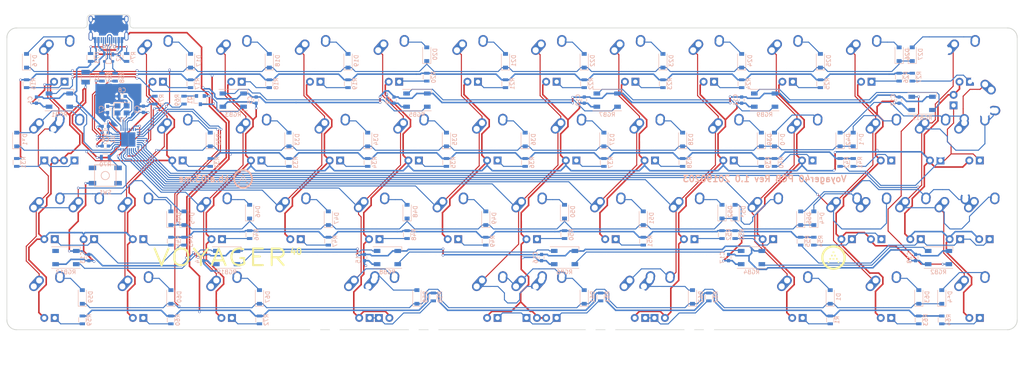
<source format=kicad_pcb>
(kicad_pcb (version 20221018) (generator pcbnew)
  (layers (0 "F.Cu" signal) (31 "B.Cu" signal) (34 "B.Paste" user) (35 "F.Paste" user) (36 "B.SilkS" user "B.Silkscreen") (37 "F.SilkS" user "F.Silkscreen") (38 "B.Mask" user) (39 "F.Mask" user) (44 "Edge.Cuts" user))
  (net 0 "")
  (net 1 "+5V")
  (net 2 "GND")
  (net 3 "Net-(C6-Pad1)")
  (net 4 "Net-(C7-Pad1)")
  (net 5 "Net-(C8-Pad1)")
  (net 6 "Net-(D1-Pad2)")
  (net 7 "ROW3")
  (net 8 "Net-(D16-Pad2)")
  (net 9 "ROW0")
  (net 10 "Net-(D17-Pad2)")
  (net 11 "Net-(D18-Pad2)")
  (net 12 "Net-(D19-Pad2)")
  (net 13 "Net-(D20-Pad2)")
  (net 14 "Net-(D21-Pad2)")
  (net 15 "Net-(D22-Pad2)")
  (net 16 "Net-(D23-Pad2)")
  (net 17 "Net-(D24-Pad2)")
  (net 18 "Net-(D25-Pad2)")
  (net 19 "Net-(D26-Pad2)")
  (net 20 "Net-(D27-Pad2)")
  (net 21 "ROW1")
  (net 22 "Net-(D31-Pad2)")
  (net 23 "Net-(D32-Pad2)")
  (net 24 "Net-(D33-Pad2)")
  (net 25 "Net-(D34-Pad2)")
  (net 26 "Net-(D35-Pad2)")
  (net 27 "Net-(D36-Pad2)")
  (net 28 "Net-(D37-Pad2)")
  (net 29 "Net-(D38-Pad2)")
  (net 30 "Net-(D39-Pad2)")
  (net 31 "Net-(D40-Pad2)")
  (net 32 "Net-(D41-Pad2)")
  (net 33 "Net-(D42-Pad2)")
  (net 34 "Net-(D44-Pad2)")
  (net 35 "ROW2")
  (net 36 "Net-(D45-Pad2)")
  (net 37 "Net-(D46-Pad2)")
  (net 38 "Net-(D47-Pad2)")
  (net 39 "Net-(D48-Pad2)")
  (net 40 "Net-(D49-Pad2)")
  (net 41 "Net-(D50-Pad2)")
  (net 42 "Net-(D51-Pad2)")
  (net 43 "Net-(D52-Pad2)")
  (net 44 "Net-(D53-Pad2)")
  (net 45 "Net-(D55-Pad2)")
  (net 46 "Net-(D58-Pad2)")
  (net 47 "Net-(D59-Pad2)")
  (net 48 "Net-(D60-Pad2)")
  (net 49 "Net-(D61-Pad2)")
  (net 50 "Net-(D62-Pad2)")
  (net 51 "Net-(D63-Pad2)")
  (net 52 "Net-(D64-Pad2)")
  (net 53 "Net-(D67-Pad2)")
  (net 54 "VCC")
  (net 55 "COL9")
  (net 56 "Net-(K_,1-Pad4)")
  (net 57 "COL11")
  (net 58 "Net-(K_;1-Pad4)")
  (net 59 "Net-(K_\\1-Pad4)")
  (net 60 "COL1")
  (net 61 "Net-(K_A1-Pad4)")
  (net 62 "Net-(K_ALT1-Pad4)")
  (net 63 "COL2")
  (net 64 "Net-(K_B1-Pad4)")
  (net 65 "COL6")
  (net 66 "Net-(K_C1-Pad4)")
  (net 67 "COL4")
  (net 68 "COL0")
  (net 69 "Net-(K_CAPS1-Pad4)")
  (net 70 "Net-(K_CTRL1-Pad4)")
  (net 71 "Net-(K_D1-Pad4)")
  (net 72 "COL3")
  (net 73 "Net-(K_E1-Pad4)")
  (net 74 "Net-(K_F1-Pad4)")
  (net 75 "Net-(K_G1-Pad4)")
  (net 76 "COL5")
  (net 77 "Net-(K_H1-Pad4)")
  (net 78 "COL8")
  (net 79 "Net-(K_I1-Pad4)")
  (net 80 "Net-(K_J1-Pad4)")
  (net 81 "COL7")
  (net 82 "Net-(K_K1-Pad4)")
  (net 83 "Net-(K_L1-Pad4)")
  (net 84 "Net-(K_LSPACE1-Pad4)")
  (net 85 "Net-(K_M1-Pad4)")
  (net 86 "Net-(K_N1-Pad4)")
  (net 87 "Net-(K_O1-Pad4)")
  (net 88 "Net-(K_P1-Pad4)")
  (net 89 "Net-(K_Q1-Pad4)")
  (net 90 "Net-(K_R1-Pad4)")
  (net 91 "Net-(K_RALT1-Pad4)")
  (net 92 "Net-(K_RCTRL1-Pad4)")
  (net 93 "Net-(K_RSPACE1-Pad4)")
  (net 94 "Net-(K_S1-Pad4)")
  (net 95 "Net-(K_SHIFT1-Pad4)")
  (net 96 "Net-(K_SHIFT3-Pad4)")
  (net 97 "Net-(K_T1-Pad4)")
  (net 98 "Net-(K_TAB1-Pad4)")
  (net 99 "Net-(K_U1-Pad4)")
  (net 100 "Net-(K_V1-Pad4)")
  (net 101 "Net-(K_W1-Pad4)")
  (net 102 "Net-(K_X1-Pad4)")
  (net 103 "Net-(K_Y1-Pad4)")
  (net 104 "Net-(K_Z1-Pad4)")
  (net 105 "LEDGND")
  (net 106 "Net-(Q1-Pad1)")
  (net 107 "D-")
  (net 108 "Net-(R67-Pad2)")
  (net 109 "Net-(R68-Pad2)")
  (net 110 "D+")
  (net 111 "Net-(R69-Pad2)")
  (net 112 "Net-(R70-Pad2)")
  (net 113 "Net-(R71-Pad2)")
  (net 114 "Net-(R73-Pad2)")
  (net 115 "Net-(R74-Pad2)")
  (net 116 "RGBLED")
  (net 117 "Net-(USB1-Pad9)")
  (net 118 "Net-(USB1-Pad3)")
  (net 119 "Net-(K_ENTER1-Pad4)")
  (net 120 "Net-(K_RSHIFT1-Pad4)")
  (net 121 "Net-(K_RWIN1-Pad4)")
  (net 122 "Net-(K_WIN1-Pad4)")
  (net 123 "Net-(U1-Pad6)")
  (net 124 "Net-(U1-Pad5)")
  (net 125 "Net-(K_SPACE2-Pad4)")
  (net 126 ".-ROW")
  (net 127 ".-COL")
  (net 128 ".-LEDGND")
  (net 129 "Net-(RGB1-Pad2)")
  (net 130 "Net-(RGB2-Pad2)")
  (net 131 "Net-(RGB11-Pad2)")
  (net 132 "Net-(RGB3-Pad2)")
  (net 133 "Net-(RGB4-Pad2)")
  (net 134 "Net-(RGB5-Pad2)")
  (net 135 "Net-(RGB6-Pad2)")
  (net 136 "Net-(RGB7-Pad2)")
  (net 137 "Net-(RGB10-Pad4)")
  (net 138 "Net-(RGB11-Pad4)")
  (net 139 "Net-(RGB10-Pad2)")
  (net 140 "Net-(RGB12-Pad2)")
  (footprint "MX_Alps_Hybrid:MX-1U" (layer "F.Cu") (at 219.075 77.7875)
    (fp_text reference "K_,1")
    (fp_text value "MX-1U")
  )
  (footprint "MX_Alps_Hybrid:MX-1U" (layer "F.Cu") (at 238.125 77.7875)
    (fp_text reference "K_.1")
    (fp_text value "MX-1U")
  )
  (footprint "MX_Alps_Hybrid:MX-1U" (layer "F.Cu") (at 247.65 58.7375)
    (fp_text reference "K_;1")
    (fp_text value "MX-1U")
  )
  (footprint "MX_Alps_Hybrid:MX-1.5U" (layer "F.Cu") (at 266.7 39.6875)
    (fp_text reference "K_\\1")
    (fp_text value "MX-1.5U")
  )
  (footprint "MX_Alps_Hybrid:MX-1U" (layer "F.Cu") (at 76.2 58.7375)
    (fp_text reference "K_A1")
    (fp_text value "MX-1U")
  )
  (footprint "MX_Alps_Hybrid:MX-1.25U" (layer "F.Cu") (at 88.10625 96.8375)
    (fp_text reference "K_ALT1")
    (fp_text value "MX-1.25U")
  )
  (footprint "MX_Alps_Hybrid:MX-1U" (layer "F.Cu") (at 161.925 77.7875)
    (fp_text reference "K_B1")
    (fp_text value "MX-1U")
  )
  (footprint "MX_Alps_Hybrid:MX-1U" (layer "F.Cu") (at 123.825 77.7875)
    (fp_text reference "K_C1")
    (fp_text value "MX-1U")
  )
  (footprint "MX_Alps_Hybrid:MX-1.75U" (layer "F.Cu") (at 50.00625 58.7375)
    (fp_text reference "K_CAPS1")
    (fp_text value "MX-1.75U")
  )
  (footprint "MX_Alps_Hybrid:MX-1.25U-FLIPPED" (layer "F.Cu") (at 45.24375 58.7375)
    (fp_text reference "K_CAPS2")
    (fp_text value "MX-1.25U")
  )
  (footprint "MX_Alps_Hybrid:MX-1.25U" (layer "F.Cu") (at 45.24375 96.8375)
    (fp_text reference "K_CTRL1")
    (fp_text value "MX-1.25U")
  )
  (footprint "MX_Alps_Hybrid:MX-1U" (layer "F.Cu") (at 114.3 58.7375)
    (fp_text reference "K_D1")
    (fp_text value "MX-1U")
  )
  (footprint "MX_Alps_Hybrid:MX-1U" (layer "F.Cu") (at 109.5375 39.6875)
    (fp_text reference "K_E1")
    (fp_text value "MX-1U")
  )
  (footprint "MX_Alps_Hybrid:MX-1U" (layer "F.Cu") (at 133.35 58.7375)
    (fp_text reference "K_F1")
    (fp_text value "MX-1U")
  )
  (footprint "MX_Alps_Hybrid:MX-1U" (layer "F.Cu") (at 152.4 58.7375)
    (fp_text reference "K_G1")
    (fp_text value "MX-1U")
  )
  (footprint "MX_Alps_Hybrid:MX-1U" (layer "F.Cu") (at 171.45 58.7375)
    (fp_text reference "K_H1")
    (fp_text value "MX-1U")
  )
  (footprint "MX_Alps_Hybrid:MX-1U" (layer "F.Cu") (at 204.7875 39.6875)
    (fp_text reference "K_I1")
    (fp_text value "MX-1U")
  )
  (footprint "MX_Alps_Hybrid:MX-1U" (layer "F.Cu") (at 190.5 58.7375)
    (fp_text reference "K_J1")
    (fp_text value "MX-1U")
  )
  (footprint "MX_Alps_Hybrid:MX-1U" (layer "F.Cu") (at 209.55 58.7375)
    (fp_text reference "K_K1")
    (fp_text value "MX-1U")
  )
  (footprint "MX_Alps_Hybrid:MX-1U" (layer "F.Cu") (at 228.6 58.7375)
    (fp_text reference "K_L1")
    (fp_text value "MX-1U")
  )
  (footprint "MX_Alps_Hybrid:MX-2.25U-ReversedStabilizers" (layer "F.Cu") (at 121.44375 96.8375)
    (fp_text reference "K_LSPACE1")
    (fp_text value "MX-2.25U")
  )
  (footprint "MX_Alps_Hybrid:MX-1U" (layer "F.Cu") (at 200.025 77.7875)
    (fp_text reference "K_M1")
    (fp_text value "MX-1U")
  )
  (footprint "MX_Alps_Hybrid:MX-1U" (layer "F.Cu") (at 180.975 77.7875)
    (fp_text reference "K_N1")
    (fp_text value "MX-1U")
  )
  (footprint "MX_Alps_Hybrid:MX-1U" (layer "F.Cu") (at 223.8375 39.6875)
    (fp_text reference "K_O1")
    (fp_text value "MX-1U")
  )
  (footprint "MX_Alps_Hybrid:MX-1U" (layer "F.Cu") (at 242.8875 39.6875)
    (fp_text reference "K_P1")
    (fp_text value "MX-1U")
  )
  (footprint "MX_Alps_Hybrid:MX-1U" (layer "F.Cu") (at 71.4375 39.6875)
    (fp_text reference "K_Q1")
    (fp_text value "MX-1U")
  )
  (footprint "MX_Alps_Hybrid:MX-1U" (layer "F.Cu") (at 128.5875 39.6875)
    (fp_text reference "K_R1")
    (fp_text value "MX-1U")
  )
  (footprint "MX_Alps_Hybrid:MX-1.25U" (layer "F.Cu") (at 226.21875 96.8375)
    (fp_text reference "K_RALT1")
    (fp_text value "MX-1.25U")
  )
  (footprint "MX_Alps_Hybrid:MX-1.25U" (layer "F.Cu") (at 269.08125 96.8375)
    (fp_text reference "K_RCTRL1")
    (fp_text value "MX-1.25U")
  )
  (footprint "MX_Alps_Hybrid:MX-2.75U-ReversedStabilizers" (layer "F.Cu") (at 188.11875 96.8375)
    (fp_text reference "K_RSPACE1")
    (fp_text value "MX-2.75U")
  )
  (footprint "MX_Alps_Hybrid:MX-1U" (layer "F.Cu") (at 247.65 96.8375)
    (fp_text reference "K_RWIN1")
    (fp_text value "MX-1.25U")
  )
  (footprint "MX_Alps_Hybrid:MX-1U" (layer "F.Cu") (at 95.25 58.7375)
    (fp_text reference "K_S1")
    (fp_text value "MX-1U")
  )
  (footprint "MX_Alps_Hybrid:MX-2.25U" (layer "F.Cu") (at 54.76875 77.7875)
    (fp_text reference "K_SHIFT1")
    (fp_text value "MX-2.25U")
  )
  (footprint "MX_Alps_Hybrid:MX-1.25U" (layer "F.Cu") (at 45.24375 77.7875)
    (fp_text reference "K_SHIFT2")
    (fp_text value "MX-1.25U")
  )
  (footprint "MX_Alps_Hybrid:MX-1U" (layer "F.Cu") (at 66.675 77.7875)
    (fp_text reference "K_SHIFT3")
    (fp_text value "MX-1U")
  )
  (footprint "MX_Alps_Hybrid:MX-1U" (layer "F.Cu") (at 152.4 96.8375)
    (fp_text reference "K_SPACE3")
    (fp_text value "MX-1U")
  )
  (footprint "MX_Alps_Hybrid:MX-1U" (layer "F.Cu") (at 147.6375 39.6875)
    (fp_text reference "K_T1")
    (fp_text value "MX-1U")
  )
  (footprint "MX_Alps_Hybrid:MX-1.5U" (layer "F.Cu") (at 47.625 39.6875)
    (fp_text reference "K_TAB1")
    (fp_text value "MX-1.5U")
  )
  (footprint "MX_Alps_Hybrid:MX-1U" (layer "F.Cu") (at 185.7375 39.6875)
    (fp_text reference "K_U1")
    (fp_text value "MX-1U")
  )
  (footprint "MX_Alps_Hybrid:MX-1U" (layer "F.Cu") (at 142.875 77.7875)
    (fp_text reference "K_V1")
    (fp_text value "MX-1U")
  )
  (footprint "MX_Alps_Hybrid:MX-1U" (layer "F.Cu") (at 90.4875 39.6875)
    (fp_text reference "K_W1")
    (fp_text value "MX-1U")
  )
  (footprint "MX_Alps_Hybrid:MX-1U" (layer "F.Cu") (at 66.675 96.8375)
    (fp_text reference "K_WIN1")
    (fp_text value "MX-1U")
  )
  (footprint "MX_Alps_Hybrid:MX-1U" (layer "F.Cu") (at 104.775 77.7875)
    (fp_text reference "K_X1")
    (fp_text value "MX-1U")
  )
  (footprint "MX_Alps_Hybrid:MX-1U" (layer "F.Cu") (at 166.6875 39.6875)
    (fp_text reference "K_Y1")
    (fp_text value "MX-1U")
  )
  (footprint "MX_Alps_Hybrid:MX-1U" (layer "F.Cu") (at 85.725 77.7875)
    (fp_text reference "K_Z1")
    (fp_text value "MX-1U")
  )
  (footprint "MX_Alps_Hybrid:MX-2.25U" (layer "F.Cu") (at 259.55625 58.7375)
    (fp_text reference "K_ENTER1")
    (fp_text value "MX-2.25U")
  )
  (footprint "MX_Alps_Hybrid:MX-1.25U" (layer "F.Cu") (at 269.08125 58.7375)
    (fp_text reference "K_ENTER2")
    (fp_text value "MX-1.25U")
  )
  (footprint "MX_Alps_Hybrid:MX-ISO-ReversedStabilizers" (layer "F.Cu") (at 269.08125 49.2125)
    (fp_text reference "K_ENTER3")
    (fp_text value "MX-ISO")
  )
  (footprint "MX_Alps_Hybrid:MX-1.75U" (layer "F.Cu") (at 264.31875 77.7875)
    (fp_text reference "K_RSHIFT1")
    (fp_text value "MX-1.75U")
  )
  (footprint "MX_Alps_Hybrid:MX-1.75U" (layer "F.Cu") (at 245.26875 77.7875)
    (fp_text reference "K_RSHIFT2")
    (fp_text value "MX-1.75U")
  )
  (footprint "MX_Alps_Hybrid:MX-1U" (layer "F.Cu") (at 271.4625 77.7875)
    (fp_text reference "K_RSHIFT3")
    (fp_text value "MX-1U")
  )
  (footprint "MX_Alps_Hybrid:MX-2.75U" (layer "F.Cu") (at 254.79375 77.7875)
    (fp_text reference "K_RSHIFT4")
    (fp_text value "MX-2.75U")
  )
  (footprint "MX_Alps_Hybrid:MX-6U-ReversedStabilizers" (layer "F.Cu") (at 157.1625 96.8375)
    (fp_text reference "K_SPACE2")
    (fp_text value "MX-6U")
  )
  (footprint "MX_Alps_Hybrid:MX-1U-FLIPPED" (layer "F.Cu") (at 161.925 96.8375)
    (fp_text reference "K_SPACE4")
    (fp_text value "MX-1U")
  )
  (footprint "MX_Alps_Hybrid:MX-2.75U-FLIPPED-ReversedStabilizers" (layer "F.Cu") (at 126.20625 96.8375)
    (fp_text reference "K_LSPACE2")
    (fp_text value "MX-2.75U")
  )
  (footprint "MX_Alps_Hybrid:MX-2.25U-FLIPPED-ReversedStabilizers" (layer "F.Cu") (at 192.88125 96.8375)
    (fp_text reference "K_RSPACE2")
    (fp_text value "MX-2.25U")
  )
  (footprint "locallib:ai-ring-6mm" (layer "F.Cu") (at 234.95 87.3125)
    (fp_text reference "G***" hide)
    (fp_text value "LOGO" hide)
  )
  (footprint "Capacitors_SMD:C_0603" (layer "B.Cu") (at 58.7375 55.5625)
    (fp_text reference "C2")
    (fp_text value "10uF")
  )
  (footprint "Capacitors_SMD:C_0603" (layer "B.Cu") (at 67.945 51.435 -90)
    (fp_text reference "C3")
    (fp_text value "0.1uF")
  )
  (footprint "Capacitors_SMD:C_0603" (layer "B.Cu") (at 58.7375 57.15)
    (fp_text reference "C4")
    (fp_text value "0.1uF")
  )
  (footprint "Capacitors_SMD:C_0603" (layer "B.Cu") (at 58.7375 60.325 180)
    (fp_text reference "C6")
    (fp_text value "1uF")
  )
  (footprint "Capacitors_SMD:C_0603" (layer "B.Cu") (at 59.309 51.46675 -90)
    (fp_text reference "C7")
    (fp_text value "22pF")
  )
  (footprint "Capacitors_SMD:C_0603" (layer "B.Cu") (at 62.8015 48.29175 180)
    (fp_text reference "C8")
    (fp_text value "22pF")
  )
  (footprint "Diodes_SMD:D_SOD-123" (layer "B.Cu") (at 234.15625 96.8375 90)
    (fp_text reference "D1")
    (fp_text value "SOD-123")
  )
  (footprint "Diodes_SMD:D_SOD-123" (layer "B.Cu") (at 39.6875 39.6875 90)
    (fp_text reference "D16")
    (fp_text value "SOD-123")
  )
  (footprint "Diodes_SMD:D_SOD-123" (layer "B.Cu") (at 79.375 39.6875 90)
    (fp_text reference "D17")
    (fp_text value "SOD-123")
  )
  (footprint "Diodes_SMD:D_SOD-123" (layer "B.Cu") (at 98.425 39.6875 90)
    (fp_text reference "D18")
    (fp_text value "SOD-123")
  )
  (footprint "Diodes_SMD:D_SOD-123" (layer "B.Cu") (at 117.475 39.6875 90)
    (fp_text reference "D19")
    (fp_text value "SOD-123")
  )
  (footprint "Diodes_SMD:D_SOD-123" (layer "B.Cu") (at 136.525 38.1 90)
    (fp_text reference "D20")
    (fp_text value "SOD-123")
  )
  (footprint "Diodes_SMD:D_SOD-123" (layer "B.Cu") (at 155.575 39.6875 90)
    (fp_text reference "D21")
    (fp_text value "SOD-123")
  )
  (footprint "Diodes_SMD:D_SOD-123" (layer "B.Cu") (at 174.625 39.6875 90)
    (fp_text reference "D22")
    (fp_text value "SOD-123")
  )
  (footprint "Diodes_SMD:D_SOD-123" (layer "B.Cu") (at 193.675 39.6875 90)
    (fp_text reference "D23")
    (fp_text value "SOD-123")
  )
  (footprint "Diodes_SMD:D_SOD-123" (layer "B.Cu") (at 212.725 39.6875 90)
    (fp_text reference "D24")
    (fp_text value "SOD-123")
  )
  (footprint "Diodes_SMD:D_SOD-123" (layer "B.Cu") (at 231.775 39.6875 90)
    (fp_text reference "D25")
    (fp_text value "SOD-123")
  )
  (footprint "Diodes_SMD:D_SOD-123" (layer "B.Cu") (at 250.825 38.1 90)
    (fp_text reference "D26")
    (fp_text value "SOD-123")
  )
  (footprint "Diodes_SMD:D_SOD-123" (layer "B.Cu") (at 254 38.1 90)
    (fp_text reference "D27")
    (fp_text value "SOD-123")
  )
  (footprint "Diodes_SMD:D_SOD-123" (layer "B.Cu") (at 37.30625 58.7375 90)
    (fp_text reference "D31")
    (fp_text value "SOD-123")
  )
  (footprint "Diodes_SMD:D_SOD-123" (layer "B.Cu") (at 84.1375 58.7375 90)
    (fp_text reference "D32")
    (fp_text value "SOD-123")
  )
  (footprint "Diodes_SMD:D_SOD-123" (layer "B.Cu") (at 103.1875 58.7375 90)
    (fp_text reference "D33")
    (fp_text value "SOD-123")
  )
  (footprint "Diodes_SMD:D_SOD-123" (layer "B.Cu") (at 122.2375 58.7375 90)
    (fp_text reference "D34")
    (fp_text value "SOD-123")
  )
  (footprint "Diodes_SMD:D_SOD-123" (layer "B.Cu") (at 141.2875 58.7375 90)
    (fp_text reference "D35")
    (fp_text value "SOD-123")
  )
  (footprint "Diodes_SMD:D_SOD-123" (layer "B.Cu") (at 160.3375 58.7375 90)
    (fp_text reference "D36")
    (fp_text value "SOD-123")
  )
  (footprint "Diodes_SMD:D_SOD-123" (layer "B.Cu") (at 179.3875 58.7375 90)
    (fp_text reference "D37")
    (fp_text value "SOD-123")
  )
  (footprint "Diodes_SMD:D_SOD-123" (layer "B.Cu") (at 198.4375 58.7375 90)
    (fp_text reference "D38")
    (fp_text value "SOD-123")
  )
  (footprint "Diodes_SMD:D_SOD-123" (layer "B.Cu") (at 217.4875 58.7375 90)
    (fp_text reference "D39")
    (fp_text value "SOD-123")
  )
  (footprint "Diodes_SMD:D_SOD-123" (layer "B.Cu") (at 220.6625 58.7375 90)
    (fp_text reference "D40")
    (fp_text value "SOD-123")
  )
  (footprint "Diodes_SMD:D_SOD-123" (layer "B.Cu") (at 236.5375 58.7375 90)
    (fp_text reference "D42")
    (fp_text value "SOD-123")
  )
  (footprint "Diodes_SMD:D_SOD-123" (layer "B.Cu") (at 74.6125 77.7875 90)
    (fp_text reference "D44")
    (fp_text value "SOD-123")
  )
  (footprint "Diodes_SMD:D_SOD-123" (layer "B.Cu") (at 77.7875 77.7875 90)
    (fp_text reference "D45")
    (fp_text value "SOD-123")
  )
  (footprint "Diodes_SMD:D_SOD-123" (layer "B.Cu") (at 93.6625 76.2 90)
    (fp_text reference "D46")
    (fp_text value "SOD-123")
  )
  (footprint "Diodes_SMD:D_SOD-123" (layer "B.Cu") (at 112.7125 77.7875 90)
    (fp_text reference "D47")
    (fp_text value "SOD-123")
  )
  (footprint "Diodes_SMD:D_SOD-123" (layer "B.Cu") (at 131.7625 76.2 90)
    (fp_text reference "D48")
    (fp_text value "SOD-123")
  )
  (footprint "Diodes_SMD:D_SOD-123" (layer "B.Cu") (at 150.8125 77.7875 90)
    (fp_text reference "D49")
    (fp_text value "SOD-123")
  )
  (footprint "Diodes_SMD:D_SOD-123" (layer "B.Cu") (at 169.8625 76.2 90)
    (fp_text reference "D50")
    (fp_text value "SOD-123")
  )
  (footprint "Diodes_SMD:D_SOD-123" (layer "B.Cu") (at 188.9125 77.7875 90)
    (fp_text reference "D51")
    (fp_text value "SOD-123")
  )
  (footprint "Diodes_SMD:D_SOD-123" (layer "B.Cu") (at 207.9625 76.2 90)
    (fp_text reference "D52")
    (fp_text value "SOD-123")
  )
  (footprint "Diodes_SMD:D_SOD-123" (layer "B.Cu") (at 211.1375 76.2 90)
    (fp_text reference "D53")
    (fp_text value "SOD-123")
  )
  (footprint "Diodes_SMD:D_SOD-123" (layer "B.Cu") (at 227.0125 77.7875 90)
    (fp_text reference "D55")
    (fp_text value "SOD-123")
  )
  (footprint "Diodes_SMD:D_SOD-123" (layer "B.Cu") (at 134.14375 96.8375 90)
    (fp_text reference "D58")
    (fp_text value "SOD-123")
  )
  (footprint "Diodes_SMD:D_SOD-123" (layer "B.Cu") (at 53.18125 96.8375 90)
    (fp_text reference "D59")
    (fp_text value "SOD-123")
  )
  (footprint "Diodes_SMD:D_SOD-123" (layer "B.Cu") (at 74.6125 96.8375 90)
    (fp_text reference "D60")
    (fp_text value "SOD-123")
  )
  (footprint "Diodes_SMD:D_SOD-123" (layer "B.Cu") (at 174.625 96.8375 90)
    (fp_text reference "D61")
    (fp_text value "SOD-123")
  )
  (footprint "Diodes_SMD:D_SOD-123" (layer "B.Cu") (at 200.81875 96.8375 90)
    (fp_text reference "D62")
    (fp_text value "SOD-123")
  )
  (footprint "Diodes_SMD:D_SOD-123" (layer "B.Cu") (at 255.5875 96.8375 90)
    (fp_text reference "D63")
    (fp_text value "SOD-123")
  )
  (footprint "Diodes_SMD:D_SOD-123" (layer "B.Cu") (at 261.14375 96.8375 90)
    (fp_text reference "D64")
    (fp_text value "SOD-123")
  )
  (footprint "Diodes_SMD:D_SOD-123" (layer "B.Cu") (at 96.04375 96.8375 90)
    (fp_text reference "D67")
    (fp_text value "SOD-123")
  )
  (footprint "Fuse_Holders_and_Fuses:Fuse_SMD1206_Reflow" (layer "B.Cu") (at 53.975 43.65625 90)
    (fp_text reference "F1")
    (fp_text value "500mA")
  )
  (footprint "TO_SOT_Packages_SMD:SOT-23" (layer "B.Cu") (at 81.75625 49.2125 -90)
    (fp_text reference "Q1")
    (fp_text value "2N7002")
  )
  (footprint "Resistors_SMD:R_0805" (layer "B.Cu") (at 234.15625 102.39375 90)
    (fp_text reference "R1")
    (fp_text value "1k")
  )
  (footprint "Resistors_SMD:R_0805" (layer "B.Cu") (at 39.6875 45.24375 90)
    (fp_text reference "R16")
    (fp_text value "1k")
  )
  (footprint "Resistors_SMD:R_0805" (layer "B.Cu") (at 79.375 45.24375 90)
    (fp_text reference "R17")
    (fp_text value "1k")
  )
  (footprint "Resistors_SMD:R_0805" (layer "B.Cu") (at 98.425 45.24375 90)
    (fp_text reference "R18")
    (fp_text value "1k")
  )
  (footprint "Resistors_SMD:R_0805" (layer "B.Cu") (at 117.475 45.24375 90)
    (fp_text reference "R19")
    (fp_text value "1k")
  )
  (footprint "Resistors_SMD:R_0805" (layer "B.Cu") (at 136.525 43.65625 90)
    (fp_text reference "R20")
    (fp_text value "1k")
  )
  (footprint "Resistors_SMD:R_0805" (layer "B.Cu") (at 155.575 45.24375 90)
    (fp_text reference "R21")
    (fp_text value "1k")
  )
  (footprint "Resistors_SMD:R_0805" (layer "B.Cu") (at 174.625 45.24375 90)
    (fp_text reference "R22")
    (fp_text value "1k")
  )
  (footprint "Resistors_SMD:R_0805" (layer "B.Cu") (at 193.675 45.24375 90)
    (fp_text reference "R23")
    (fp_text value "1k")
  )
  (footprint "Resistors_SMD:R_0805" (layer "B.Cu") (at 212.725 45.24375 90)
    (fp_text reference "R24")
    (fp_text value "1k")
  )
  (footprint "Resistors_SMD:R_0805" (layer "B.Cu") (at 231.775 45.24375 90)
    (fp_text reference "R25")
    (fp_text value "1k")
  )
  (footprint "Resistors_SMD:R_0805" (layer "B.Cu") (at 250.825 43.65625 90)
    (fp_text reference "R26")
    (fp_text value "1k")
  )
  (footprint "Resistors_SMD:R_0805" (layer "B.Cu") (at 254 43.65625 90)
    (fp_text reference "R27")
    (fp_text value "1k")
  )
  (footprint "Resistors_SMD:R_0805" (layer "B.Cu") (at 37.30625 64.29375 90)
    (fp_text reference "R31")
    (fp_text value "1k")
  )
  (footprint "Resistors_SMD:R_0805" (layer "B.Cu") (at 84.1375 64.29375 90)
    (fp_text reference "R32")
    (fp_text value "1k")
  )
  (footprint "Resistors_SMD:R_0805" (layer "B.Cu") (at 103.1875 64.29375 90)
    (fp_text reference "R33")
    (fp_text value "1k")
  )
  (footprint "Resistors_SMD:R_0805" (layer "B.Cu") (at 122.2375 64.29375 90)
    (fp_text reference "R34")
    (fp_text value "1k")
  )
  (footprint "Resistors_SMD:R_0805" (layer "B.Cu") (at 141.2875 64.29375 90)
    (fp_text reference "R35")
    (fp_text value "1k")
  )
  (footprint "Resistors_SMD:R_0805" (layer "B.Cu") (at 160.3375 64.29375 90)
    (fp_text reference "R36")
    (fp_text value "1k")
  )
  (footprint "Resistors_SMD:R_0805" (layer "B.Cu") (at 179.3875 64.29375 90)
    (fp_text reference "R37")
    (fp_text value "1k")
  )
  (footprint "Resistors_SMD:R_0805" (layer "B.Cu") (at 198.4375 64.29375 90)
    (fp_text reference "R38")
    (fp_text value "1k")
  )
  (footprint "Resistors_SMD:R_0805" (layer "B.Cu") (at 217.4875 64.29375 90)
    (fp_text reference "R39")
    (fp_text value "1k")
  )
  (footprint "Resistors_SMD:R_0805" (layer "B.Cu") (at 220.6625 64.29375 90)
    (fp_text reference "R40")
    (fp_text value "1k")
  )
  (footprint "Resistors_SMD:R_0805" (layer "B.Cu") (at 239.7125 64.29375 90)
    (fp_text reference "R41")
    (fp_text value "1k")
  )
  (footprint "Resistors_SMD:R_0805" (layer "B.Cu") (at 236.5375 64.29375 90)
    (fp_text reference "R42")
    (fp_text value "1k")
  )
  (footprint "Resistors_SMD:R_0805" (layer "B.Cu") (at 74.6125 83.34375 90)
    (fp_text reference "R44")
    (fp_text value "1k")
  )
  (footprint "Resistors_SMD:R_0805" (layer "B.Cu") (at 77.7875 83.34375 90)
    (fp_text reference "R45")
    (fp_text value "1k")
  )
  (footprint "Resistors_SMD:R_0805" (layer "B.Cu") (at 93.6625 81.75625 90)
    (fp_text reference "R46")
    (fp_text value "1k")
  )
  (footprint "Resistors_SMD:R_0805" (layer "B.Cu") (at 112.7125 83.34375 90)
    (fp_text reference "R47")
    (fp_text value "1k")
  )
  (footprint "Resistors_SMD:R_0805" (layer "B.Cu") (at 131.7625 81.75625 90)
    (fp_text reference "R48")
    (fp_text value "1k")
  )
  (footprint "Resistors_SMD:R_0805" (layer "B.Cu") (at 150.8125 83.34375 90)
    (fp_text reference "R49")
    (fp_text value "1k")
  )
  (footprint "Resistors_SMD:R_0805" (layer "B.Cu") (at 169.8625 81.75625 90)
    (fp_text reference "R50")
    (fp_text value "1k")
  )
  (footprint "Resistors_SMD:R_0805" (layer "B.Cu") (at 188.9125 83.34375 90)
    (fp_text reference "R51")
    (fp_text value "1k")
  )
  (footprint "Resistors_SMD:R_0805" (layer "B.Cu") (at 207.9625 81.75625 90)
    (fp_text reference "R52")
    (fp_text value "1k")
  )
  (footprint "Resistors_SMD:R_0805" (layer "B.Cu") (at 211.1375 81.75625 90)
    (fp_text reference "R53")
    (fp_text value "1k")
  )
  (footprint "Resistors_SMD:R_0805" (layer "B.Cu") (at 230.1875 83.34375 90)
    (fp_text reference "R54")
    (fp_text value "1k")
  )
  (footprint "Resistors_SMD:R_0805" (layer "B.Cu") (at 227.0125 83.34375 90)
    (fp_text reference "R55")
    (fp_text value "1k")
  )
  (footprint "Resistors_SMD:R_0805" (layer "B.Cu") (at 138.1125 96.8375 90)
    (fp_text reference "R58")
    (fp_text value "1k")
  )
  (footprint "Resistors_SMD:R_0805" (layer "B.Cu") (at 53.18125 102.39375 90)
    (fp_text reference "R59")
    (fp_text value "1k")
  )
  (footprint "Resistors_SMD:R_0805" (layer "B.Cu") (at 74.6125 102.39375 90)
    (fp_text reference "R60")
    (fp_text value "1k")
  )
  (footprint "Resistors_SMD:R_0805" (layer "B.Cu") (at 178.59375 96.8375 90)
    (fp_text reference "R61")
    (fp_text value "1k")
  )
  (footprint "Resistors_SMD:R_0805" (layer "B.Cu") (at 204.7875 96.8375 90)
    (fp_text reference "R62")
    (fp_text value "1k")
  )
  (footprint "Resistors_SMD:R_0805" (layer "B.Cu") (at 255.5875 102.39375 90)
    (fp_text reference "R63")
    (fp_text value "1k")
  )
  (footprint "Resistors_SMD:R_0805" (layer "B.Cu") (at 261.14375 102.39375 90)
    (fp_text reference "R64")
    (fp_text value "1k")
  )
  (footprint "Resistors_SMD:R_0805" (layer "B.Cu") (at 57.94375 43.65625 90)
    (fp_text reference "R67")
    (fp_text value "22")
  )
  (footprint "Resistors_SMD:R_0805" (layer "B.Cu") (at 61.11875 43.65625 90)
    (fp_text reference "R68")
    (fp_text value "22")
  )
  (footprint "Resistors_SMD:R_0805" (layer "B.Cu") (at 77.7875 49.2125 -90)
    (fp_text reference "R69")
    (fp_text value "1k")
  )
  (footprint "Resistors_SMD:R_0805" (layer "B.Cu") (at 58.7375 63.103125)
    (fp_text reference "R70")
    (fp_text value "10k")
  )
  (footprint "Resistors_SMD:R_0805" (layer "B.Cu") (at 70.739 49.2125 90)
    (fp_text reference "R71")
    (fp_text value "1k")
  )
  (footprint "Resistors_SMD:R_0805" (layer "B.Cu") (at 96.04375 102.39375 90)
    (fp_text reference "R72")
    (fp_text value "1k")
  )
  (footprint "Resistors_SMD:R_0805" (layer "B.Cu") (at 55.165625 38.89375 90)
    (fp_text reference "R73")
    (fp_text value "5.1k")
  )
  (footprint "Resistors_SMD:R_0805" (layer "B.Cu") (at 63.896875 38.89375 90)
    (fp_text reference "R74")
    (fp_text value "5.1k")
  )
  (footprint "random-keyboard-parts:SKQGADE010" (layer "B.Cu") (at 58.7375 67.46875 180)
    (fp_text reference "SW1")
    (fp_text value "5.2x5.2mm")
  )
  (footprint "random-keyboard-parts:SOT143B" (layer "B.Cu") (at 59.53125 38.89375 -90)
    (fp_text reference "U2")
    (fp_text value "PRTR5V0U2X")
  )
  (footprint "Crystals:Crystal_SMD_3225-4pin_3.2x2.5mm" (layer "B.Cu") (at 62.8015 51.46675)
    (fp_text reference "Y1")
    (fp_text value "16Mhz")
  )
  (footprint "Type-C:HRO-TYPE-C-31-M-12-Assembly" (layer "B.Cu") (at 59.53125 26.9875)
    (fp_text reference "USB1")
    (fp_text value "HRO-TYPE-C-31-M-12")
  )
  (footprint "Housings_DFN_QFN:QFN-32-1EP_5x5mm_Pitch0.5mm" (layer "B.Cu") (at 64.29375 58.7375 -90)
    (fp_text reference "U1")
    (fp_text value "ATmega32U2-AU")
  )
  (footprint "Diodes_SMD:D_SOD-123" (layer "B.Cu") (at 239.7125 58.7375 90)
    (fp_text reference "D41")
    (fp_text value "SOD-123")
  )
  (footprint "Diodes_SMD:D_SOD-123" (layer "B.Cu") (at 230.1875 77.7875 90)
    (fp_text reference "D54")
    (fp_text value "SOD-123")
  )
  (footprint "Capacitors_SMD:C_0603" (layer "B.Cu") (at 42.06875 49.2125 -90)
    (fp_text reference "C1")
    (fp_text value "0.1uF")
  )
  (footprint "Capacitors_SMD:C_0603" (layer "B.Cu") (at 95.25 49.2125 -90)
    (fp_text reference "C5")
    (fp_text value "0.1uF")
  )
  (footprint "Capacitors_SMD:C_0603" (layer "B.Cu") (at 128.5875 49.2125 -90)
    (fp_text reference "C9")
    (fp_text value "0.1uF")
  )
  (footprint "Capacitors_SMD:C_0603" (layer "B.Cu") (at 174.625 49.2125 -90)
    (fp_text reference "C10")
    (fp_text value "0.1uF")
  )
  (footprint "Capacitors_SMD:C_0603" (layer "B.Cu") (at 212.725 49.2125 -90)
    (fp_text reference "C11")
    (fp_text value "0.1uF")
  )
  (footprint "Capacitors_SMD:C_0603" (layer "B.Cu") (at 250.825 49.2125 -90)
    (fp_text reference "C12")
    (fp_text value "0.1uF")
  )
  (footprint "Capacitors_SMD:C_0603" (layer "B.Cu") (at 54.76875 87.3125 -90)
    (fp_text reference "C13")
    (fp_text value "0.1uF")
  )
  (footprint "Capacitors_SMD:C_0603" (layer "B.Cu") (at 82.55 87.3125 -90)
    (fp_text reference "C14")
    (fp_text value "0.1uF")
  )
  (footprint "Capacitors_SMD:C_0603" (layer "B.Cu") (at 121.44375 87.3125 -90)
    (fp_text reference "C15")
    (fp_text value "0.1uF")
  )
  (footprint "Capacitors_SMD:C_0603" (layer "B.Cu") (at 164.30625 87.3125 -90)
    (fp_text reference "C16")
    (fp_text value "0.1uF")
  )
  (footprint "Capacitors_SMD:C_0603" (layer "B.Cu") (at 209.55 87.3125 -90)
    (fp_text reference "C17")
    (fp_text value "0.1uF")
  )
  (footprint "Capacitors_SMD:C_0603" (layer "B.Cu") (at 254.79375 87.3125 -90)
    (fp_text reference "C18")
    (fp_text value "0.1uF")
  )
  (footprint "LEDs:LED_WS2812B-PLCC4" (layer "B.Cu") (at 47.625 49.2125)
    (fp_text reference "RGB1")
    (fp_text value "WS2812B")
  )
  (footprint "LEDs:LED_WS2812B-PLCC4" (layer "B.Cu") (at 260.35 87.3125)
    (fp_text reference "RGB2")
    (fp_text value "WS2812B")
  )
  (footprint "LEDs:LED_WS2812B-PLCC4" (layer "B.Cu") (at 215.10625 87.3125)
    (fp_text reference "RGB4")
    (fp_text value "WS2812B")
  )
  (footprint "LEDs:LED_WS2812B-PLCC4" (layer "B.Cu") (at 134.14375 49.2125)
    (fp_text reference "RGB5")
    (fp_text value "WS2812B")
  )
  (footprint "LEDs:LED_WS2812B-PLCC4" (layer "B.Cu") (at 169.8625 87.3125)
    (fp_text reference "RGB6")
    (fp_text value "WS2812B")
  )
  (footprint "LEDs:LED_WS2812B-PLCC4" (layer "B.Cu") (at 180.18125 49.2125)
    (fp_text reference "RGB7")
    (fp_text value "WS2812B")
  )
  (footprint "LEDs:LED_WS2812B-PLCC4" (layer "B.Cu") (at 127 87.3125)
    (fp_text reference "RGB8")
    (fp_text value "WS2812B")
  )
  (footprint "LEDs:LED_WS2812B-PLCC4" (layer "B.Cu") (at 218.28125 49.2125)
    (fp_text reference "RGB9")
    (fp_text value "WS2812B")
  )
  (footprint "LEDs:LED_WS2812B-PLCC4" (layer "B.Cu") (at 88.10625 87.3125)
    (fp_text reference "RGB10")
    (fp_text value "WS2812B")
  )
  (footprint "LEDs:LED_WS2812B-PLCC4" (layer "B.Cu") (at 49.2125 87.3125)
    (fp_text reference "RGB12")
    (fp_text value "WS2812B")
  )
  (footprint "LEDs:LED_WS2812B-PLCC4" (layer "B.Cu") (at 89.69375 49.2125)
    (fp_text reference "RGB3")
    (fp_text value "WS2812B")
  )
  (footprint "LEDs:LED_WS2812B-PLCC4" (layer "B.Cu") (at 256.38125 50.00625)
    (fp_text reference "RGB11")
    (fp_text value "WS2812B")
  )
  (footprint "locallib:ai-4.8-ring" (layer "B.Cu") (at 92.075 68.2625 180)
    (fp_text reference "G***" hide)
    (fp_text value "LOGO" hide)
  )
  (gr_arc (start 34.925 34.13125) (mid 35.622452 32.447452) (end 37.30625 31.75) (stroke (width 0.2)) (layer "Edge.Cuts"))
  (gr_arc (start 54.371875 30.95625) (mid 54.139391 31.517516) (end 53.578125 31.75) (stroke (width 0.15)) (layer "Edge.Cuts"))
  (gr_line (start 64.690625 29.36875) (end 64.690625 30.95625) (stroke (width 0.15)) (layer "Edge.Cuts"))
  (gr_arc (start 54.371875 29.36875) (mid 54.604359 28.807484) (end 55.165625 28.575) (stroke (width 0.15)) (layer "Edge.Cuts"))
  (gr_line (start 55.165625 28.575) (end 63.896875 28.575) (stroke (width 0.15)) (layer "Edge.Cuts"))
  (gr_line (start 37.30625 104.775) (end 277.01875 104.775) (stroke (width 0.15)) (layer "Edge.Cuts"))
  (gr_line (start 277.01875 31.75) (end 65.484375 31.75) (stroke (width 0.15)) (layer "Edge.Cuts"))
  (gr_arc (start 279.4 102.39375) (mid 278.702548 104.077548) (end 277.01875 104.775) (stroke (width 0.2)) (layer "Edge.Cuts"))
  (gr_arc (start 65.484375 31.75) (mid 64.923109 31.517516) (end 64.690625 30.95625) (stroke (width 0.15)) (layer "Edge.Cuts"))
  (gr_arc (start 277.01875 31.75) (mid 278.702548 32.447452) (end 279.4 34.13125) (stroke (width 0.2)) (layer "Edge.Cuts"))
  (gr_line (start 34.925 34.13125) (end 34.925 102.39375) (stroke (width 0.15)) (layer "Edge.Cuts"))
  (gr_line (start 54.371875 30.95625) (end 54.371875 29.36875) (stroke (width 0.15)) (layer "Edge.Cuts"))
  (gr_line (start 279.4 102.39375) (end 279.4 34.13125) (stroke (width 0.15)) (layer "Edge.Cuts"))
  (gr_arc (start 37.30625 104.775) (mid 35.622452 104.077548) (end 34.925 102.39375) (stroke (width 0.2)) (layer "Edge.Cuts"))
  (gr_arc (start 63.896875 28.575) (mid 64.458141 28.807484) (end 64.690625 29.36875) (stroke (width 0.15)) (layer "Edge.Cuts"))
  (gr_line (start 53.578125 31.75) (end 37.30625 31.75) (stroke (width 0.15)) (layer "Edge.Cuts"))
  (gr_text "Voyager40 PCB Rev 1.0 20190203\n" (at 218.28125 68.2625) (layer "B.SilkS") (effects (font (size 1.5 1.5) (thickness 0.3)) (justify mirror)))
  (gr_text "kb.ai03.me" (at 82.55 68.2625) (layer "B.SilkS") (effects (font (size 1.5 1.5) (thickness 0.3)) (justify mirror)))
  (gr_text "40" (at 104.902 85.852) (layer "F.SilkS") (effects (font (size 1.5 1.5) (thickness 0.3))))
  (gr_text "VOYAGER" (at 86.51875 87.3125) (layer "F.SilkS") (effects (font (size 4 5) (thickness 0.5))))
  (segment (start 208.788 53.975) (end 202.692 47.879) (width 0.381) (layer "F.Cu") (net 1))
  (segment (start 159.385 87.376) (end 159.385 84.1375) (width 0.381) (layer "F.Cu") (net 1))
  (segment (start 159.385 84.1375) (end 160.655 82.8675) (width 0.381) (layer "F.Cu") (net 1))
  (segment (start 64.135 100.6475) (end 64.135 95.504) (width 0.381) (layer "F.Cu") (net 1))
  (segment (start 64.516 69.85) (end 70.5485 63.8175) (width 0.381) (layer "F.Cu") (net 1))
  (segment (start 107.442 47.879) (end 113.538 53.975) (width 0.381) (layer "F.Cu") (net 1))
  (segment (start 63.881 57.404) (end 62.484 57.404) (width 0.381) (layer "F.Cu") (net 1))
  (segment (start 180.213 73.025) (end 180.213 74.676) (width 0.381) (layer "F.Cu") (net 1))
  (segment (start 246.38 63.881) (end 237.363 72.898) (width 0.381) (layer "F.Cu") (net 1))
  (segment (start 249.682 49.784) (end 249.428 49.53) (width 0.381) (layer "F.Cu") (net 1))
  (segment (start 60.198 55.118) (end 59.563 54.483) (width 0.381) (layer "F.Cu") (net 1))
  (segment (start 50.419 62.103) (end 52.578 59.944) (width 0.381) (layer "F.Cu") (net 1))
  (segment (start 84.963 72.898) (end 84.963 74.676) (width 0.381) (layer "F.Cu") (net 1))
  (segment (start 187.96 100.33) (end 193.04 100.33) (width 0.381) (layer "F.Cu") (net 1))
  (segment (start 132.588 55.626) (end 130.81 57.404) (width 0.381) (layer "F.Cu") (net 1))
  (segment (start 149.86 62.5475) (end 149.86 57.404) (width 0.381) (layer "F.Cu") (net 1))
  (segment (start 86.106 90.551) (end 85.979 90.678) (width 0.381) (layer "F.Cu") (net 1))
  (segment (start 216.535 76.454) (end 216.535 81.5975) (width 0.381) (layer "F.Cu") (net 1))
  (segment (start 75.438 53.975) (end 75.438 55.753) (width 0.381) (layer "F.Cu") (net 1))
  (segment (start 265.43 46.51375) (end 264.00125 47.9425) (width 0.381) (layer "F.Cu") (net 1))
  (segment (start 44.577 74.676) (end 42.672 76.581) (width 0.381) (layer "F.Cu") (net 1))
  (segment (start 84.3915 82.8675) (end 83.185 84.074) (width 0.381) (layer "F.Cu") (net 1))
  (segment (start 62.484 59.944) (end 61.976 60.452) (width 0.381) (layer "F.Cu") (net 1))
  (segment (start 163.195 101.9175) (end 163.195 101.473) (width 0.381) (layer "F.Cu") (net 1))
  (segment (start 236.855 82.8675) (end 236.855 84.201) (width 0.381) (layer "F.Cu") (net 1))
  (segment (start 42.2275 82.8675) (end 40.259 84.836) (width 0.381) (layer "F.Cu") (net 1))
  (segment (start 152.273 100.33) (end 151.13 101.473) (width 0.381) (layer "F.Cu") (net 1))
  (segment (start 121.285 76.454) (end 121.285 81.5975) (width 0.381) (layer "F.Cu") (net 1))
  (segment (start 64.135 84.201) (end 65.405 82.931) (width 0.381) (layer "F.Cu") (net 1))
  (segment (start 40.894 49.911) (end 44.069 46.736) (width 0.381) (layer "F.Cu") (net 1))
  (segment (start 93.98 63.8175) (end 93.98 63.881) (width 0.381) (layer "F.Cu") (net 1))
  (segment (start 268.351 92.075) (end 268.351 92.202) (width 0.381) (layer "F.Cu") (net 1))
  (segment (start 263.04875 82.8675) (end 263.04875 82.89925) (width 0.381) (layer "F.Cu") (net 1))
  (segment (start 44.069 46.736) (end 44.069 45.466) (width 0.381) (layer "F.Cu") (net 1))
  (segment (start 83.185 76.454) (end 83.185 81.5975) (width 0.381) (layer "F.Cu") (net 1))
  (segment (start 249.936 84.455) (end 245.11 84.455) (width 0.381) (layer "F.Cu") (net 1))
  (segment (start 140.335 81.5975) (end 141.605 82.8675) (width 0.381) (layer "F.Cu") (net 1))
  (segment (start 132.588 53.975) (end 132.588 55.626) (width 0.381) (layer "F.Cu") (net 1))
  (segment (start 246.888 55.626) (end 245.11 57.404) (width 0.381) (layer "F.Cu") (net 1))
  (segment (start 189.738 53.975) (end 189.738 55.626) (width 0.381) (layer "F.Cu") (net 1))
  (segment (start 241.6175 44.7675) (end 240.792 45.593) (width 0.381) (layer "F.Cu") (net 1))
  (segment (start 246.888 92.075) (end 246.888 93.726) (width 0.381) (layer "F.Cu") (net 1))
  (segment (start 83.185 81.5975) (end 84.455 82.8675) (width 0.381) (layer "F.Cu") (net 1))
  (segment (start 121.285 84.074) (end 121.285 89.281) (width 0.381) (layer "F.Cu") (net 1))
  (segment (start 85.979 90.678) (end 87.376 92.075) (width 0.381) (layer "F.Cu") (net 1))
  (segment (start 218.313 72.898) (end 218.313 74.676) (width 0.381) (layer "F.Cu") (net 1))
  (segment (start 237.363 72.898) (end 237.363 74.803) (width 0.381) (layer "F.Cu") (net 1))
  (segment (start 195.58 100.48875) (end 194.15125 101.9175) (width 0.381) (layer "F.Cu") (net 1))
  (segment (start 265.43 44.7675) (end 265.43 46.51375) (width 0.381) (layer "F.Cu") (net 1))
  (segment (start 259.461 65.405) (end 266.22375 65.405) (width 0.381) (layer "F.Cu") (net 1))
  (segment (start 42.672 95.631) (end 42.672 100.61575) (width 0.381) (layer "F.Cu") (net 1))
  (segment (start 70.1675 44.7675) (end 69.342 45.593) (width 0.381) (layer "F.Cu") (net 1))
  (segment (start 56.007 88.265) (end 53.49875 85.75675) (width 0.381) (layer "F.Cu") (net 1))
  (segment (start 186.84875 101.44125) (end 187.96 100.33) (width 0.381) (layer "F.Cu") (net 1))
  (segment (start 159.766 87.376) (end 159.385 87.376) (width 0.381) (layer "F.Cu") (net 1))
  (segment (start 102.235 76.581) (end 102.235 81.5975) (width 0.381) (layer "F.Cu") (net 1))
  (segment (start 225.425 93.853) (end 223.647 95.631) (width 0.381) (layer "F.Cu") (net 1))
  (segment (start 195.58 94.742) (end 195.58 100.48875) (width 0.381) (layer "F.Cu") (net 1))
  (segment (start 264.00125 47.9425) (end 262.6995 47.9425) (width 0.381) (layer "F.Cu") (net 1))
  (segment (start 120.65 91.948) (end 121.285 91.313) (width 0.381) (layer "F.Cu") (net 1))
  (segment (start 168.91 62.5475) (end 168.91 57.404) (width 0.381) (layer "F.Cu") (net 1))
  (segment (start 170.688 53.975) (end 164.592 47.879) (width 0.381) (layer "F.Cu") (net 1))
  (segment (start 123.063 74.676) (end 121.285 76.454) (width 0.381) (layer "F.Cu") (net 1))
  (segment (start 161.544 100.33) (end 159.258 98.044) (width 0.381) (layer "F.Cu") (net 1))
  (segment (start 130.81 62.5475) (end 132.08 63.8175) (width 0.381) (layer "F.Cu") (net 1))
  (segment (start 268.351 93.853) (end 268.351 92.202) (width 0.381) (layer "F.Cu") (net 1))
  (segment (start 88.392 45.593) (end 88.392 47.879) (width 0.381) (layer "F.Cu") (net 1))
  (segment (start 126.492 47.879) (end 132.588 53.975) (width 0.381) (layer "F.Cu") (net 1))
  (segment (start 89.2175 44.7675) (end 88.392 45.593) (width 0.381) (layer "F.Cu") (net 1))
  (segment (start 164.592 45.593) (end 165.4175 44.7675) (width 0.381) (layer "F.Cu") (net 1))
  (segment (start 104.013 72.898) (end 104.013 74.803) (width 0.381) (layer "F.Cu") (net 1))
  (segment (start 197.485 92.837) (end 195.58 94.742) (width 0.381) (layer "F.Cu") (net 1))
  (segment (start 245.11 61.595) (end 245.11 62.5475) (width 0.381) (layer "F.Cu") (net 1))
  (segment (start 64.135 81.534) (end 64.135 76.454) (width 0.381) (layer "F.Cu") (net 1))
  (segment (start 254 73.025) (end 254 74.803) (width 0.381) (layer "F.Cu") (net 1))
  (segment (start 127.3175 44.7675) (end 126.492 45.593) (width 0.381) (layer "F.Cu") (net 1))
  (segment (start 187.96 57.404) (end 187.96 62.5475) (width 0.381) (layer "F.Cu") (net 1))
  (segment (start 258.2545 63.8175) (end 256.921 65.151) (width 0.381) (layer "F.Cu") (net 1))
  (segment (start 245.11 100.6475) (end 246.38 101.9175) (width 0.381) (layer "F.Cu") (net 1))
  (segment (start 198.755 82.8675) (end 198.6915 82.8675) (width 0.381) (layer "F.Cu") (net 1))
  (segment (start 113.03 63.881) (end 104.013 72.898) (width 0.381) (layer "F.Cu") (net 1))
  (segment (start 85.598 100.67925) (end 86.83625 101.9175) (width 0.381) (layer "F.Cu") (net 1))
  (segment (start 53.975 46.101) (end 53.975 49.784) (width 0.381) (layer "F.Cu") (net 1))
  (segment (start 123.063 72.898) (end 123.063 74.676) (width 0.381) (layer "F.Cu") (net 1))
  (segment (start 235.585 81.5975) (end 236.855 82.8675) (width 0.381) (layer "F.Cu") (net 1))
  (segment (start 189.23 64.008) (end 180.213 73.025) (width 0.381) (layer "F.Cu") (net 1))
  (segment (start 50.8 54.864) (end 53.213 57.277) (width 0.381) (layer "F.Cu") (net 1))
  (segment (start 145.542 45.593) (end 146.3675 44.7675) (width 0.381) (layer "F.Cu") (net 1))
  (segment (start 126.619 47.752) (end 126.492 47.879) (width 0.381) (layer "F.Cu") (net 1))
  (segment (start 258.28625 63.8175) (end 258.2545 63.8175) (width 0.381) (layer "F.Cu") (net 1))
  (segment (start 52.578 57.658) (end 50.165 55.245) (width 0.381) (layer "F.Cu") (net 1))
  (segment (start 53.34 49.403) (end 53.34 46.736) (width 0.381) (layer "F.Cu") (net 1))
  (segment (start 208.28 88.138) (end 212.725 83.693) (width 0.381) (layer "F.Cu") (net 1))
  (segment (start 65.913 92.075) (end 64.135 90.297) (width 0.381) (layer "F.Cu") (net 1))
  (segment (start 118.872 100.61575) (end 118.872 95.631) (width 0.381) (layer "F.Cu") (net 1))
  (segment (start 95.25 51.181) (end 95.25 53.213) (width 0.381) (layer "F.Cu") (net 1))
  (segment (start 226.06 62.5475) (end 226.06 57.531) (width 0.381) (layer "F.Cu") (net 1))
  (segment (start 208.28 63.8175) (end 208.28 63.881) (width 0.381) (layer "F.Cu") (net 1))
  (segment (start 162.052 100.33) (end 161.544 100.33) (width 0.381) (layer "F.Cu") (net 1))
  (segment (start 121.285 89.281) (end 121.285 91.313) (width 0.381) (layer "F.Cu") (net 1))
  (segment (start 108.2675 44.7675) (end 107.442 45.593) (width 0.381) (layer "F.Cu") (net 1))
  (segment (start 48.73625 63.15075) (end 49.784 62.103) (width 0.381) (layer "F.Cu") (net 1))
  (segment (start 50.165 52.959) (end 50.165 52.578) (width 0.381) (layer "F.Cu") (net 1))
  (segment (start 237.363 74.803) (end 235.585 76.581) (width 0.381) (layer "F.Cu") (net 1))
  (segment (start 170.688 55.626) (end 170.688 53.975) (width 0.381) (layer "F.Cu") (net 1))
  (segment (start 256.921 65.151) (end 256.921 70.104) (width 0.381) (layer "F.Cu") (net 1))
  (segment (start 127.47625 101.31425) (end 126.492 100.33) (width 0.381) (layer "F.Cu") (net 1))
  (segment (start 236.855 82.423) (end 236.855 82.8675) (width 0.381) (layer "F.Cu") (net 1))
  (segment (start 56.769 63.119) (end 59.309 63.119) (width 0.381) (layer "F.Cu") (net 1))
  (segment (start 69.342 47.879) (end 75.438 53.975) (width 0.381) (layer "F.Cu") (net 1))
  (segment (start 65.913 74.676) (end 65.913 73.025) (width 0.381) (layer "F.Cu") (net 1))
  (segment (start 126.492 100.33) (end 121.285 100.33) (width 0.381) (layer "F.Cu") (net 1))
  (segment (start 45.466 45.72) (end 46.355 44.831) (width 0.381) (layer "F.Cu") (net 1))
  (segment (start 52.578 59.944) (end 52.578 57.658) (width 0.381) (layer "F.Cu") (net 1))
  (segment (start 202.692 47.879) (end 202.692 45.593) (width 0.381) (layer "F.Cu") (net 1))
  (segment (start 65.405 82.8675) (end 65.405 82.804) (width 0.381) (layer "F.Cu") (net 1))
  (segment (start 50.8 52.959) (end 50.8 54.864) (width 0.381) (layer "F.Cu") (net 1))
  (segment (start 197.485 76.581) (end 197.485 81.5975) (width 0.381) (layer "F.Cu") (net 1))
  (segment (start 132.08 63.881) (end 123.063 72.898) (width 0.381) (layer "F.Cu") (net 1))
  (segment (start 120.65 93.853) (end 120.65 91.948) (width 0.381) (layer "F.Cu") (net 1))
  (segment (start 227.33 63.8175) (end 227.33 63.881) (width 0.381) (layer "F.Cu") (net 1))
  (segment (start 159.258 98.044) (end 156.972 100.33) (width 0.381) (layer "F.Cu") (net 1))
  (segment (start 263.04875 82.89925) (end 262.255 83.693) (width 0.381) (layer "F.Cu") (net 1))
  (segment (start 149.86 57.404) (end 151.638 55.626) (width 0.381) (layer "F.Cu") (net 1))
  (segment (start 87.376 93.726) (end 85.598 95.504) (width 0.381) (layer "F.Cu") (net 1))
  (segment (start 183.642 45.593) (end 183.642 47.879) (width 0.381) (layer "F.Cu") (net 1))
  (segment (start 118.872 95.631) (end 120.65 93.853) (width 0.381) (layer "F.Cu") (net 1))
  (segment (start 245.11 57.404) (end 245.11 61.341) (width 0.381) (layer "F.Cu") (net 1))
  (segment (start 168.91 57.404) (end 170.688 55.626) (width 0.381) (layer "F.Cu") (net 1))
  (segment (start 223.647 95.631) (end 223.647 100.61575) (width 0.381) (layer "F.Cu") (net 1))
  (segment (start 83.185 84.074) (end 83.185 87.884) (width 0.381) (layer "F.Cu") (net 1))
  (segment (start 245.11 62.5475) (end 246.38 63.8175) (width 0.381) (layer "F.Cu") (net 1))
  (segment (start 246.38 63.8175) (end 246.38 63.881) (width 0.381) (layer "F.Cu") (net 1))
  (segment (start 245.491 52.705) (end 246.888 54.102) (width 0.381) (layer "F.Cu") (net 1))
  (segment (start 53.213 57.277) (end 53.213 59.563) (width 0.381) (layer "F.Cu") (net 1))
  (segment (start 240.792 45.593) (end 240.792 48.006) (width 0.381) (layer "F.Cu") (net 1))
  (segment (start 59.309 63.119) (end 61.976 60.452) (width 0.381) (layer "F.Cu") (net 1))
  (segment (start 120.17375 101.44125) (end 120.17375 101.9175) (width 0.381) (layer "F.Cu") (net 1))
  (segment (start 50.165 55.245) (end 50.165 52.959) (width 0.381) (layer "F.Cu") (net 1))
  (segment (start 69.088 52.197) (end 63.881 57.404) (width 0.381) (layer "F.Cu") (net 1))
  (segment (start 156.972 100.33) (end 152.273 100.33) (width 0.381) (layer "F.Cu") (net 1))
  (segment (start 197.485 84.074) (end 197.485 92.837) (width 0.381) (layer "F.Cu") (net 1))
  (segment (start 252.222 76.581) (end 252.222 81.56575) (width 0.381) (layer "F.Cu") (net 1))
  (segment (start 69.342 45.593) (end 69.342 47.879) (width 0.381) (layer "F.Cu") (net 1))
  (segment (start 189.738 55.626) (end 187.96 57.404) (width 0.381) (layer "F.Cu") (net 1))
  (segment (start 170.18 63.8175) (end 170.18 63.881) (width 0.381) (layer "F.Cu") (net 1))
  (segment (start 178.435 81.5975) (end 179.705 82.8675) (width 0.381) (layer "F.Cu") (net 1))
  (segment (start 262.6995 47.9425) (end 260.223 50.419) (width 0.381) (layer "F.Cu") (net 1))
  (segment (start 256.921 62.45225) (end 258.28625 63.8175) (width 0.381) (layer "F.Cu") (net 1))
  (segment (start 159.385 90.17) (end 159.385 87.376) (width 0.381) (layer "F.Cu") (net 1))
  (segment (start 94.488 53.975) (end 94.488 55.626) (width 0.381) (layer "F.Cu") (net 1))
  (segment (start 87.376 92.075) (end 87.376 93.726) (width 0.381) (layer "F.Cu") (net 1))
  (segment (start 151.13 63.8175) (end 151.13 64.135) (width 0.381) (layer "F.Cu") (net 1))
  (segment (start 245.11 95.504) (end 245.11 100.6475) (width 0.381) (layer "F.Cu") (net 1))
  (segment (start 140.335 76.454) (end 140.335 81.5975) (width 0.381) (layer "F.Cu") (net 1))
  (segment (start 170.18 63.881) (end 161.163 72.898) (width 0.381) (layer "F.Cu") (net 1))
  (segment (start 173.482 51.181) (end 170.688 53.975) (width 0.381) (layer "F.Cu") (net 1))
  (segment (start 258.28625 63.8175) (end 258.28625 64.23025) (width 0.381) (layer "F.Cu") (net 1))
  (segment (start 40.259 87.884) (end 44.45 92.075) (width 0.381) (layer "F.Cu") (net 1))
  (segment (start 163.195 101.9175) (end 165.4175 101.9175) (width 0.381) (layer "F.Cu") (net 1))
  (segment (start 217.805 84.455) (end 225.425 92.075) (width 0.381) (layer "F.Cu") (net 1))
  (segment (start 235.331 65.913) (end 235.077 66.167) (width 0.381) (layer "F.Cu") (net 1))
  (segment (start 245.491 61.341) (end 245.11 61.341) (width 0.381) (layer "F.Cu") (net 1))
  (segment (start 186.84875 101.9175) (end 186.84875 101.44125) (width 0.381) (layer "F.Cu") (net 1))
  (segment (start 49.784 62.103) (end 50.419 62.103) (width 0.381) (layer "F.Cu") (net 1))
  (segment (start 50.165 52.959) (end 45.466 48.26) (width 0.381) (layer "F.Cu") (net 1))
  (segment (start 159.385 76.454) (end 159.385 81.5975) (width 0.381) (layer "F.Cu") (net 1))
  (segment (start 183.642 47.879) (end 189.738 53.975) (width 0.381) (layer "F.Cu") (net 1))
  (segment (start 94.488 55.626) (end 92.71 57.404) (width 0.381) (layer "F.Cu") (net 1))
  (segment (start 260.223 50.419) (end 260.223 54.229) (width 0.381) (layer "F.Cu") (net 1))
  (segment (start 84.963 74.676) (end 83.185 76.454) (width 0.381) (layer "F.Cu") (net 1))
  (segment (start 65.405 82.931) (end 65.405 82.8675) (width 0.381) (layer "F.Cu") (net 1))
  (segment (start 44.45 92.075) (end 44.45 93.853) (width 0.381) (layer "F.Cu") (net 1))
  (segment (start 53.975 49.784) (end 50.8 52.959) (width 0.381) (layer "F.Cu") (net 1))
  (segment (start 45.593 71.882) (end 44.577 72.898) (width 0.381) (layer "F.Cu") (net 1))
  (segment (start 161.163 91.948) (end 159.385 90.17) (width 0.381) (layer "F.Cu") (net 1))
  (segment (start 180.213 74.676) (end 178.435 76.454) (width 0.381) (layer "F.Cu") (net 1))
  (segment (start 111.76 62.5475) (end 113.03 63.8175) (width 0.381) (layer "F.Cu") (net 1))
  (segment (start 202.692 45.593) (end 203.5175 44.7675) (width 0.381) (layer "F.Cu") (net 1))
  (segment (start 104.013 74.803) (end 102.235 76.581) (width 0.381) (layer "F.Cu") (net 1))
  (segment (start 225.425 92.075) (end 225.425 93.853) (width 0.381) (layer "F.Cu") (net 1))
  (segment (start 170.18 63.8175) (end 168.91 62.5475) (width 0.381) (layer "F.Cu") (net 1))
  (segment (start 127.47625 101.9175) (end 127.47625 101.31425) (width 0.381) (layer "F.Cu") (net 1))
  (segment (start 142.113 73.152) (end 142.113 74.676) (width 0.381) (layer "F.Cu") (net 1))
  (segment (start 62.484 57.404) (end 60.198 55.118) (width 0.381) (layer "F.Cu") (net 1))
  (segment (start 42.672 76.581) (end 42.672 81.56575) (width 0.381) (layer "F.Cu") (net 1))
  (segment (start 227.838 55.753) (end 227.838 53.975) (width 0.381) (layer "F.Cu") (net 1))
  (segment (start 44.577 72.898) (end 44.577 74.676) (width 0.381) (layer "F.Cu") (net 1))
  (segment (start 102.235 81.5975) (end 103.505 82.8675) (width 0.381) (layer "F.Cu") (net 1))
  (segment (start 235.585 76.581) (end 235.585 81.5975) (width 0.381) (layer "F.Cu") (net 1))
  (segment (start 45.593 64.73825) (end 46.51375 63.8175) (width 0.381) (layer "F.Cu") (net 1))
  (segment (start 246.888 54.102) (end 246.888 55.626) (width 0.381) (layer "F.Cu") (net 1))
  (segment (start 65.405 101.9175) (end 64.135 100.6475) (width 0.381) (layer "F.Cu") (net 1))
  (segment (start 46.355 44.831) (end 46.355 44.7675) (width 0.381) (layer "F.Cu") (net 1))
  (segment (start 107.442 45.593) (end 107.442 47.879) (width 0.381) (layer "F.Cu") (net 1))
  (segment (start 199.263 72.898) (end 199.263 74.803) (width 0.381) (layer "F.Cu") (net 1))
  (segment (start 62.484 57.404) (end 62.484 59.944) (width 0.381) (layer "F.Cu") (net 1))
  (segment (start 70.5485 63.8175) (end 74.93 63.8175) (width 0.381) (layer "F.Cu") (net 1))
  (segment (start 73.66 62.5475) (end 74.93 63.8175) (width 0.381) (layer "F.Cu") (net 1))
  (segment (start 216.535 81.5975) (end 217.805 82.8675) (width 0.381) (layer "F.Cu") (net 1))
  (segment (start 237.998 81.28) (end 236.855 82.423) (width 0.381) (layer "F.Cu") (net 1))
  (segment (start 64.135 90.297) (end 64.135 84.201) (width 0.381) (layer "F.Cu") (net 1))
  (segment (start 88.392 47.879) (end 94.488 53.975) (width 0.381) (layer "F.Cu") (net 1))
  (segment (start 65.913 93.726) (end 65.913 92.075) (width 0.381) (layer "F.Cu") (net 1))
  (segment (start 227.33 63.8175) (end 226.06 62.5475) (width 0.381) (layer "F.Cu") (net 1))
  (segment (start 193.04 100.33) (end 194.15125 101.44125) (width 0.381) (layer "F.Cu") (net 1))
  (segment (start 161.163 72.898) (end 161.163 74.676) (width 0.381) (layer "F.Cu") (net 1))
  (segment (start 44.45 93.853) (end 42.672 95.631) (width 0.381) (layer "F.Cu") (net 1))
  (segment (start 187.96 62.5475) (end 189.23 63.8175) (width 0.381) (layer "F.Cu") (net 1))
  (segment (start 120.17375 101.9175) (end 118.872 100.61575) (width 0.381) (layer "F.Cu") (net 1))
  (segment (start 113.538 55.626) (end 111.76 57.404) (width 0.381) (layer "F.Cu") (net 1))
  (segment (start 240.792 48.006) (end 245.491 52.705) (width 0.381) (layer "F.Cu") (net 1))
  (segment (start 217.805 82.8675) (end 217.805 84.455) (width 0.381) (layer "F.Cu") (net 1))
  (segment (start 48.73625 63.8175) (end 48.73625 63.15075) (width 0.381) (layer "F.Cu") (net 1))
  (segment (start 65.913 73.025) (end 64.516 71.628) (width 0.381) (layer "F.Cu") (net 1))
  (segment (start 199.263 74.803) (end 197.485 76.581) (width 0.381) (layer "F.Cu") (net 1))
  (segment (start 50.165 52.578) (end 53.34 49.403) (width 0.381) (layer "F.Cu") (net 1))
  (segment (start 45.466 48.26) (end 45.466 45.72) (width 0.381) (layer "F.Cu") (net 1))
  (segment (start 92.71 57.404) (end 92.71 62.5475) (width 0.381) (layer "F.Cu") (net 1))
  (segment (start 121.285 81.5975) (end 122.555 82.8675) (width 0.381) (layer "F.Cu") (net 1))
  (segment (start 207.01 62.5475) (end 207.01 57.404) (width 0.381) (layer "F.Cu") (net 1))
  (segment (start 245.491 50.8) (end 245.491 52.705) (width 0.381) (layer "F.Cu") (net 1))
  (segment (start 73.66 57.531) (end 73.66 62.5475) (width 0.381) (layer "F.Cu") (net 1))
  (segment (start 64.516 71.628) (end 64.516 69.85) (width 0.381) (layer "F.Cu") (net 1))
  (segment (start 121.793 89.281) (end 121.285 89.281) (width 0.381) (layer "F.Cu") (net 1))
  (segment (start 227.838 53.975) (end 221.742 47.879) (width 0.381) (layer "F.Cu") (net 1))
  (segment (start 159.258 98.044) (end 159.258 95.758) (width 0.381) (layer "F.Cu") (net 1))
  (segment (start 235.331 61.849) (end 235.331 65.913) (width 0.381) (layer "F.Cu") (net 1))
  (segment (start 267.81125 101.9175) (end 267.7795 101.9175) (width 0.381) (layer "F.Cu") (net 1))
  (segment (start 189.23 63.8175) (end 189.23 64.008) (width 0.381) (layer "F.Cu") (net 1))
  (segment (start 163.195 101.473) (end 162.052 100.33) (width 0.381) (layer "F.Cu") (net 1))
  (segment (start 151.638 55.626) (end 151.638 53.975) (width 0.381) (layer "F.Cu") (net 1))
  (segment (start 245.11 61.341) (end 245.11 61.595) (width 0.381) (layer "F.Cu") (net 1))
  (segment (start 159.258 95.758) (end 161.163 93.853) (width 0.381) (layer "F.Cu") (net 1))
  (segment (start 221.742 47.879) (end 221.742 45.593) (width 0.381) (layer "F.Cu") (net 1))
  (segment (start 151.13 64.135) (end 142.113 73.152) (width 0.381) (layer "F.Cu") (net 1))
  (segment (start 223.647 100.61575) (end 224.94875 101.9175) (width 0.381) (layer "F.Cu") (net 1))
  (segment (start 126.492 45.593) (end 126.492 47.879) (width 0.381) (layer "F.Cu") (net 1))
  (segment (start 122.555 82.8675) (end 122.4915 82.8675) (width 0.381) (layer "F.Cu") (net 1))
  (segment (start 48.73625 63.8175) (end 46.51375 63.8175) (width 0.381) (layer "F.Cu") (net 1))
  (segment (start 74.93 63.8175) (end 74.93 64.262) (width 0.381) (layer "F.Cu") (net 1))
  (segment (start 246.888 93.726) (end 245.11 95.504) (width 0.381) (layer "F.Cu") (net 1))
  (segment (start 145.542 47.879) (end 145.542 45.593) (width 0.381) (layer "F.Cu") (net 1))
  (segment (start 267.7795 101.9175) (end 266.446 100.584) (width 0.381) (layer "F.Cu") (net 1))
  (segment (start 151.13 63.8175) (end 149.86 62.5475) (width 0.381) (layer "F.Cu") (net 1))
  (segment (start 93.98 63.881) (end 84.963 72.898) (width 0.381) (layer "F.Cu") (net 1))
  (segment (start 92.71 62.5475) (end 93.98 63.8175) (width 0.381) (layer "F.Cu") (net 1))
  (segment (start 253.492 88.011) (end 249.936 84.455) (width 0.381) (layer "F.Cu") (net 1))
  (segment (start 236.855 84.201) (end 243.713 91.059) (width 0.381) (layer "F.Cu") (net 1))
  (segment (start 243.713 91.059) (end 245.872 91.059) (width 0.381) (layer "F.Cu") (net 1))
  (segment (start 83.185 87.884) (end 85.979 90.678) (width 0.381) (layer "F.Cu") (net 1))
  (segment (start 151.13 101.473) (end 151.13 101.9175) (width 0.381) (layer "F.Cu") (net 1))
  (segment (start 208.788 55.626) (end 208.788 53.975) (width 0.381) (layer "F.Cu") (net 1))
  (segment (start 208.28 63.8175) (end 207.01 62.5475) (width 0.381) (layer "F.Cu") (net 1))
  (segment (start 243.99875 82.8675) (end 243.99875 82.83575) (width 0.381) (layer "F.Cu") (net 1))
  (segment (start 64.135 76.454) (end 65.913 74.676) (width 0.381) (layer "F.Cu") (net 1))
  (segment (start 42.672 100.61575) (end 43.97375 101.9175) (width 0.381) (layer "F.Cu") (net 1))
  (segment (start 113.03 63.8175) (end 113.03 63.881) (width 0.381) (layer "F.Cu") (net 1))
  (segment (start 197.485 81.5975) (end 198.755 82.8675) (width 0.381) (layer "F.Cu") (net 1))
  (segment (start 242.443 81.28) (end 237.998 81.28) (width 0.381) (layer "F.Cu") (net 1))
  (segment (start 249.428 49.53) (end 246.761 49.53) (width 0.381) (layer "F.Cu") (net 1))
  (segment (start 208.28 63.881) (end 199.263 72.898) (width 0.381) (layer "F.Cu") (net 1))
  (segment (start 266.22375 65.405) (end 267.81125 63.8175) (width 0.381) (layer "F.Cu") (net 1))
  (segment (start 243.99875 82.83575) (end 242.443 81.28) (width 0.381) (layer "F.Cu") (net 1))
  (segment (start 130.81 57.404) (end 130.81 62.5475) (width 0.381) (layer "F.Cu") (net 1))
  (segment (start 221.742 45.593) (end 222.5675 44.7675) (width 0.381) (layer "F.Cu") (net 1))
  (segment (start 256.921 57.531) (end 256.921 62.45225) (width 0.381) (layer "F.Cu") (net 1))
  (segment (start 84.455 82.8675) (end 84.3915 82.8675) (width 0.381) (layer "F.Cu") (net 1))
  (segment (start 111.76 57.404) (end 111.76 62.5475) (width 0.381) (layer "F.Cu") (net 1))
  (segment (start 211.328 51.435) (end 208.788 53.975) (width 0.381) (layer "F.Cu") (net 1))
  (segment (start 161.163 74.676) (end 159.385 76.454) (width 0.381) (layer "F.Cu") (net 1))
  (segment (start 132.08 63.8175) (end 132.08 63.881) (width 0.381) (layer "F.Cu") (net 1))
  (segment (start 113.538 53.975) (end 113.538 55.626) (width 0.381) (layer "F.Cu") (net 1))
  (segment (start 161.163 93.853) (end 161.163 91.948) (width 0.381) (layer "F.Cu") (net 1))
  (segment (start 262.255 83.693) (end 262.255 85.979) (width 0.381) (layer "F.Cu") (net 1))
  (segment (start 59.563 54.483) (end 59.436 54.483) (width 0.381) (layer "F.Cu") (net 1))
  (segment (start 142.113 74.676) (end 140.335 76.454) (width 0.381) (layer "F.Cu") (net 1))
  (segment (start 266.446 100.584) (end 266.446 95.758) (width 0.381) (layer "F.Cu") (net 1))
  (segment (start 262.255 85.979) (end 268.351 92.075) (width 0.381) (layer "F.Cu") (net 1))
  (segment (start 121.285 100.33) (end 120.17375 101.44125) (width 0.381) (layer "F.Cu") (net 1))
  (segment (start 252.222 81.56575) (end 253.52375 82.8675) (width 0.381) (layer "F.Cu") (net 1))
  (segment (start 218.313 74.676) (end 216.535 76.454) (width 0.381) (layer "F.Cu") (net 1))
  (segment (start 243.99875 83.34375) (end 243.99875 82.8675) (width 0.381) (layer "F.Cu") (net 1))
  (segment (start 226.06 57.531) (end 227.838 55.753) (width 0.381) (layer "F.Cu") (net 1))
  (segment (start 122.4915 82.8675) (end 121.285 84.074) (width 0.381) (layer "F.Cu") (net 1))
  (segment (start 159.385 81.5975) (end 160.655 82.8675) (width 0.381) (layer "F.Cu") (net 1))
  (segment (start 207.01 57.404) (end 208.788 55.626) (width 0.381) (layer "F.Cu") (net 1))
  (segment (start 151.638 53.975) (end 145.542 47.879) (width 0.381) (layer "F.Cu") (net 1))
  (segment (start 164.592 47.879) (end 164.592 45.593) (width 0.381) (layer "F.Cu") (net 1))
  (segment (start 194.15125 101.44125) (end 194.15125 101.9175) (width 0.381) (layer "F.Cu") (net 1))
  (segment (start 75.438 55.753) (end 73.66 57.531) (width 0.381) (layer "F.Cu") (net 1))
  (segment (start 85.598 95.504) (end 85.598 100.67925) (width 0.381) (layer "F.Cu") (net 1))
  (segment (start 211.582 51.181) (end 211.328 51.435) (width 0.381) (layer "F.Cu") (net 1))
  (segment (start 260.223 54.229) (end 256.921 57.531) (width 0.381) (layer "F.Cu") (net 1))
  (segment (start 65.405 82.804) (end 64.135 81.534) (width 0.381) (layer "F.Cu") (net 1))
  (segment (start 173.482 49.53) (end 173.482 51.181) (width 0.381) (layer "F.Cu") (net 1))
  (segment (start 86.233 90.551) (end 86.106 90.551) (width 0.381) (layer "F.Cu") (net 1))
  (segment (start 246.761 49.53) (end 245.491 50.8) (width 0.381) (layer "F.Cu") (net 1))
  (segment (start 211.582 49.53) (end 211.582 51.181) (width 0.381) (layer "F.Cu") (net 1))
  (segment (start 53.213 59.563) (end 56.769 63.119) (width 0.381) (layer "F.Cu") (net 1))
  (segment (start 245.11 84.455) (end 243.99875 83.34375) (width 0.381) (layer "F.Cu") (net 1))
  (segment (start 95.25 53.213) (end 94.488 53.975) (width 0.381) (layer "F.Cu") (net 1))
  (segment (start 254 74.803) (end 252.222 76.581) (width 0.381) (layer "F.Cu") (net 1))
  (segment (start 198.6915 82.8675) (end 197.485 84.074) (width 0.381) (layer "F.Cu") (net 1))
  (segment (start 227.33 63.881) (end 218.313 72.898) (width 0.381) (layer "F.Cu") (net 1))
  (segment (start 258.28625 64.23025) (end 259.461 65.405) (width 0.381) (layer "F.Cu") (net 1))
  (segment (start 126.873 47.752) (end 126.619 47.752) (width 0.381) (layer "F.Cu") (net 1))
  (segment (start 53.49875 85.75675) (end 53.49875 82.8675) (width 0.381) (layer "F.Cu") (net 1))
  (segment (start 245.872 91.059) (end 246.888 92.075) (width 0.381) (layer "F.Cu") (net 1))
  (segment (start 43.97375 82.8675) (end 42.2275 82.8675) (width 0.381) (layer "F.Cu") (net 1))
  (segment (start 178.435 76.454) (end 178.435 81.5975) (width 0.381) (layer "F.Cu") (net 1))
  (segment (start 212.725 83.693) (end 212.725 82.042) (width 0.381) (layer "F.Cu") (net 1))
  (segment (start 184.4675 44.7675) (end 183.642 45.593) (width 0.381) (layer "F.Cu") (net 1))
  (segment (start 53.34 46.736) (end 53.975 46.101) (width 0.381) (layer "F.Cu") (net 1))
  (segment (start 256.921 70.104) (end 254 73.025) (width 0.381) (layer "F.Cu") (net 1))
  (segment (start 45.593 71.882) (end 45.593 64.73825) (width 0.381) (layer "F.Cu") (net 1))
  (segment (start 266.446 95.758) (end 268.351 93.853) (width 0.381) (layer "F.Cu") (net 1))
  (segment (start 40.259 84.836) (end 40.259 87.884) (width 0.381) (layer "F.Cu") (net 1))
  (segment (start 42.672 81.56575) (end 43.97375 82.8675) (width 0.381) (layer "F.Cu") (net 1))
  (segment (start 64.135 95.504) (end 65.913 93.726) (width 0.381) (layer "F.Cu") (net 1))
  (via (at 249.682 49.784) (size 0.6) (drill 0.4) (layers "F.Cu" "B.Cu") (net 1))
  (via (at 53.975 46.101) (size 0.6) (drill 0.4) (layers "F.Cu" "B.Cu") (net 1))
  (via (at 253.492 88.011) (size 0.6) (drill 0.4) (layers "F.Cu" "B.Cu") (net 1))
  (via (at 211.582 49.53) (size 0.6) (drill 0.4) (layers "F.Cu" "B.Cu") (net 1))
  (via (at 208.28 88.138) (size 0.6) (drill 0.4) (layers "F.Cu" "B.Cu") (net 1))
  (via (at 173.482 49.53) (size 0.6) (drill 0.4) (layers "F.Cu" "B.Cu") (net 1))
  (via (at 235.077 66.167) (size 0.6) (drill 0.4) (layers "F.Cu" "B.Cu") (net 1))
  (via (at 86.233 90.551) (size 0.6) (drill 0.4) (layers "F.Cu" "B.Cu") (net 1))
  (via (at 95.25 51.181) (size 0.6) (drill 0.4) (layers "F.Cu" "B.Cu") (net 1))
  (via (at 40.894 49.911) (size 0.6) (drill 0.4) (layers "F.Cu" "B.Cu") (net 1))
  (via (at 121.793 89.281) (size 0.6) (drill 0.4) (layers "F.Cu" "B.Cu") (net 1))
  (via (at 126.873 47.752) (size 0.6) (drill 0.4) (layers "F.Cu" "B.Cu") (net 1))
  (via (at 56.007 88.265) (size 0.6) (drill 0.4) (layers "F.Cu" "B.Cu") (net 1))
  (via (at 245.491 61.341) (size 0.6) (drill 0.4) (layers "F.Cu" "B.Cu") (net 1))
  (via (at 56.769 63.119) (size 0.6) (drill 0.4) (layers "F.Cu" "B.Cu") (net 1))
  (via (at 44.069 45.466) (size 0.6) (drill 0.4) (layers "F.Cu" "B.Cu") (net 1))
  (via (at 159.766 87.376) (size 0.6) (drill 0.4) (layers "F.Cu" "B.Cu") (net 1))
  (via (at 59.436 54.483) (size 0.6) (drill 0.4) (layers "F.Cu" "B.Cu") (net 1))
  (via (at 69.088 52.197) (size 0.6) (drill 0.4) (layers "F.Cu" "B.Cu") (net 1))
  (via (at 212.725 82.042) (size 0.6) (drill 0.4) (layers "F.Cu" "B.Cu") (net 1))
  (via (at 235.331 61.849) (size 0.6) (drill 0.4) (layers "F.Cu" "B.Cu") (net 1))
  (segment (start 255.7025 88.0625) (end 256.5525 88.9125) (width 0.381) (layer "B.Cu") (net 1))
  (segment (start 69.076 52.185) (end 69.088 52.197) (width 0.381) (layer "B.Cu") (net 1))
  (segment (start 74.93 65.024) (end 76.2 66.294) (width 0.381) (layer "B.Cu") (net 1))
  (segment (start 258.2545 63.8175) (end 256.159 61.722) (width 0.381) (layer "B.Cu") (net 1))
  (segment (start 45.6565 45.466) (end 46.355 44.7675) (width 0.381) (layer "B.Cu") (net 1))
  (segment (start 174.625 49.9625) (end 173.9145 49.9625) (width 0.381) (layer "B.Cu") (net 1))
  (segment (start 94.5395 49.9625) (end 94.234 49.657) (width 0.381) (layer "B.Cu") (net 1))
  (segment (start 152.4 66.294) (end 151.13 65.024) (width 0.381) (layer "B.Cu") (net 1))
  (segment (start 128.5875 49.9625) (end 129.54 49.9625) (width 0.381) (layer "B.Cu") (net 1))
  (segment (start 43.97375 82.51825) (end 45.212 81.28) (width 0.381) (layer "B.Cu") (net 1))
  (segment (start 123.3295 88.9125) (end 124.5 88.9125) (width 0.381) (layer "B.Cu") (net 1))
  (segment (start 168.91 66.294) (end 152.4 66.294) (width 0.381) (layer "B.Cu") (net 1))
  (segment (start 245.491 61.341) (end 245.491 61.722) (width 0.381) (layer "B.Cu") (net 1))
  (segment (start 64.04375 56.3375) (end 64.04375 54.57425) (width 0.254) (layer "B.Cu") (net 1))
  (segment (start 164.30625 88.0625) (end 163.6275 88.0625) (width 0.381) (layer "B.Cu") (net 1))
  (segment (start 227.33 65.024) (end 227.711 65.405) (width 0.381) (layer "B.Cu") (net 1))
  (segment (start 95.25 49.9625) (end 95.25 51.181) (width 0.381) (layer "B.Cu") (net 1))
  (segment (start 60.1145 57.15) (end 60.452 57.4875) (width 0.254) (layer "B.Cu") (net 1))
  (segment (start 122.4795 88.0625) (end 123.3295 88.9125) (width 0.381) (layer "B.Cu") (net 1))
  (segment (start 234.95 66.294) (end 235.077 66.167) (width 0.381) (layer "B.Cu") (net 1))
  (segment (start 84.328 90.551) (end 86.233 90.551) (width 0.381) (layer "B.Cu") (net 1))
  (segment (start 251.34025 49.9625) (end 252.984 51.60625) (width 0.381) (layer "B.Cu") (net 1))
  (segment (start 94.234 49.657) (end 88.34925 49.657) (width 0.381) (layer "B.Cu") (net 1))
  (segment (start 149.86 66.294) (end 151.13 65.024) (width 0.381) (layer "B.Cu") (net 1))
  (segment (start 254.79375 88.0625) (end 255.7025 88.0625) (width 0.381) (layer "B.Cu") (net 1))
  (segment (start 82.931 89.154) (end 84.328 90.551) (width 0.381) (layer "B.Cu") (net 1))
  (segment (start 253.88125 51.60625) (end 252.984 51.60625) (width 0.381) (layer "B.Cu") (net 1))
  (segment (start 82.55 88.773) (end 82.931 89.154) (width 0.381) (layer "B.Cu") (net 1))
  (segment (start 133.35 66.294) (end 149.86 66.294) (width 0.381) (layer "B.Cu") (net 1))
  (segment (start 50.419 87.757) (end 49.2635 88.9125) (width 0.381) (layer "B.Cu") (net 1))
  (segment (start 263.04875 82.8675) (end 263.04875 82.83575) (width 0.381) (layer "B.Cu") (net 1))
  (segment (start 209.55 66.294) (end 226.06 66.294) (width 0.381) (layer "B.Cu") (net 1))
  (segment (start 254.79375 88.0625) (end 253.5435 88.0625) (width 0.381) (layer "B.Cu") (net 1))
  (segment (start 56.784875 63.103125) (end 57.7875 63.103125) (width 0.254) (layer "B.Cu") (net 1))
  (segment (start 210.439 88.0625) (end 209.55 88.0625) (width 0.381) (layer "B.Cu") (net 1))
  (segment (start 170.18 65.024) (end 168.91 66.294) (width 0.381) (layer "B.Cu") (net 1))
  (segment (start 111.887 66.294) (end 113.03 65.151) (width 0.381) (layer "B.Cu") (net 1))
  (segment (start 128.5875 49.9625) (end 127.9405 49.9625) (width 0.381) (layer "B.Cu") (net 1))
  (segment (start 121.44375 88.0625) (end 122.4795 88.0625) (width 0.381) (layer "B.Cu") (net 1))
  (segment (start 113.03 65.151) (end 113.03 63.8175) (width 0.381) (layer "B.Cu") (net 1))
  (segment (start 208.28 65.024) (end 207.01 66.294) (width 0.381) (layer "B.Cu") (net 1))
  (segment (start 49.2635 88.9125) (end 46.7125 88.9125) (width 0.381) (layer "B.Cu") (net 1))
  (segment (start 250.825 49.9625) (end 249.8605 49.9625) (width 0.381) (layer "B.Cu") (net 1))
  (segment (start 159.893 87.249) (end 159.766 87.376) (width 0.381) (layer "B.Cu") (net 1))
  (segment (start 227.33 65.024) (end 227.33 63.8175) (width 0.381) (layer "B.Cu") (net 1))
  (segment (start 43.776 50.8125) (end 42.926 49.9625) (width 0.381) (layer "B.Cu") (net 1))
  (segment (start 45.212 81.28) (end 51.308 81.28) (width 0.381) (layer "B.Cu") (net 1))
  (segment (start 53.594 87.757) (end 50.419 87.757) (width 0.381) (layer "B.Cu") (net 1))
  (segment (start 64.516 54.102) (end 65.151 54.102) (width 0.254) (layer "B.Cu") (net 1))
  (segment (start 84.3405 88.9125) (end 83.4905 88.0625) (width 0.381) (layer "B.Cu") (net 1))
  (segment (start 263.04875 82.39125) (end 264.414 81.026) (width 0.381) (layer "B.Cu") (net 1))
  (segment (start 121.44375 88.0625) (end 121.44375 88.93175) (width 0.381) (layer "B.Cu") (net 1))
  (segment (start 42.06875 49.9625) (end 40.9455 49.9625) (width 0.381) (layer "B.Cu") (net 1))
  (segment (start 56.769 63.119) (end 56.784875 63.103125) (width 0.254) (layer "B.Cu") (net 1))
  (segment (start 59.4875 55.5625) (end 59.4875 57.15) (width 0.381) (layer "B.Cu") (net 1))
  (segment (start 61.89375 56.9875) (end 61.4325 56.9875) (width 0.254) (layer "B.Cu") (net 1))
  (segment (start 151.13 65.024) (end 151.13 63.8175) (width 0.381) (layer "B.Cu") (net 1))
  (segment (start 113.03 65.151) (end 114.173 66.294) (width 0.381) (layer "B.Cu") (net 1))
  (segment (start 130.39 50.8125) (end 129.54 49.9625) (width 0.381) (layer "B.Cu") (net 1))
  (segment (start 53.49875 82.8675) (end 53.49875 81.62925) (width 0.381) (layer "B.Cu") (net 1))
  (segment (start 256.5525 88.9125) (end 257.85 88.9125) (width 0.381) (layer "B.Cu") (net 1))
  (segment (start 208.28 63.8175) (end 208.28 65.024) (width 0.381) (layer "B.Cu") (net 1))
  (segment (start 261.239 81.026) (end 254.635 81.026) (width 0.381) (layer "B.Cu") (net 1))
  (segment (start 132.08 65.024) (end 132.08 63.8175) (width 0.381) (layer "B.Cu") (net 1))
  (segment (start 211.289 88.9125) (end 210.439 88.0625) (width 0.381) (layer "B.Cu") (net 1))
  (segment (start 189.23 63.8175) (end 189.23 65.024) (width 0.381) (layer "B.Cu") (net 1))
  (segment (start 167.3625 88.9125) (end 166.2555 88.9125) (width 0.381) (layer "B.Cu") (net 1))
  (segment (start 64.04375 54.57425) (end 64.516 54.102) (width 0.254) (layer "B.Cu") (net 1))
  (segment (start 176.2885 50.8125) (end 175.4385 49.9625) (width 0.381) (layer "B.Cu") (net 1))
  (segment (start 76.2 66.294) (end 92.837 66.294) (width 0.381) (layer "B.Cu") (net 1))
  (segment (start 165.4055 88.0625) (end 164.30625 88.0625) (width 0.381) (layer "B.Cu") (net 1))
  (segment (start 93.98 65.151) (end 95.123 66.294) (width 0.381) (layer "B.Cu") (net 1))
  (segment (start 40.9455 49.9625) (end 40.894 49.911) (width 0.381) (layer "B.Cu") (net 1))
  (segment (start 82.55 88.0625) (end 82.55 88.773) (width 0.381) (layer "B.Cu") (net 1))
  (segment (start 121.44375 88.93175) (end 121.793 89.281) (width 0.381) (layer "B.Cu") (net 1))
  (segment (start 208.28 65.024) (end 209.55 66.294) (width 0.381) (layer "B.Cu") (net 1))
  (segment (start 226.06 66.294) (end 227.33 65.024) (width 0.381) (layer "B.Cu") (net 1))
  (segment (start 214.5155 50.8125) (end 215.78125 50.8125) (width 0.381) (layer "B.Cu") (net 1))
  (segment (start 212.725 49.9625) (end 212.0145 49.9625) (width 0.381) (layer "B.Cu") (net 1))
  (segment (start 130.81 66.294) (end 132.08 65.024) (width 0.381) (layer "B.Cu") (net 1))
  (segment (start 263.04875 82.83575) (end 261.239 81.026) (width 0.381) (layer "B.Cu") (net 1))
  (segment (start 53.8995 88.0625) (end 53.594 87.757) (width 0.381) (layer "B.Cu") (net 1))
  (segment (start 228.6 66.294) (end 234.95 66.294) (width 0.381) (layer "B.Cu") (net 1))
  (segment (start 212.725 49.9625) (end 213.6655 49.9625) (width 0.381) (layer "B.Cu") (net 1))
  (segment (start 212.725 82.042) (end 216.9795 82.042) (width 0.381) (layer "B.Cu") (net 1))
  (segment (start 127.9405 49.9625) (end 126.873 48.895) (width 0.381) (layer "B.Cu") (net 1))
  (segment (start 132.08 65.024) (end 133.35 66.294) (width 0.381) (layer "B.Cu") (net 1))
  (segment (start 95.123 66.294) (end 111.887 66.294) (width 0.381) (layer "B.Cu") (net 1))
  (segment (start 177.68125 50.8125) (end 176.2885 50.8125) (width 0.381) (layer "B.Cu") (net 1))
  (segment (start 53.1495 81.28) (end 53.49875 81.62925) (width 0.381) (layer "B.Cu") (net 1))
  (segment (start 166.2555 88.9125) (end 165.4055 88.0625) (width 0.381) (layer "B.Cu") (net 1))
  (segment (start 67.068 52.185) (end 67.945 52.185) (width 0.254) (layer "B.Cu") (net 1))
  (segment (start 45.125 50.8125) (end 43.776 50.8125) (width 0.381) (layer "B.Cu") (net 1))
  (segment (start 244.983 61.722) (end 245.11 61.722) (width 0.381) (layer "B.Cu") (net 1))
  (segment (start 54.76875 88.0625) (end 53.8995 88.0625) (width 0.381) (layer "B.Cu") (net 1))
  (segment (start 235.458 61.722) (end 235.331 61.849) (width 0.381) (layer "B.Cu") (net 1))
  (segment (start 264.414 81.026) (end 268.351 81.026) (width 0.381) (layer "B.Cu") (net 1))
  (segment (start 244.983 61.722) (end 235.458 61.722) (width 0.381) (layer "B.Cu") (net 1))
  (segment (start 126.873 48.895) (end 126.873 47.752) (width 0.381) (layer "B.Cu") (net 1))
  (segment (start 60.0075 55.5625) (end 59.4875 55.5625) (width 0.254) (layer "B.Cu") (net 1))
  (segment (start 131.64375 50.8125) (end 130.39 50.8125) (width 0.381) (layer "B.Cu") (net 1))
  (segment (start 53.975 46.101) (end 53.975 44.85625) (width 0.381) (layer "B.Cu") (net 1))
  (segment (start 83.4905 88.0625) (end 82.55 88.0625) (width 0.381) (layer "B.Cu") (net 1))
  (segment (start 171.45 66.294) (end 187.96 66.294) (width 0.381) (layer "B.Cu") (net 1))
  (segment (start 43.97375 82.8675) (end 43.97375 82.51825) (width 0.381) (layer "B.Cu") (net 1))
  (segment (start 88.34925 49.657) (end 87.19375 50.8125) (width 0.381) (layer "B.Cu") (net 1))
  (segment (start 59.436 55.511) (end 59.4875 55.5625) (width 0.381) (layer "B.Cu") (net 1))
  (segment (start 189.23 65.024) (end 187.96 66.294) (width 0.381) (layer "B.Cu") (net 1))
  (segment (start 74.93 63.8175) (end 74.93 65.024) (width 0.381) (layer "B.Cu") (net 1))
  (segment (start 67.945 52.185) (end 69.076 52.185) (width 0.381) (layer "B.Cu") (net 1))
  (segment (start 268.351 81.026) (end 268.605 81.28) (width 0.381) (layer "B.Cu") (net 1))
  (segment (start 213.6655 49.9625) (end 214.5155 50.8125) (width 0.381) (layer "B.Cu") (net 1))
  (segment (start 209.55 88.0625) (end 208.3555 88.0625) (width 0.381) (layer "B.Cu") (net 1))
  (segment (start 170.18 65.024) (end 171.45 66.294) (width 0.381) (layer "B.Cu") (net 1))
  (segment (start 95.25 49.9625) (end 94.5395 49.9625) (width 0.381) (layer "B.Cu") (net 1))
  (segment (start 85.60625 88.9125) (end 84.3405 88.9125) (width 0.381) (layer "B.Cu") (net 1))
  (segment (start 44.069 45.466) (end 45.6565 45.466) (width 0.381) (layer "B.Cu") (net 1))
  (segment (start 59.436 54.483) (end 59.436 55.511) (width 0.381) (layer "B.Cu") (net 1))
  (segment (start 268.605 81.28) (end 270.1925 82.8675) (width 0.381) (layer "B.Cu") (net 1))
  (segment (start 53.49875 81.62925) (end 53.848 81.28) (width 0.381) (layer "B.Cu") (net 1))
  (segment (start 227.711 65.405) (end 228.6 66.294) (width 0.381) (layer "B.Cu") (net 1))
  (segment (start 65.151 54.102) (end 67.068 52.185) (width 0.254) (layer "B.Cu") (net 1))
  (segment (start 212.60625 88.9125) (end 211.289 88.9125) (width 0.381) (layer "B.Cu") (net 1))
  (segment (start 162.814 87.249) (end 159.893 87.249) (width 0.381) (layer "B.Cu") (net 1))
  (segment (start 208.3555 88.0625) (end 208.28 88.138) (width 0.381) (layer "B.Cu") (net 1))
  (segment (start 256.159 61.722) (end 245.491 61.722) (width 0.381) (layer "B.Cu") (net 1))
  (segment (start 175.4385 49.9625) (end 174.625 49.9625) (width 0.381) (layer "B.Cu") (net 1))
  (segment (start 254.635 81.026) (end 253.52375 82.13725) (width 0.381) (layer "B.Cu") (net 1))
  (segment (start 93.98 65.151) (end 93.98 63.8175) (width 0.381) (layer "B.Cu") (net 1))
  (segment (start 216.9795 82.042) (end 217.805 82.8675) (width 0.381) (layer "B.Cu") (net 1))
  (segment (start 61.89375 57.4875) (end 60.452 57.4875) (width 0.254) (layer "B.Cu") (net 1))
  (segment (start 253.5435 88.0625) (end 253.492 88.011) (width 0.381) (layer "B.Cu") (net 1))
  (segment (start 42.926 49.9625) (end 42.06875 49.9625) (width 0.381) (layer "B.Cu") (net 1))
  (segment (start 170.18 63.8175) (end 170.18 65.024) (width 0.381) (layer "B.Cu") (net 1))
  (segment (start 55.8045 88.0625) (end 56.007 88.265) (width 0.381) (layer "B.Cu") (net 1))
  (segment (start 63.8175 81.28) (end 65.405 82.8675) (width 0.381) (layer "B.Cu") (net 1))
  (segment (start 253.52375 82.13725) (end 253.52375 82.8675) (width 0.381) (layer "B.Cu") (net 1))
  (segment (start 245.491 61.722) (end 244.983 61.722) (width 0.381) (layer "B.Cu") (net 1))
  (segment (start 51.308 81.28) (end 53.1495 81.28) (width 0.381) (layer "B.Cu") (net 1))
  (segment (start 263.04875 82.8675) (end 263.04875 82.39125) (width 0.381) (layer "B.Cu") (net 1))
  (segment (start 258.28625 63.8175) (end 258.2545 63.8175) (width 0.381) (layer "B.Cu") (net 1))
  (segment (start 173.9145 49.9625) (end 173.482 49.53) (width 0.381) (layer "B.Cu") (net 1))
  (segment (start 61.4325 56.9875) (end 60.0075 55.5625) (width 0.254) (layer "B.Cu") (net 1))
  (segment (start 163.6275 88.0625) (end 162.814 87.249) (width 0.381) (layer "B.Cu") (net 1))
  (segment (start 54.76875 88.0625) (end 55.8045 88.0625) (width 0.381) (layer "B.Cu") (net 1))
  (segment (start 53.848 81.28) (end 63.8175 81.28) (width 0.381) (layer "B.Cu") (net 1))
  (segment (start 249.8605 49.9625) (end 249.682 49.784) (width 0.381) (layer "B.Cu") (net 1))
  (segment (start 212.0145 49.9625) (end 211.582 49.53) (width 0.381) (layer "B.Cu") (net 1))
  (segment (start 207.01 66.294) (end 190.5 66.294) (width 0.381) (layer "B.Cu") (net 1))
  (segment (start 250.825 49.9625) (end 251.34025 49.9625) (width 0.381) (layer "B.Cu") (net 1))
  (segment (start 59.4875 57.15) (end 60.1145 57.15) (width 0.254) (layer "B.Cu") (net 1))
  (segment (start 92.837 66.294) (end 93.98 65.151) (width 0.381) (layer "B.Cu") (net 1))
  (segment (start 114.173 66.294) (end 130.81 66.294) (width 0.381) (layer "B.Cu") (net 1))
  (segment (start 190.5 66.294) (end 189.23 65.024) (width 0.381) (layer "B.Cu") (net 1))
  (segment (start 209.931 48.641) (end 209.931 48.387) (width 0.381) (layer "F.Cu") (net 2))
  (segment (start 83.947 48.387) (end 83.947 50.673) (width 0.381) (layer "F.Cu") (net 2))
  (segment (start 56.896 38.1) (end 58.293 38.1) (width 0.381) (layer "F.Cu") (net 2))
  (segment (start 80.01 86.106) (end 81.153 87.249) (width 0.381) (layer "F.Cu") (net 2))
  (segment (start 83.82 48.26) (end 83.82 48.133) (width 0.381) (layer "F.Cu") (net 2))
  (segment (start 125.222 49.784) (end 125.222 49.403) (width 0.381) (layer "F.Cu") (net 2))
  (segment (start 56.769 59.817) (end 58.166 58.42) (width 0.381) (layer "F.Cu") (net 2))
  (segment (start 78.486 32.893) (end 82.042 36.449) (width 0.381) (layer "F.Cu") (net 2))
  (segment (start 82.423 46.228) (end 82.296 46.355) (width 0.381) (layer "F.Cu") (net 2))
  (segment (start 140.462 86.741) (end 140.462 85.217) (width 0.381) (layer "F.Cu") (net 2))
  (segment (start 52.197 78.486) (end 52.197 76.454) (width 0.381) (layer "F.Cu") (net 2))
  (segment (start 64.72575 32.893) (end 63.85125 33.7675) (width 0.381) (layer "F.Cu") (net 2))
  (segment (start 171.831 48.895) (end 171.831 48.514) (width 0.381) (layer "F.Cu") (net 2))
  (segment (start 50.038 85.725) (end 50.038 80.645) (width 0.381) (layer "F.Cu") (net 2))
  (segment (start 58.293 38.1) (end 62.23 38.1) (width 0.381) (layer "F.Cu") (net 2))
  (segment (start 56.769 60.325) (end 56.769 59.817) (width 0.381) (layer "F.Cu") (net 2))
  (segment (start 83.947 50.673) (end 88.011 54.737) (width 0.381) (layer "F.Cu") (net 2))
  (segment (start 75.057 32.893) (end 78.486 32.893) (width 0.381) (layer "F.Cu") (net 2))
  (segment (start 82.042 46.355) (end 82.042 45.72) (width 0.381) (layer "F.Cu") (net 2))
  (segment (start 88.011 63.119) (end 78.486 72.644) (width 0.381) (layer "F.Cu") (net 2))
  (segment (start 53.975 74.676) (end 53.975 74.422) (width 0.381) (layer "F.Cu") (net 2))
  (segment (start 88.011 54.737) (end 88.011 63.119) (width 0.381) (layer "F.Cu") (net 2))
  (segment (start 83.82 48.133) (end 82.042 46.355) (width 0.381) (layer "F.Cu") (net 2))
  (segment (start 56.896 55.88) (end 56.896 55.753) (width 0.381) (layer "F.Cu") (net 2))
  (segment (start 209.931 49.911) (end 209.931 48.641) (width 0.381) (layer "F.Cu") (net 2))
  (segment (start 52.197 76.454) (end 53.975 74.676) (width 0.381) (layer "F.Cu") (net 2))
  (segment (start 82.296 46.355) (end 82.042 46.355) (width 0.381) (layer "F.Cu") (net 2))
  (segment (start 119.761 85.217) (end 119.761 86.741) (width 0.381) (layer "F.Cu") (net 2))
  (segment (start 125.222 49.403) (end 125.222 48.514) (width 0.381) (layer "F.Cu") (net 2))
  (segment (start 78.486 87.249) (end 78.359 87.376) (width 0.381) (layer "F.Cu") (net 2))
  (segment (start 53.975 74.422) (end 53.975 69.342) (width 0.381) (layer "F.Cu") (net 2))
  (segment (start 83.82 48.26) (end 83.947 48.387) (width 0.381) (layer "F.Cu") (net 2))
  (segment (start 58.166 57.15) (end 56.896 55.88) (width 0.381) (layer "F.Cu") (net 2))
  (segment (start 82.042 45.72) (end 82.042 36.449) (width 0.381) (layer "F.Cu") (net 2))
  (segment (start 171.831 49.911) (end 171.831 48.895) (width 0.381) (layer "F.Cu") (net 2))
  (segment (start 78.486 72.644) (end 78.486 87.249) (width 0.381) (layer "F.Cu") (net 2))
  (segment (start 50.038 80.645) (end 52.197 78.486) (width 0.381) (layer "F.Cu") (net 2))
  (segment (start 58.166 58.42) (end 58.166 57.15) (width 0.381) (layer "F.Cu") (net 2))
  (segment (start 75.057 32.893) (end 64.72575 32.893) (width 0.381) (layer "F.Cu") (net 2))
  (via (at 56.896 38.1) (size 0.6) (drill 0.4) (layers "F.Cu" "B.Cu") (net 2))
  (via (at 56.896 55.753) (size 0.6) (drill 0.4) (layers "F.Cu" "B.Cu") (net 2))
  (via (at 81.153 87.249) (size 0.6) (drill 0.4) (layers "F.Cu" "B.Cu") (net 2))
  (via (at 171.831 48.514) (size 0.6) (drill 0.4) (layers "F.Cu" "B.Cu") (net 2))
  (via (at 62.23 38.1) (size 0.6) (drill 0.4) (layers "F.Cu" "B.Cu") (net 2))
  (via (at 119.761 86.741) (size 0.6) (drill 0.4) (layers "F.Cu" "B.Cu") (net 2))
  (via (at 56.769 60.325) (size 0.6) (drill 0.4) (layers "F.Cu" "B.Cu") (net 2))
  (via (at 53.975 69.342) (size 0.6) (drill 0.4) (layers "F.Cu" "B.Cu") (net 2))
  (via (at 209.931 49.911) (size 0.6) (drill 0.4) (layers "F.Cu" "B.Cu") (net 2))
  (via (at 171.831 49.911) (size 0.6) (drill 0.4) (layers "F.Cu" "B.Cu") (net 2))
  (via (at 50.038 85.725) (size 0.6) (drill 0.4) (layers "F.Cu" "B.Cu") (net 2))
  (via (at 119.761 85.217) (size 0.6) (drill 0.4) (layers "F.Cu" "B.Cu") (net 2))
  (via (at 140.462 85.217) (size 0.6) (drill 0.4) (layers "F.Cu" "B.Cu") (net 2))
  (via (at 82.423 46.228) (size 0.6) (drill 0.4) (layers "F.Cu" "B.Cu") (net 2))
  (via (at 209.931 48.387) (size 0.6) (drill 0.4) (layers "F.Cu" "B.Cu") (net 2))
  (via (at 78.359 87.376) (size 0.6) (drill 0.4) (layers "F.Cu" "B.Cu") (net 2))
  (via (at 83.82 48.26) (size 0.6) (drill 0.4) (layers "F.Cu" "B.Cu") (net 2))
  (via (at 125.222 49.784) (size 0.6) (drill 0.4) (layers "F.Cu" "B.Cu") (net 2))
  (via (at 80.01 86.106) (size 0.6) (drill 0.4) (layers "F.Cu" "B.Cu") (net 2))
  (via (at 125.222 48.514) (size 0.6) (drill 0.4) (layers "F.Cu" "B.Cu") (net 2))
  (via (at 140.462 86.741) (size 0.6) (drill 0.4) (layers "F.Cu" "B.Cu") (net 2))
  (segment (start 134.1245 47.6125) (end 136.64375 47.6125) (width 0.381) (layer "B.Cu") (net 2))
  (segment (start 140.462 86.741) (end 140.589 86.614) (width 0.381) (layer "B.Cu") (net 2))
  (segment (start 57.277 55.5625) (end 57.0865 55.5625) (width 0.381) (layer "B.Cu") (net 2))
  (segment (start 251.5355 48.4625) (end 250.825 48.4625) (width 0.381) (layer "B.Cu") (net 2))
  (segment (start 91.821 85.7125) (end 90.60625 85.7125) (width 0.381) (layer "B.Cu") (net 2))
  (segment (start 59.78525 48.29175) (end 58.293 49.784) (width 0.381) (layer "B.Cu") (net 2))
  (segment (start 81.8395 86.5625) (end 82.55 86.5625) (width 0.381) (layer "B.Cu") (net 2))
  (segment (start 63.54375 56.3375) (end 63.54375 58.37625) (width 0.254) (layer "B.Cu") (net 2))
  (segment (start 96.2145 48.4625) (end 97.536 49.784) (width 0.381) (layer "B.Cu") (net 2))
  (segment (start 62.0515 48.5895) (end 62.0515 48.29175) (width 0.254) (layer "B.Cu") (net 2))
  (segment (start 122.8845 86.5625) (end 123.19 86.868) (width 0.381) (layer "B.Cu") (net 2))
  (segment (start 47.6125 48.768) (end 48.768 47.6125) (width 0.381) (layer "B.Cu") (net 2))
  (segment (start 255.8535 86.5625) (end 254.79375 86.5625) (width 0.381) (layer "B.Cu") (net 2))
  (segment (start 78.359 87.376) (end 78.613 87.63) (width 0.381) (layer "B.Cu") (net 2))
  (segment (start 260.223 86.868) (end 256.159 86.868) (width 0.381) (layer "B.Cu") (net 2))
  (segment (start 92.19375 47.6125) (end 93.384 47.6125) (width 0.381) (layer "B.Cu") (net 2))
  (segment (start 63.67125 33.7675) (end 62.75625 34.6825) (width 0.381) (layer "B.Cu") (net 2))
  (segment (start 87.884 86.868) (end 84.2525 86.868) (width 0.381) (layer "B.Cu") (net 2))
  (segment (start 51.7 85.725) (end 51.7125 85.7125) (width 0.381) (layer "B.Cu") (net 2))
  (segment (start 65.786 48.514) (end 65.786 51.562) (width 0.381) (layer "B.Cu") (net 2))
  (segment (start 64.262 53.594) (end 63.54375 54.31225) (width 0.254) (layer "B.Cu") (net 2))
  (segment (start 244.475 89.789) (end 248.793 85.471) (width 0.381) (layer "B.Cu") (net 2))
  (segment (start 217.043 48.768) (end 218.1985 47.6125) (width 0.381) (layer "B.Cu") (net 2))
  (segment (start 129.921 48.768) (end 132.969 48.768) (width 0.381) (layer "B.Cu") (net 2))
  (segment (start 92.19375 47.6125) (end 91.8335 47.6125) (width 0.381) (layer "B.Cu") (net 2))
  (segment (start 55.6375 69.31875) (end 53.99825 69.31875) (width 0.381) (layer "B.Cu") (net 2))
  (segment (start 129.6155 48.4625) (end 129.921 48.768) (width 0.381) (layer "B.Cu") (net 2))
  (segment (start 215.138 88.773) (end 216.154 89.789) (width 0.381) (layer "B.Cu") (net 2))
  (segment (start 83.947 86.5625) (end 82.55 86.5625) (width 0.381) (layer "B.Cu") (net 2))
  (segment (start 249.7335 48.006) (end 250.19 48.4625) (width 0.381) (layer "B.Cu") (net 2))
  (segment (start 63.65785 50.61675) (end 61.95785 52.31675) (width 0.254) (layer "B.Cu") (net 2))
  (segment (start 253.70225 85.471) (end 254.79375 86.5625) (width 0.381) (layer "B.Cu") (net 2))
  (segment (start 214.122 48.768) (end 217.043 48.768) (width 0.381) (layer "B.Cu") (net 2))
  (segment (start 216.154 89.789) (end 216.535 90.17) (width 0.381) (layer "B.Cu") (net 2))
  (segment (start 212.725 48.4625) (end 213.8165 48.4625) (width 0.381) (layer "B.Cu") (net 2))
  (segment (start 58.6145 58.9875) (end 57.9875 59.6145) (width 0.254) (layer "B.Cu") (net 2))
  (segment (start 165.989 86.868) (end 170.053 86.868) (width 0.381) (layer "B.Cu") (net 2))
  (segment (start 131.7115 85.7125) (end 132.08 85.344) (width 0.381) (layer "B.Cu") (net 2))
  (segment (start 211.328 86.868) (end 213.868 86.868) (width 0.381) (layer "B.Cu") (net 2))
  (segment (start 180.0985 47.6125) (end 182.68125 47.6125) (width 0.381) (layer "B.Cu") (net 2))
  (segment (start 51.816 45.593) (end 51.816 41.783) (width 0.381) (layer "B.Cu") (net 2))
  (segment (start 54.864 52.578) (end 51.816 49.53) (width 0.381) (layer "B.Cu") (net 2))
  (segment (start 93.853 85.344) (end 92.1895 85.344) (width 0.381) (layer "B.Cu") (net 2))
  (segment (start 214.503 86.868) (end 215.138 86.233) (width 0.381) (layer "B.Cu") (net 2))
  (segment (start 215.7605 85.7125) (end 215.138 85.09) (width 0.381) (layer "B.Cu") (net 2))
  (segment (start 51.816 45.593) (end 51.816 46.99) (width 0.381) (layer "B.Cu") (net 2))
  (segment (start 63.9015 50.61675) (end 63.9015 50.4395) (width 0.254) (layer "B.Cu") (net 2))
  (segment (start 48.768 47.6125) (end 50.125 47.6125) (width 0.381) (layer "B.Cu") (net 2))
  (segment (start 83.947 46.482) (end 82.677 46.482) (width 0.381) (layer "B.Cu") (net 2))
  (segment (start 58.0905 89.281) (end 77.089 89.281) (width 0.381) (layer "B.Cu") (net 2))
  (segment (start 208.788 84.582) (end 214.63 84.582) (width 0.381) (layer "B.Cu") (net 2))
  (segment (start 53.0735 85.7125) (end 51.7125 85.7125) (width 0.381) (layer "B.Cu") (net 2))
  (segment (start 220.78125 47.6125) (end 221.9835 47.6125) (width 0.381) (layer "B.Cu") (net 2))
  (segment (start 62.75625 34.6825) (end 62.75625 37.06575) (width 0.381) (layer "B.Cu") (net 2))
  (segment (start 174.625 48.4625) (end 175.9705 48.4625) (width 0.381) (layer "B.Cu") (net 2))
  (segment (start 171.2085 85.7125) (end 172.3625 85.7125) (width 0.381) (layer "B.Cu") (net 2))
  (segment (start 132.08 85.344) (end 140.335 85.344) (width 0.381) (layer "B.Cu") (net 2))
  (segment (start 165.6835 86.5625) (end 165.989 86.868) (width 0.381) (layer "B.Cu") (net 2))
  (segment (start 58.293 51.943) (end 58.56675 52.21675) (width 0.381) (layer "B.Cu") (net 2))
  (segment (start 138.0365 47.6125) (end 140.208 49.784) (width 0.381) (layer "B.Cu") (net 2))
  (segment (start 63.54375 58.37625) (end 62.9325 58.9875) (width 0.254) (layer "B.Cu") (net 2))
  (segment (start 66.663 50.685) (end 65.786 51.562) (width 0.381) (layer "B.Cu") (net 2))
  (segment (start 176.276 48.768) (end 178.943 48.768) (width 0.381) (layer "B.Cu") (net 2))
  (segment (start 184.0105 47.6125) (end 186.182 49.784) (width 0.381) (layer "B.Cu") (net 2))
  (segment (start 67.945 50.685) (end 66.663 50.685) (width 0.381) (layer "B.Cu") (net 2))
  (segment (start 164.30625 86.5625) (end 165.6835 86.5625) (width 0.381) (layer "B.Cu") (net 2))
  (segment (start 70.739 50.1625) (end 69.4715 50.1625) (width 0.381) (layer "B.Cu") (net 2))
  (segment (start 63.9015 50.4395) (end 62.0515 48.5895) (width 0.254) (layer "B.Cu") (net 2))
  (segment (start 182.68125 47.6125) (end 184.0105 47.6125) (width 0.381) (layer "B.Cu") (net 2))
  (segment (start 64.897 53.594) (end 64.262 53.594) (width 0.254) (layer "B.Cu") (net 2))
  (segment (start 221.9835 47.6125) (end 224.155 49.784) (width 0.381) (layer "B.Cu") (net 2))
  (segment (start 51.816 49.53) (end 51.816 48.235) (width 0.381) (layer "B.Cu") (net 2))
  (segment (start 56.515 38.1) (end 56.515 36.78475) (width 0.381) (layer "B.Cu") (net 2))
  (segment (start 257.53675 48.40625) (end 256.413 49.53) (width 0.381) (layer "B.Cu") (net 2))
  (segment (start 64.516 47.244) (end 65.786 48.514) (width 0.381) (layer "B.Cu") (net 2))
  (segment (start 56.515 36.78475) (end 56.30625 36.576) (width 0.381) (layer "B.Cu") (net 2))
  (segment (start 174.498 85.725) (end 172.375 85.725) (width 0.381) (layer "B.Cu") (net 2))
  (segment (start 140.589 86.614) (end 164.25475 86.614) (width 0.381) (layer "B.Cu") (net 2))
  (segment (start 216.535 90.17) (end 218.694 90.17) (width 0.381) (layer "B.Cu") (net 2))
  (segment (start 171.704 49.784) (end 171.831 49.911) (width 0.381) (layer "B.Cu") (net 2))
  (segment (start 90.551 48.895) (end 85.725 48.895) (width 0.381) (layer "B.Cu") (net 2))
  (segment (start 63.54375 54.31225) (end 63.54375 56.3375) (width 0.254) (layer "B.Cu") (net 2))
  (segment (start 62.0515 48.29175) (end 59.78525 48.29175) (width 0.381) (layer "B.Cu") (net 2))
  (segment (start 104.902 49.784) (end 125.222 49.784) (width 0.381) (layer "B.Cu") (net 2))
  (segment (start 65.786 51.562) (end 65.786 52.578) (width 0.381) (layer "B.Cu") (net 2))
  (segment (start 57.9875 55.5625) (end 57.9875 57.15) (width 0.254) (layer "B.Cu") (net 2))
  (segment (start 63.9015 50.61675) (end 63.65785 50.61675) (width 0.254) (layer "B.Cu") (net 2))
  (segment (start 219.075 89.789) (end 244.475 89.789) (width 0.381) (layer "B.Cu") (net 2))
  (segment (start 140.335 85.344) (end 140.462 85.217) (width 0.381) (layer "B.Cu") (net 2))
  (segment (start 256.159 86.868) (end 255.8535 86.5625) (width 0.381) (layer "B.Cu") (net 2))
  (segment (start 174.5735 48.514) (end 174.625 48.4625) (width 0.381) (layer "B.Cu") (net 2))
  (segment (start 54.483 41.275) (end 55.165625 40.592375) (width 0.381) (layer "B.Cu") (net 2))
  (segment (start 127.1145 86.868) (end 128.27 85.7125) (width 0.381) (layer "B.Cu") (net 2))
  (segment (start 61.89375 58.9875) (end 58.6145 58.9875) (width 0.254) (layer "B.Cu") (net 2))
  (segment (start 56.04125 39.84375) (end 56.515 39.37) (width 0.381) (layer "B.Cu") (net 2))
  (segment (start 164.25475 86.614) (end 164.30625 86.5625) (width 0.381) (layer "B.Cu") (net 2))
  (segment (start 261.3785 85.7125) (end 260.223 86.868) (width 0.381) (layer "B.Cu") (net 2))
  (segment (start 140.208 49.784) (end 171.704 49.784) (width 0.381) (layer "B.Cu") (net 2))
  (segment (start 80.01 86.36) (end 80.01 86.106) (width 0.381) (layer "B.Cu") (net 2))
  (segment (start 172.375 85.725) (end 172.3625 85.7125) (width 0.381) (layer "B.Cu") (net 2))
  (segment (start 63.9015 50.61675) (end 63.68325 50.61675) (width 0.254) (layer "B.Cu") (net 2))
  (segment (start 57.0865 55.5625) (end 56.896 55.753) (width 0.381) (layer "B.Cu") (net 2))
  (segment (start 243.84 49.784) (end 245.618 48.006) (width 0.381) (layer "B.Cu") (net 2))
  (segment (start 51.816 41.783) (end 52.324 41.275) (width 0.381) (layer "B.Cu") (net 2))
  (segment (start 178.943 48.768) (end 180.0985 47.6125) (width 0.381) (layer "B.Cu") (net 2))
  (segment (start 43.5095 48.4625) (end 43.815 48.768) (width 0.381) (layer "B.Cu") (net 2))
  (segment (start 208.026 85.344) (end 208.788 84.582) (width 0.381) (layer "B.Cu") (net 2))
  (segment (start 209.55 86.5625) (end 211.0225 86.5625) (width 0.381) (layer "B.Cu") (net 2))
  (segment (start 119.634 85.344) (end 95.25 85.344) (width 0.381) (layer "B.Cu") (net 2))
  (segment (start 61.95785 52.31675) (end 61.7015 52.31675) (width 0.254) (layer "B.Cu") (net 2))
  (segment (start 171.831 48.514) (end 174.5735 48.514) (width 0.381) (layer "B.Cu") (net 2))
  (segment (start 174.879 85.344) (end 174.498 85.725) (width 0.381) (layer "B.Cu") (net 2))
  (segment (start 55.372 86.5625) (end 58.0905 89.281) (width 0.381) (layer "B.Cu") (net 2))
  (segment (start 77.089 89.281) (end 78.613 87.757) (width 0.381) (layer "B.Cu") (net 2))
  (segment (start 123.19 86.868) (end 127.1145 86.868) (width 0.381) (layer "B.Cu") (net 2))
  (segment (start 97.536 49.784) (end 104.902 49.784) (width 0.381) (layer "B.Cu") (net 2))
  (segment (start 61.67825 38.14375) (end 60.53125 38.14375) (width 0.381) (layer "B.Cu") (net 2))
  (segment (start 54.76875 86.5625) (end 55.372 86.5625) (width 0.381) (layer "B.Cu") (net 2))
  (segment (start 84.2525 86.868) (end 83.947 86.5625) (width 0.381) (layer "B.Cu") (net 2))
  (segment (start 55.39125 33.7675) (end 56.30625 34.6825) (width 0.381) (layer "B.Cu") (net 2))
  (segment (start 54.76875 86.5625) (end 53.9235 86.5625) (width 0.381) (layer "B.Cu") (net 2))
  (segment (start 62.23 38.1) (end 61.722 38.1) (width 0.381) (layer "B.Cu") (net 2))
  (segment (start 53.99825 69.31875) (end 53.975 69.342) (width 0.381) (layer "B.Cu") (net 2))
  (segment (start 63.85125 33.7675) (end 63.67125 33.7675) (width 0.381) (layer "B.Cu") (net 2))
  (segment (start 81.153 87.249) (end 81.8395 86.5625) (width 0.381) (layer "B.Cu") (net 2))
  (segment (start 250.19 48.4625) (end 250.825 48.4625) (width 0.381) (layer "B.Cu") (net 2))
  (segment (start 92.1895 85.344) (end 91.821 85.7125) (width 0.381) (layer "B.Cu") (net 2))
  (segment (start 91.8335 47.6125) (end 90.551 48.895) (width 0.381) (layer "B.Cu") (net 2))
  (segment (start 214.503 86.868) (end 214.503 88.138) (width 0.381) (layer "B.Cu") (net 2))
  (segment (start 62.75625 37.06575) (end 61.67825 38.14375) (width 0.381) (layer "B.Cu") (net 2))
  (segment (start 54.864 52.578) (end 57.8485 55.5625) (width 0.381) (layer "B.Cu") (net 2))
  (segment (start 55.21125 29.61371) (end 55.23746 29.5875) (width 0.381) (layer "B.Cu") (net 2))
  (segment (start 93.384 47.6125) (end 94.234 48.4625) (width 0.381) (layer "B.Cu") (net 2))
  (segment (start 61.722 38.1) (end 61.67825 38.14375) (width 0.381) (layer "B.Cu") (net 2))
  (segment (start 50.038 85.725) (end 51.7 85.725) (width 0.381) (layer "B.Cu") (net 2))
  (segment (start 211.0225 86.5625) (end 211.328 86.868) (width 0.381) (layer "B.Cu") (net 2))
  (segment (start 62.357 47.244) (end 64.516 47.244) (width 0.381) (layer "B.Cu") (net 2))
  (segment (start 126.492 46.99) (end 127.254 46.99) (width 0.381) (layer "B.Cu") (net 2))
  (segment (start 248.793 85.471) (end 253.70225 85.471) (width 0.381) (layer "B.Cu") (net 2))
  (segment (start 57.9875 60.325) (end 56.769 60.325) (width 0.381) (layer "B.Cu") (net 2))
  (segment (start 65.786 52.578) (end 65.786 52.705) (width 0.254) (layer "B.Cu") (net 2))
  (segment (start 120.5745 86.5625) (end 120.396 86.741) (width 0.381) (layer "B.Cu") (net 2))
  (segment (start 62.0515 47.5495) (end 62.0515 48.29175) (width 0.381) (layer "B.Cu") (net 2))
  (segment (start 51.1935 47.6125) (end 51.816 46.99) (width 0.381) (layer "B.Cu") (net 2))
  (segment (start 63.37825 39.84375) (end 61.67825 38.14375) (width 0.381) (layer "B.Cu") (net 2))
  (segment (start 186.182 49.784) (end 209.804 49.784) (width 0.381) (layer "B.Cu") (net 2))
  (segment (start 58.56675 52.21675) (end 59.309 52.21675) (width 0.381) (layer "B.Cu") (net 2))
  (segment (start 245.618 48.006) (end 249.7335 48.006) (width 0.381) (layer "B.Cu") (net 2))
  (segment (start 224.155 49.784) (end 243.84 49.784) (width 0.381) (layer "B.Cu") (net 2))
  (segment (start 69.4715 50.1625) (end 68.949 50.685) (width 0.381) (layer "B.Cu") (net 2))
  (segment (start 262.85 85.7125) (end 261.3785 85.7125) (width 0.381) (layer "B.Cu") (net 2))
  (segment (start 217.60625 85.7125) (end 215.7605 85.7125) (width 0.381) (layer "B.Cu") (net 2))
  (segment (start 213.8165 48.4625) (end 214.122 48.768) (width 0.381) (layer "B.Cu") (net 2))
  (segment (start 78.613 87.757) (end 80.01 86.36) (width 0.381) (layer "B.Cu") (net 2))
  (segment (start 51.816 48.235) (end 51.1935 47.6125) (width 0.381) (layer "B.Cu") (net 2))
  (segment (start 214.503 88.138) (end 215.138 88.773) (width 0.381) (layer "B.Cu") (net 2))
  (segment (start 55.165625 40.592375) (end 55.165625 39.84375) (width 0.381) (layer "B.Cu") (net 2))
  (segment (start 50.125 47.6125) (end 51.1935 47.6125) (width 0.381) (layer "B.Cu") (net 2))
  (segment (start 214.63 84.582) (end 215.138 85.09) (width 0.381) (layer "B.Cu") (net 2))
  (segment (start 58.293 49.784) (end 58.293 51.943) (width 0.381) (layer "B.Cu") (net 2))
  (segment (start 85.217 47.752) (end 83.947 46.482) (width 0.381) (layer "B.Cu") (net 2))
  (segment (start 55.21125 33.7675) (end 55.21125 29.61371) (width 0.381) (layer "B.Cu") (net 2))
  (segment (start 83.7725 48.2125) (end 83.82 48.26) (width 0.381) (layer "B.Cu") (net 2))
  (segment (start 62.9325 58.9875) (end 61.89375 58.9875) (width 0.254) (layer "B.Cu") (net 2))
  (segment (start 121.44375 86.5625) (end 120.5745 86.5625) (width 0.381) (layer "B.Cu") (net 2))
  (segment (start 170.053 86.868) (end 171.2085 85.7125) (width 0.381) (layer "B.Cu") (net 2))
  (segment (start 215.138 85.09) (end 215.138 86.233) (width 0.381) (layer "B.Cu") (net 2))
  (segment (start 82.677 46.482) (end 82.423 46.228) (width 0.381) (layer "B.Cu") (net 2))
  (segment (start 90.60625 85.7125) (end 89.0395 85.7125) (width 0.381) (layer "B.Cu") (net 2))
  (segment (start 56.515 38.1) (end 56.896 38.1) (width 0.381) (layer "B.Cu") (net 2))
  (segment (start 95.25 85.344) (end 93.853 85.344) (width 0.381) (layer "B.Cu") (net 2))
  (segment (start 89.0395 85.7125) (end 87.884 86.868) (width 0.381) (layer "B.Cu") (net 2))
  (segment (start 208.026 85.344) (end 174.879 85.344) (width 0.381) (layer "B.Cu") (net 2))
  (segment (start 252.603 49.53) (end 251.5355 48.4625) (width 0.381) (layer "B.Cu") (net 2))
  (segment (start 82.70625 48.2125) (end 83.7725 48.2125) (width 0.381) (layer "B.Cu") (net 2))
  (segment (start 127.254 46.99) (end 128.5875 48.3235) (width 0.381) (layer "B.Cu") (net 2))
  (segment (start 119.761 86.741) (end 120.396 86.741) (width 0.381) (layer "B.Cu") (net 2))
  (segment (start 53.9235 86.5625) (end 53.0735 85.7125) (width 0.381) (layer "B.Cu") (net 2))
  (segment (start 78.613 87.63) (end 78.613 87.757) (width 0.381) (layer "B.Cu") (net 2))
  (segment (start 125.222 48.26) (end 126.492 46.99) (width 0.381) (layer "B.Cu") (net 2))
  (segment (start 62.0515 47.5495) (end 62.357 47.244) (width 0.381) (layer "B.Cu") (net 2))
  (segment (start 136.64375 47.6125) (end 138.0365 47.6125) (width 0.381) (layer "B.Cu") (net 2))
  (segment (start 68.949 50.685) (end 67.945 50.685) (width 0.381) (layer "B.Cu") (net 2))
  (segment (start 218.1985 47.6125) (end 220.78125 47.6125) (width 0.381) (layer "B.Cu") (net 2))
  (segment (start 42.06875 48.4625) (end 43.5095 48.4625) (width 0.381) (layer "B.Cu") (net 2))
  (segment (start 132.969 48.768) (end 134.1245 47.6125) (width 0.381) (layer "B.Cu") (net 2))
  (segment (start 95.25 48.4625) (end 94.234 48.4625) (width 0.381) (layer "B.Cu") (net 2))
  (segment (start 55.21125 33.7675) (end 55.39125 33.7675) (width 0.381) (layer "B.Cu") (net 2))
  (segment (start 57.8485 55.5625) (end 57.9875 55.5625) (width 0.381) (layer "B.Cu") (net 2))
  (segment (start 56.30625 36.576) (end 56.30625 34.6825) (width 0.381) (layer "B.Cu") (net 2))
  (segment (start 55.21125 29.5875) (end 63.85125 29.5875) (width 0.381) (layer "B.Cu") (net 2))
  (segment (start 55.165625 39.84375) (end 56.04125 39.84375) (width 0.381) (layer "B.Cu") (net 2))
  (segment (start 125.222 48.514) (end 125.222 48.26) (width 0.381) (layer "B.Cu") (net 2))
  (segment (start 129.5 85.7125) (end 131.7115 85.7125) (width 0.381) (layer "B.Cu") (net 2))
  (segment (start 95.25 48.4625) (end 96.2145 48.4625) (width 0.381) (layer "B.Cu") (net 2))
  (segment (start 128.27 85.7125) (end 129.5 85.7125) (width 0.381) (layer "B.Cu") (net 2))
  (segment (start 63.85125 29.5875) (end 63.85125 33.7675) (width 0.381) (layer "B.Cu") (net 2))
  (segment (start 121.44375 86.5625) (end 122.8845 86.5625) (width 0.381) (layer "B.Cu") (net 2))
  (segment (start 209.804 49.784) (end 209.931 49.911) (width 0.381) (layer "B.Cu") (net 2))
  (segment (start 119.761 85.217) (end 119.634 85.344) (width 0.381) (layer "B.Cu") (net 2))
  (segment (start 128.5875 48.3235) (end 128.5875 48.4625) (width 0.381) (layer "B.Cu") (net 2))
  (segment (start 218.694 90.17) (end 219.075 89.789) (width 0.381) (layer "B.Cu") (net 2))
  (segment (start 56.515 39.37) (end 56.515 38.1) (width 0.381) (layer "B.Cu") (net 2))
  (segment (start 43.815 48.768) (end 47.6125 48.768) (width 0.381) (layer "B.Cu") (net 2))
  (segment (start 258.88125 48.40625) (end 257.53675 48.40625) (width 0.381) (layer "B.Cu") (net 2))
  (segment (start 213.868 86.868) (end 214.503 86.868) (width 0.381) (layer "B.Cu") (net 2))
  (segment (start 63.896875 39.84375) (end 63.37825 39.84375) (width 0.381) (layer "B.Cu") (net 2))
  (segment (start 57.9875 59.6145) (end 57.9875 60.325) (width 0.254) (layer "B.Cu") (net 2))
  (segment (start 128.5875 48.4625) (end 129.6155 48.4625) (width 0.381) (layer "B.Cu") (net 2))
  (segment (start 175.9705 48.4625) (end 176.276 48.768) (width 0.381) (layer "B.Cu") (net 2))
  (segment (start 85.217 48.387) (end 85.217 47.752) (width 0.381) (layer "B.Cu") (net 2))
  (segment (start 52.324 41.275) (end 54.483 41.275) (width 0.381) (layer "B.Cu") (net 2))
  (segment (start 256.413 49.53) (end 252.603 49.53) (width 0.381) (layer "B.Cu") (net 2))
  (segment (start 210.0065 48.4625) (end 209.931 48.387) (width 0.381) (layer "B.Cu") (net 2))
  (segment (start 212.725 48.4625) (end 210.0065 48.4625) (width 0.381) (layer "B.Cu") (net 2))
  (segment (start 57.9875 55.5625) (end 57.277 55.5625) (width 0.381) (layer "B.Cu") (net 2))
  (segment (start 85.725 48.895) (end 85.217 48.387) (width 0.381) (layer "B.Cu") (net 2))
  (segment (start 65.786 52.705) (end 64.897 53.594) (width 0.254) (layer "B.Cu") (net 2))
  (segment (start 60.7815 59.4875) (end 59.944 60.325) (width 0.254) (layer "B.Cu") (net 3))
  (segment (start 59.944 60.325) (end 59.4875 60.325) (width 0.254) (layer "B.Cu") (net 3))
  (segment (start 61.89375 59.4875) (end 60.7815 59.4875) (width 0.254) (layer "B.Cu") (net 3))
  (segment (start 60.452 51.181) (end 61.01625 50.61675) (width 0.254) (layer "B.Cu") (net 4))
  (segment (start 61.01625 50.61675) (end 61.7015 50.61675) (width 0.254) (layer "B.Cu") (net 4))
  (segment (start 60.452 53.34) (end 60.452 51.181) (width 0.254) (layer "B.Cu") (net 4))
  (segment (start 59.309 50.71675) (end 61.6015 50.71675) (width 0.254) (layer "B.Cu") (net 4))
  (segment (start 62.54375 56.3375) (end 62.54375 55.43175) (width 0.254) (layer "B.Cu") (net 4))
  (segment (start 62.54375 55.43175) (end 60.452 53.34) (width 0.254) (layer "B.Cu") (net 4))
  (segment (start 61.6015 50.71675) (end 61.7015 50.61675) (width 0.254) (layer "B.Cu") (net 4))
  (segment (start 63.04375 56.3375) (end 63.04375 54.229) (width 0.254) (layer "B.Cu") (net 5))
  (segment (start 63.5515 48.29175) (end 63.78575 48.29175) (width 0.254) (layer "B.Cu") (net 5))
  (segment (start 65.151 49.657) (end 65.151 51.689) (width 0.254) (layer "B.Cu") (net 5))
  (segment (start 63.78575 48.29175) (end 65.151 49.657) (width 0.254) (layer "B.Cu") (net 5))
  (segment (start 63.9015 53.1925) (end 63.04375 54.05025) (width 0.254) (layer "B.Cu") (net 5))
  (segment (start 63.04375 54.05025) (end 63.04375 54.229) (width 0.254) (layer "B.Cu") (net 5))
  (segment (start 63.9015 52.31675) (end 63.9015 53.1925) (width 0.254) (layer "B.Cu") (net 5))
  (segment (start 64.52325 52.31675) (end 63.9015 52.31675) (width 0.254) (layer "B.Cu") (net 5))
  (segment (start 65.151 51.689) (end 64.52325 52.31675) (width 0.254) (layer "B.Cu") (net 5))
  (segment (start 228.71875 92.3375) (end 231.30625 92.3375) (width 0.254) (layer "B.Cu") (net 6))
  (segment (start 231.30625 92.3375) (end 234.15625 95.1875) (width 0.254) (layer "B.Cu") (net 6))
  (segment (start 76.581 99.06) (end 75.565 98.044) (width 0.254) (layer "F.Cu") (net 7))
  (segment (start 86.106 56.515) (end 85.852 56.261) (width 0.254) (layer "F.Cu") (net 7))
  (segment (start 75.565 71.882) (end 86.106 61.341) (width 0.254) (layer "F.Cu") (net 7))
  (segment (start 75.565 98.044) (end 75.565 71.882) (width 0.254) (layer "F.Cu") (net 7))
  (segment (start 86.106 61.341) (end 86.106 56.515) (width 0.254) (layer "F.Cu") (net 7))
  (via (at 76.581 99.06) (size 0.6) (drill 0.4) (layers "F.Cu" "B.Cu") (net 7))
  (via (at 85.852 56.261) (size 0.6) (drill 0.4) (layers "F.Cu" "B.Cu") (net 7))
  (segment (start 132.334 99.441) (end 133.2875 98.4875) (width 0.254) (layer "B.Cu") (net 7))
  (segment (start 206.756 97.663) (end 208.534 99.441) (width 0.254) (layer "B.Cu") (net 7))
  (segment (start 208.534 99.441) (end 232.41 99.441) (width 0.254) (layer "B.Cu") (net 7))
  (segment (start 201.9945 98.4875) (end 202.819 97.663) (width 0.254) (layer "B.Cu") (net 7))
  (segment (start 72.771 99.441) (end 73.7245 98.4875) (width 0.254) (layer "B.Cu") (net 7))
  (segment (start 202.819 97.663) (end 202.819 96.012) (width 0.254) (layer "B.Cu") (net 7))
  (segment (start 180.594 96.012) (end 180.594 97.536) (width 0.254) (layer "B.Cu") (net 7))
  (segment (start 233.3635 98.4875) (end 234.15625 98.4875) (width 0.254) (layer "B.Cu") (net 7))
  (segment (start 254.6995 98.4875) (end 255.5875 98.4875) (width 0.254) (layer "B.Cu") (net 7))
  (segment (start 76.581 99.06) (end 76.454 99.187) (width 0.254) (layer "B.Cu") (net 7))
  (segment (start 96.8365 98.4875) (end 97.79 99.441) (width 0.254) (layer "B.Cu") (net 7))
  (segment (start 141.859 99.441) (end 172.847 99.441) (width 0.254) (layer "B.Cu") (net 7))
  (segment (start 200.81875 98.4875) (end 201.9945 98.4875) (width 0.254) (layer "B.Cu") (net 7))
  (segment (start 253.746 99.441) (end 254.6995 98.4875) (width 0.254) (layer "B.Cu") (net 7))
  (segment (start 136.144 95.885) (end 137.033 94.996) (width 0.254) (layer "B.Cu") (net 7))
  (segment (start 137.033 94.996) (end 139.192 94.996) (width 0.254) (layer "B.Cu") (net 7))
  (segment (start 235.0125 98.4875) (end 235.966 99.441) (width 0.254) (layer "B.Cu") (net 7))
  (segment (start 173.8005 98.4875) (end 174.625 98.4875) (width 0.254) (layer "B.Cu") (net 7))
  (segment (start 200.81875 98.4875) (end 199.9625 98.4875) (width 0.254) (layer "B.Cu") (net 7))
  (segment (start 96.04375 98.4875) (end 96.8365 98.4875) (width 0.254) (layer "B.Cu") (net 7))
  (segment (start 180.594 97.536) (end 182.499 99.441) (width 0.254) (layer "B.Cu") (net 7))
  (segment (start 76.454 99.187) (end 76.454 99.441) (width 0.254) (layer "B.Cu") (net 7))
  (segment (start 140.081 95.885) (end 140.081 97.663) (width 0.254) (layer "B.Cu") (net 7))
  (segment (start 133.2875 98.4875) (end 134.14375 98.4875) (width 0.254) (layer "B.Cu") (net 7))
  (segment (start 74.6125 98.4875) (end 75.5005 98.4875) (width 0.254) (layer "B.Cu") (net 7))
  (segment (start 73.7245 98.4875) (end 74.6125 98.4875) (width 0.254) (layer "B.Cu") (net 7))
  (segment (start 74.041 51.943) (end 79.756 51.943) (width 0.254) (layer "B.Cu") (net 7))
  (segment (start 83.82 56.007) (end 85.598 56.007) (width 0.254) (layer "B.Cu") (net 7))
  (segment (start 67.9965 57.9875) (end 74.041 51.943) (width 0.254) (layer "B.Cu") (net 7))
  (segment (start 206.756 96.012) (end 206.756 97.663) (width 0.254) (layer "B.Cu") (net 7))
  (segment (start 66.69375 57.9875) (end 67.9965 57.9875) (width 0.254) (layer "B.Cu") (net 7))
  (segment (start 177.546 94.996) (end 179.578 94.996) (width 0.254) (layer "B.Cu") (net 7))
  (segment (start 54.991 99.441) (end 72.771 99.441) (width 0.254) (layer "B.Cu") (net 7))
  (segment (start 135.3195 98.4875) (end 136.144 97.663) (width 0.254) (layer "B.Cu") (net 7))
  (segment (start 203.835 94.996) (end 205.74 94.996) (width 0.254) (layer "B.Cu") (net 7))
  (segment (start 182.499 99.441) (end 199.009 99.441) (width 0.254) (layer "B.Cu") (net 7))
  (segment (start 75.5005 98.4875) (end 76.454 99.441) (width 0.254) (layer "B.Cu") (net 7))
  (segment (start 235.966 99.441) (end 253.746 99.441) (width 0.254) (layer "B.Cu") (net 7))
  (segment (start 179.578 94.996) (end 180.594 96.012) (width 0.254) (layer "B.Cu") (net 7))
  (segment (start 202.819 96.012) (end 203.835 94.996) (width 0.254) (layer "B.Cu") (net 7))
  (segment (start 79.756 51.943) (end 83.82 56.007) (width 0.254) (layer "B.Cu") (net 7))
  (segment (start 54.0375 98.4875) (end 54.991 99.441) (width 0.254) (layer "B.Cu") (net 7))
  (segment (start 97.79 99.441) (end 132.334 99.441) (width 0.254) (layer "B.Cu") (net 7))
  (segment (start 232.41 99.441) (end 233.3635 98.4875) (width 0.254) (layer "B.Cu") (net 7))
  (segment (start 172.847 99.441) (end 173.8005 98.4875) (width 0.254) (layer "B.Cu") (net 7))
  (segment (start 176.657 97.536) (end 176.657 95.885) (width 0.254) (layer "B.Cu") (net 7))
  (segment (start 199.9625 98.4875) (end 199.009 99.441) (width 0.254) (layer "B.Cu") (net 7))
  (segment (start 175.7055 98.4875) (end 176.657 97.536) (width 0.254) (layer "B.Cu") (net 7))
  (segment (start 136.144 97.663) (end 136.144 95.885) (width 0.254) (layer "B.Cu") (net 7))
  (segment (start 53.18125 98.4875) (end 54.0375 98.4875) (width 0.254) (layer "B.Cu") (net 7))
  (segment (start 85.598 56.007) (end 85.852 56.261) (width 0.254) (layer "B.Cu") (net 7))
  (segment (start 95.1875 98.4875) (end 96.04375 98.4875) (width 0.254) (layer "B.Cu") (net 7))
  (segment (start 176.657 95.885) (end 177.546 94.996) (width 0.254) (layer "B.Cu") (net 7))
  (segment (start 174.625 98.4875) (end 175.7055 98.4875) (width 0.254) (layer "B.Cu") (net 7))
  (segment (start 139.192 94.996) (end 140.081 95.885) (width 0.254) (layer "B.Cu") (net 7))
  (segment (start 234.15625 98.4875) (end 235.0125 98.4875) (width 0.254) (layer "B.Cu") (net 7))
  (segment (start 205.74 94.996) (end 206.756 96.012) (width 0.254) (layer "B.Cu") (net 7))
  (segment (start 140.081 97.663) (end 141.859 99.441) (width 0.254) (layer "B.Cu") (net 7))
  (segment (start 76.454 99.441) (end 94.234 99.441) (width 0.254) (layer "B.Cu") (net 7))
  (segment (start 94.234 99.441) (end 95.1875 98.4875) (width 0.254) (layer "B.Cu") (net 7))
  (segment (start 255.5875 98.4875) (end 261.14375 98.4875) (width 0.254) (layer "B.Cu") (net 7))
  (segment (start 134.14375 98.4875) (end 135.3195 98.4875) (width 0.254) (layer "B.Cu") (net 7))
  (segment (start 49.276 33.909) (end 43.816 33.909) (width 0.254) (layer "B.Cu") (net 8))
  (segment (start 50.125 34.758) (end 49.276 33.909) (width 0.254) (layer "B.Cu") (net 8))
  (segment (start 50.125 35.1875) (end 50.125 34.758) (width 0.254) (layer "B.Cu") (net 8))
  (segment (start 43.816 33.909) (end 39.6875 38.0375) (width 0.254) (layer "B.Cu") (net 8))
  (segment (start 66.167 42.291) (end 66.421 42.037) (width 0.254) (layer "F.Cu") (net 9))
  (segment (start 74.295 41.91) (end 74.295 49.911) (width 0.254) (layer "F.Cu") (net 9))
  (segment (start 50.8 42.037) (end 51.054 42.291) (width 0.254) (layer "F.Cu") (net 9))
  (segment (start 51.054 42.291) (end 66.167 42.291) (width 0.254) (layer "F.Cu") (net 9))
  (segment (start 74.295 49.911) (end 73.533 50.673) (width 0.254) (layer "F.Cu") (net 9))
  (via (at 74.295 41.91) (size 0.6) (drill 0.4) (layers "F.Cu" "B.Cu") (net 9))
  (via (at 66.421 42.037) (size 0.6) (drill 0.4) (layers "F.Cu" "B.Cu") (net 9))
  (via (at 50.8 42.037) (size 0.6) (drill 0.4) (layers "F.Cu" "B.Cu") (net 9))
  (via (at 73.533 50.673) (size 0.6) (drill 0.4) (layers "F.Cu" "B.Cu") (net 9))
  (segment (start 67.945 56.515) (end 73.533 50.927) (width 0.254) (layer "B.Cu") (net 9))
  (segment (start 176.403 42.291) (end 191.897 42.291) (width 0.254) (layer "B.Cu") (net 9))
  (segment (start 40.5755 41.3375) (end 41.529 42.291) (width 0.254) (layer "B.Cu") (net 9))
  (segment (start 173.8005 41.3375) (end 174.625 41.3375) (width 0.254) (layer "B.Cu") (net 9))
  (segment (start 153.797 42.291) (end 154.7505 41.3375) (width 0.254) (layer "B.Cu") (net 9))
  (segment (start 100.203 42.291) (end 115.697 42.291) (width 0.254) (layer "B.Cu") (net 9))
  (segment (start 250.0005 41.3375) (end 249.047 42.291) (width 0.254) (layer "B.Cu") (net 9))
  (segment (start 174.625 41.3375) (end 175.4495 41.3375) (width 0.254) (layer "B.Cu") (net 9))
  (segment (start 134.747 42.291) (end 119.253 42.291) (width 0.254) (layer "B.Cu") (net 9))
  (segment (start 229.997 42.291) (end 230.9505 41.3375) (width 0.254) (layer "B.Cu") (net 9))
  (segment (start 156.3995 41.3375) (end 157.353 42.291) (width 0.254) (layer "B.Cu") (net 9))
  (segment (start 80.1995 41.3375) (end 81.153 42.291) (width 0.254) (layer "B.Cu") (net 9))
  (segment (start 192.8505 41.3375) (end 193.675 41.3375) (width 0.254) (layer "B.Cu") (net 9))
  (segment (start 74.295 41.91) (end 74.295 42.291) (width 0.254) (layer "B.Cu") (net 9))
  (segment (start 211.9005 41.3375) (end 210.947 42.291) (width 0.254) (layer "B.Cu") (net 9))
  (segment (start 137.3495 41.3375) (end 138.303 42.291) (width 0.254) (layer "B.Cu") (net 9))
  (segment (start 67.4725 56.9875) (end 67.945 56.515) (width 0.254) (layer "B.Cu") (net 9))
  (segment (start 136.525 39.75) (end 136.525 40.513) (width 0.254) (layer "B.Cu") (net 9))
  (segment (start 194.4995 41.3375) (end 193.675 41.3375) (width 0.254) (layer "B.Cu") (net 9))
  (segment (start 98.425 41.3375) (end 99.2495 41.3375) (width 0.254) (layer "B.Cu") (net 9))
  (segment (start 233.553 42.291) (end 232.5995 41.3375) (width 0.254) (layer "B.Cu") (net 9))
  (segment (start 119.253 42.291) (end 118.2995 41.3375) (width 0.254) (layer "B.Cu") (net 9))
  (segment (start 232.5995 41.3375) (end 231.775 41.3375) (width 0.254) (layer "B.Cu") (net 9))
  (segment (start 74.295 42.291) (end 77.597 42.291) (width 0.254) (layer "B.Cu") (net 9))
  (segment (start 249.047 42.291) (end 233.553 42.291) (width 0.254) (layer "B.Cu") (net 9))
  (segment (start 254 39.75) (end 250.825 39.75) (width 0.254) (layer "B.Cu") (net 9))
  (segment (start 136.525 40.513) (end 135.7005 41.3375) (width 0.254) (layer "B.Cu") (net 9))
  (segment (start 66.69375 56.9875) (end 67.4725 56.9875) (width 0.254) (layer "B.Cu") (net 9))
  (segment (start 157.353 42.291) (end 172.847 42.291) (width 0.254) (layer "B.Cu") (net 9))
  (segment (start 98.425 41.3375) (end 97.6005 41.3375) (width 0.254) (layer "B.Cu") (net 9))
  (segment (start 41.529 42.291) (end 50.546 42.291) (width 0.254) (layer "B.Cu") (net 9))
  (segment (start 172.847 42.291) (end 173.8005 41.3375) (width 0.254) (layer "B.Cu") (net 9))
  (segment (start 97.6005 41.3375) (end 96.647 42.291) (width 0.254) (layer "B.Cu") (net 9))
  (segment (start 99.2495 41.3375) (end 100.203 42.291) (width 0.254) (layer "B.Cu") (net 9))
  (segment (start 78.5505 41.3375) (end 77.597 42.291) (width 0.254) (layer "B.Cu") (net 9))
  (segment (start 39.6875 41.3375) (end 40.5755 41.3375) (width 0.254) (layer "B.Cu") (net 9))
  (segment (start 250.825 40.513) (end 250.0005 41.3375) (width 0.254) (layer "B.Cu") (net 9))
  (segment (start 154.7505 41.3375) (end 155.575 41.3375) (width 0.254) (layer "B.Cu") (net 9))
  (segment (start 50.546 42.291) (end 50.8 42.037) (width 0.254) (layer "B.Cu") (net 9))
  (segment (start 66.421 42.037) (end 66.675 42.291) (width 0.254) (layer "B.Cu") (net 9))
  (segment (start 214.503 42.291) (end 229.997 42.291) (width 0.254) (layer "B.Cu") (net 9))
  (segment (start 117.475 41.3375) (end 116.6505 41.3375) (width 0.254) (layer "B.Cu") (net 9))
  (segment (start 136.525 40.513) (end 137.3495 41.3375) (width 0.254) (layer "B.Cu") (net 9))
  (segment (start 230.9505 41.3375) (end 231.775 41.3375) (width 0.254) (layer "B.Cu") (net 9))
  (segment (start 210.947 42.291) (end 195.453 42.291) (width 0.254) (layer "B.Cu") (net 9))
  (segment (start 66.675 42.291) (end 74.295 42.291) (width 0.254) (layer "B.Cu") (net 9))
  (segment (start 116.6505 41.3375) (end 115.697 42.291) (width 0.254) (layer "B.Cu") (net 9))
  (segment (start 175.4495 41.3375) (end 176.403 42.291) (width 0.254) (layer "B.Cu") (net 9))
  (segment (start 212.725 41.3375) (end 213.5495 41.3375) (width 0.254) (layer "B.Cu") (net 9))
  (segment (start 195.453 42.291) (end 194.4995 41.3375) (width 0.254) (layer "B.Cu") (net 9))
  (segment (start 79.375 41.3375) (end 78.5505 41.3375) (width 0.254) (layer "B.Cu") (net 9))
  (segment (start 213.5495 41.3375) (end 214.503 42.291) (width 0.254) (layer "B.Cu") (net 9))
  (segment (start 191.897 42.291) (end 192.8505 41.3375) (width 0.254) (layer "B.Cu") (net 9))
  (segment (start 138.303 42.291) (end 153.797 42.291) (width 0.254) (layer "B.Cu") (net 9))
  (segment (start 135.7005 41.3375) (end 134.747 42.291) (width 0.254) (layer "B.Cu") (net 9))
  (segment (start 155.575 41.3375) (end 156.3995 41.3375) (width 0.254) (layer "B.Cu") (net 9))
  (segment (start 118.2995 41.3375) (end 117.475 41.3375) (width 0.254) (layer "B.Cu") (net 9))
  (segment (start 212.725 41.3375) (end 211.9005 41.3375) (width 0.254) (layer "B.Cu") (net 9))
  (segment (start 250.825 39.75) (end 250.825 40.513) (width 0.254) (layer "B.Cu") (net 9))
  (segment (start 73.533 50.927) (end 73.533 50.673) (width 0.254) (layer "B.Cu") (net 9))
  (segment (start 79.375 41.3375) (end 80.1995 41.3375) (width 0.254) (layer "B.Cu") (net 9))
  (segment (start 81.153 42.291) (end 96.647 42.291) (width 0.254) (layer "B.Cu") (net 9))
  (segment (start 73.9375 35.1875) (end 76.525 35.1875) (width 0.254) (layer "B.Cu") (net 10))
  (segment (start 76.525 35.1875) (end 79.375 38.0375) (width 0.254) (layer "B.Cu") (net 10))
  (segment (start 92.9875 35.1875) (end 95.575 35.1875) (width 0.254) (layer "B.Cu") (net 11))
  (segment (start 95.575 35.1875) (end 98.425 38.0375) (width 0.254) (layer "B.Cu") (net 11))
  (segment (start 112.0375 35.1875) (end 114.625 35.1875) (width 0.254) (layer "B.Cu") (net 12))
  (segment (start 114.625 35.1875) (end 117.475 38.0375) (width 0.254) (layer "B.Cu") (net 12))
  (segment (start 135.2625 35.1875) (end 136.525 36.45) (width 0.254) (layer "B.Cu") (net 13))
  (segment (start 131.0875 35.1875) (end 135.2625 35.1875) (width 0.254) (layer "B.Cu") (net 13))
  (segment (start 152.725 35.1875) (end 155.575 38.0375) (width 0.254) (layer "B.Cu") (net 14))
  (segment (start 150.1375 35.1875) (end 152.725 35.1875) (width 0.254) (layer "B.Cu") (net 14))
  (segment (start 171.775 35.1875) (end 174.625 38.0375) (width 0.254) (layer "B.Cu") (net 15))
  (segment (start 169.1875 35.1875) (end 171.775 35.1875) (width 0.254) (layer "B.Cu") (net 15))
  (segment (start 188.2375 35.1875) (end 190.825 35.1875) (width 0.254) (layer "B.Cu") (net 16))
  (segment (start 190.825 35.1875) (end 193.675 38.0375) (width 0.254) (layer "B.Cu") (net 16))
  (segment (start 209.875 35.1875) (end 212.725 38.0375) (width 0.254) (layer "B.Cu") (net 17))
  (segment (start 207.2875 35.1875) (end 209.875 35.1875) (width 0.254) (layer "B.Cu") (net 17))
  (segment (start 228.925 35.1875) (end 231.775 38.0375) (width 0.254) (layer "B.Cu") (net 18))
  (segment (start 226.3375 35.1875) (end 228.925 35.1875) (width 0.254) (layer "B.Cu") (net 18))
  (segment (start 249.5625 35.1875) (end 250.825 36.45) (width 0.254) (layer "B.Cu") (net 19))
  (segment (start 247.975 35.1875) (end 249.5625 35.1875) (width 0.254) (layer "B.Cu") (net 19))
  (segment (start 245.3875 35.1875) (end 247.975 35.1875) (width 0.254) (layer "B.Cu") (net 19))
  (segment (start 256.541 33.909) (end 254 36.45) (width 0.254) (layer "B.Cu") (net 20))
  (segment (start 266.446 33.909) (end 258.1285 33.909) (width 0.254) (layer "B.Cu") (net 20))
  (segment (start 258.1285 33.909) (end 256.541 33.909) (width 0.254) (layer "B.Cu") (net 20))
  (segment (start 268.5415 33.909) (end 269.24 34.6075) (width 0.254) (layer "B.Cu") (net 20))
  (segment (start 266.446 33.909) (end 268.5415 33.909) (width 0.254) (layer "B.Cu") (net 20))
  (segment (start 56.388 63.881) (end 54.229 61.722) (width 0.254) (layer "F.Cu") (net 21))
  (segment (start 71.12 61.595) (end 68.834 63.881) (width 0.254) (layer "F.Cu") (net 21))
  (segment (start 71.12 61.341) (end 71.12 61.595) (width 0.254) (layer "F.Cu") (net 21))
  (segment (start 68.834 63.881) (end 56.388 63.881) (width 0.254) (layer "F.Cu") (net 21))
  (via (at 54.229 61.722) (size 0.6) (drill 0.4) (layers "F.Cu" "B.Cu") (net 21))
  (via (at 71.12 61.341) (size 0.6) (drill 0.4) (layers "F.Cu" "B.Cu") (net 21))
  (segment (start 60.96 61.214) (end 60.96 60.833) (width 0.254) (layer "B.Cu") (net 21))
  (segment (start 105.029 61.341) (end 120.396 61.341) (width 0.254) (layer "B.Cu") (net 21))
  (segment (start 236.5375 60.3875) (end 239.7125 60.3875) (width 0.254) (layer "B.Cu") (net 21))
  (segment (start 217.4875 60.3875) (end 220.6625 60.3875) (width 0.254) (layer "B.Cu") (net 21))
  (segment (start 82.296 61.341) (end 71.12 61.341) (width 0.254) (layer "B.Cu") (net 21))
  (segment (start 142.1755 60.3875) (end 143.129 61.341) (width 0.254) (layer "B.Cu") (net 21))
  (segment (start 55.372 61.849) (end 60.325 61.849) (width 0.254) (layer "B.Cu") (net 21))
  (segment (start 217.4875 60.3875) (end 216.5995 60.3875) (width 0.254) (layer "B.Cu") (net 21))
  (segment (start 235.6495 60.3875) (end 236.5375 60.3875) (width 0.254) (layer "B.Cu") (net 21))
  (segment (start 61.3055 60.4875) (end 61.89375 60.4875) (width 0.254) (layer "B.Cu") (net 21))
  (segment (start 216.5995 60.3875) (end 215.646 61.341) (width 0.254) (layer "B.Cu") (net 21))
  (segment (start 102.2995 60.3875) (end 103.1875 60.3875) (width 0.254) (layer "B.Cu") (net 21))
  (segment (start 139.446 61.341) (end 140.3995 60.3875) (width 0.254) (layer "B.Cu") (net 21))
  (segment (start 159.4495 60.3875) (end 160.3375 60.3875) (width 0.254) (layer "B.Cu") (net 21))
  (segment (start 60.325 61.849) (end 60.96 61.214) (width 0.254) (layer "B.Cu") (net 21))
  (segment (start 37.30625 60.3875) (end 38.1625 60.3875) (width 0.254) (layer "B.Cu") (net 21))
  (segment (start 180.2755 60.3875) (end 181.229 61.341) (width 0.254) (layer "B.Cu") (net 21))
  (segment (start 178.4995 60.3875) (end 179.3875 60.3875) (width 0.254) (layer "B.Cu") (net 21))
  (segment (start 199.3255 60.3875) (end 198.4375 60.3875) (width 0.254) (layer "B.Cu") (net 21))
  (segment (start 123.1255 60.3875) (end 124.079 61.341) (width 0.254) (layer "B.Cu") (net 21))
  (segment (start 54.229 61.341) (end 54.864 61.341) (width 0.254) (layer "B.Cu") (net 21))
  (segment (start 84.1375 60.3875) (end 83.2495 60.3875) (width 0.254) (layer "B.Cu") (net 21))
  (segment (start 85.0255 60.3875) (end 85.979 61.341) (width 0.254) (layer "B.Cu") (net 21))
  (segment (start 143.129 61.341) (end 158.496 61.341) (width 0.254) (layer "B.Cu") (net 21))
  (segment (start 140.3995 60.3875) (end 141.2875 60.3875) (width 0.254) (layer "B.Cu") (net 21))
  (segment (start 160.3375 60.3875) (end 161.2255 60.3875) (width 0.254) (layer "B.Cu") (net 21))
  (segment (start 200.279 61.341) (end 199.3255 60.3875) (width 0.254) (layer "B.Cu") (net 21))
  (segment (start 161.2255 60.3875) (end 162.179 61.341) (width 0.254) (layer "B.Cu") (net 21))
  (segment (start 60.96 60.833) (end 61.3055 60.4875) (width 0.254) (layer "B.Cu") (net 21))
  (segment (start 54.864 61.341) (end 55.372 61.849) (width 0.254) (layer "B.Cu") (net 21))
  (segment (start 221.5505 60.3875) (end 222.377 61.214) (width 0.254) (layer "B.Cu") (net 21))
  (segment (start 85.979 61.341) (end 101.346 61.341) (width 0.254) (layer "B.Cu") (net 21))
  (segment (start 54.229 61.722) (end 54.229 61.341) (width 0.254) (layer "B.Cu") (net 21))
  (segment (start 38.1625 60.3875) (end 39.116 61.341) (width 0.254) (layer "B.Cu") (net 21))
  (segment (start 124.079 61.341) (end 139.446 61.341) (width 0.254) (layer "B.Cu") (net 21))
  (segment (start 104.0755 60.3875) (end 105.029 61.341) (width 0.254) (layer "B.Cu") (net 21))
  (segment (start 39.116 61.341) (end 54.229 61.341) (width 0.254) (layer "B.Cu") (net 21))
  (segment (start 181.229 61.341) (end 196.596 61.341) (width 0.254) (layer "B.Cu") (net 21))
  (segment (start 141.2875 60.3875) (end 142.1755 60.3875) (width 0.254) (layer "B.Cu") (net 21))
  (segment (start 158.496 61.341) (end 159.4495 60.3875) (width 0.254) (layer "B.Cu") (net 21))
  (segment (start 103.1875 60.3875) (end 104.0755 60.3875) (width 0.254) (layer "B.Cu") (net 21))
  (segment (start 197.5495 60.3875) (end 198.4375 60.3875) (width 0.254) (layer "B.Cu") (net 21))
  (segment (start 177.546 61.341) (end 178.4995 60.3875) (width 0.254) (layer "B.Cu") (net 21))
  (segment (start 215.646 61.341) (end 200.279 61.341) (width 0.254) (layer "B.Cu") (net 21))
  (segment (start 162.179 61.341) (end 177.546 61.341) (width 0.254) (layer "B.Cu") (net 21))
  (segment (start 83.2495 60.3875) (end 82.296 61.341) (width 0.254) (layer "B.Cu") (net 21))
  (segment (start 121.3495 60.3875) (end 122.2375 60.3875) (width 0.254) (layer "B.Cu") (net 21))
  (segment (start 101.346 61.341) (end 102.2995 60.3875) (width 0.254) (layer "B.Cu") (net 21))
  (segment (start 120.396 61.341) (end 121.3495 60.3875) (width 0.254) (layer "B.Cu") (net 21))
  (segment (start 220.6625 60.3875) (end 221.5505 60.3875) (width 0.254) (layer "B.Cu") (net 21))
  (segment (start 122.2375 60.3875) (end 123.1255 60.3875) (width 0.254) (layer "B.Cu") (net 21))
  (segment (start 84.1375 60.3875) (end 85.0255 60.3875) (width 0.254) (layer "B.Cu") (net 21))
  (segment (start 196.596 61.341) (end 197.5495 60.3875) (width 0.254) (layer "B.Cu") (net 21))
  (segment (start 234.823 61.214) (end 235.6495 60.3875) (width 0.254) (layer "B.Cu") (net 21))
  (segment (start 179.3875 60.3875) (end 180.2755 60.3875) (width 0.254) (layer "B.Cu") (net 21))
  (segment (start 222.377 61.214) (end 234.823 61.214) (width 0.254) (layer "B.Cu") (net 21))
  (segment (start 50.70475 51.816) (end 52.54625 53.6575) (width 0.254) (layer "B.Cu") (net 22))
  (segment (start 49.53 51.816) (end 45.81525 51.816) (width 0.254) (layer "B.Cu") (net 22))
  (segment (start 45.81525 51.816) (end 41.43375 56.1975) (width 0.254) (layer "B.Cu") (net 22))
  (segment (start 40.54375 57.0875) (end 41.43375 56.1975) (width 0.254) (layer "B.Cu") (net 22))
  (segment (start 49.53 51.816) (end 50.70475 51.816) (width 0.254) (layer "B.Cu") (net 22))
  (segment (start 37.30625 57.0875) (end 40.54375 57.0875) (width 0.254) (layer "B.Cu") (net 22))
  (segment (start 78.7 54.2375) (end 81.2875 54.2375) (width 0.254) (layer "B.Cu") (net 23))
  (segment (start 81.2875 54.2375) (end 84.1375 57.0875) (width 0.254) (layer "B.Cu") (net 23))
  (segment (start 97.75 54.2375) (end 100.3375 54.2375) (width 0.254) (layer "B.Cu") (net 24))
  (segment (start 100.3375 54.2375) (end 103.1875 57.0875) (width 0.254) (layer "B.Cu") (net 24))
  (segment (start 116.8 54.2375) (end 119.3875 54.2375) (width 0.254) (layer "B.Cu") (net 25))
  (segment (start 119.3875 54.2375) (end 122.2375 57.0875) (width 0.254) (layer "B.Cu") (net 25))
  (segment (start 135.85 54.2375) (end 138.4375 54.2375) (width 0.254) (layer "B.Cu") (net 26))
  (segment (start 138.4375 54.2375) (end 141.2875 57.0875) (width 0.254) (layer "B.Cu") (net 26))
  (segment (start 157.4875 54.2375) (end 160.3375 57.0875) (width 0.254) (layer "B.Cu") (net 27))
  (segment (start 154.9 54.2375) (end 157.4875 54.2375) (width 0.254) (layer "B.Cu") (net 27))
  (segment (start 173.95 54.2375) (end 176.5375 54.2375) (width 0.254) (layer "B.Cu") (net 28))
  (segment (start 176.5375 54.2375) (end 179.3875 57.0875) (width 0.254) (layer "B.Cu") (net 28))
  (segment (start 193 54.2375) (end 195.5875 54.2375) (width 0.254) (layer "B.Cu") (net 29))
  (segment (start 195.5875 54.2375) (end 198.4375 57.0875) (width 0.254) (layer "B.Cu") (net 29))
  (segment (start 214.6375 54.2375) (end 217.4875 57.0875) (width 0.254) (layer "B.Cu") (net 30))
  (segment (start 212.05 54.2375) (end 214.6375 54.2375) (width 0.254) (layer "B.Cu") (net 30))
  (segment (start 231.1 54.2375) (end 231.1 53.808) (width 0.254) (layer "B.Cu") (net 31))
  (segment (start 231.1 53.808) (end 230.124 52.832) (width 0.254) (layer "B.Cu") (net 31))
  (segment (start 224.918 52.832) (end 220.6625 57.0875) (width 0.254) (layer "B.Cu") (net 31))
  (segment (start 230.124 52.832) (end 224.918 52.832) (width 0.254) (layer "B.Cu") (net 31))
  (segment (start 245.745 52.959) (end 242.316 52.959) (width 0.254) (layer "B.Cu") (net 32))
  (segment (start 239.7125 55.5625) (end 239.7125 57.0875) (width 0.254) (layer "B.Cu") (net 32))
  (segment (start 250.15 54.2375) (end 247.0235 54.2375) (width 0.254) (layer "B.Cu") (net 32))
  (segment (start 247.0235 54.2375) (end 245.745 52.959) (width 0.254) (layer "B.Cu") (net 32))
  (segment (start 242.316 52.959) (end 239.7125 55.5625) (width 0.254) (layer "B.Cu") (net 32))
  (segment (start 266.58125 54.8875) (end 265.27125 56.1975) (width 0.254) (layer "F.Cu") (net 33))
  (segment (start 267.97 46.609) (end 266.319 48.26) (width 0.254) (layer "F.Cu") (net 33))
  (segment (start 271.62125 45.4025) (end 270.41475 46.609) (width 0.254) (layer "F.Cu") (net 33))
  (segment (start 265.27125 56.1975) (end 265.27125 57.11825) (width 0.254) (layer "F.Cu") (net 33))
  (segment (start 266.319 53.45025) (end 266.58125 53.7125) (width 0.254) (layer "F.Cu") (net 33))
  (segment (start 266.58125 54.7375) (end 266.58125 54.8875) (width 0.254) (layer "F.Cu") (net 33))
  (segment (start 266.319 51.308) (end 266.319 53.45025) (width 0.254) (layer "F.Cu") (net 33))
  (segment (start 270.41475 46.609) (end 267.97 46.609) (width 0.254) (layer "F.Cu") (net 33))
  (segment (start 266.319 48.26) (end 266.319 51.308) (width 0.254) (layer "F.Cu") (net 33))
  (segment (start 251.92125 53.03925) (end 260.858 53.03925) (width 0.254) (layer "B.Cu") (net 33))
  (segment (start 265.95475 53.086) (end 266.58125 53.7125) (width 0.254) (layer "B.Cu") (net 33))
  (segment (start 237.4255 57.0875) (end 244.729 49.784) (width 0.254) (layer "B.Cu") (net 33))
  (segment (start 263.144 53.086) (end 265.95475 53.086) (width 0.254) (layer "B.Cu") (net 33))
  (segment (start 262.05625 54.17375) (end 263.144 53.086) (width 0.254) (layer "B.Cu") (net 33))
  (segment (start 244.729 49.784) (end 248.666 49.784) (width 0.254) (layer "B.Cu") (net 33))
  (segment (start 260.858 53.03925) (end 262.05625 54.2375) (width 0.254) (layer "B.Cu") (net 33))
  (segment (start 248.666 49.784) (end 251.92125 53.03925) (width 0.254) (layer "B.Cu") (net 33))
  (segment (start 262.05625 54.2375) (end 262.05625 54.17375) (width 0.254) (layer "B.Cu") (net 33))
  (segment (start 236.5375 57.0875) (end 237.4255 57.0875) (width 0.254) (layer "B.Cu") (net 33))
  (segment (start 70.739 73.2875) (end 69.175 73.2875) (width 0.254) (layer "B.Cu") (net 34))
  (segment (start 73.2875 73.2875) (end 70.739 73.2875) (width 0.254) (layer "B.Cu") (net 34))
  (segment (start 74.6125 74.6125) (end 73.2875 73.2875) (width 0.254) (layer "B.Cu") (net 34))
  (segment (start 74.6125 76.1375) (end 74.6125 74.6125) (width 0.254) (layer "B.Cu") (net 34))
  (segment (start 86.614 61.595) (end 86.614 56.388) (width 0.254) (layer "F.Cu") (net 35))
  (segment (start 76.073 72.136) (end 76.073 78.74) (width 0.254) (layer "F.Cu") (net 35))
  (segment (start 86.614 61.595) (end 76.073 72.136) (width 0.254) (layer "F.Cu") (net 35))
  (segment (start 76.073 78.74) (end 76.327 78.994) (width 0.254) (layer "F.Cu") (net 35))
  (segment (start 86.614 56.388) (end 86.741 56.261) (width 0.254) (layer "F.Cu") (net 35))
  (via (at 86.741 56.261) (size 0.6) (drill 0.4) (layers "F.Cu" "B.Cu") (net 35))
  (via (at 76.327 78.994) (size 0.6) (drill 0.4) (layers "F.Cu" "B.Cu") (net 35))
  (segment (start 149.9245 79.4375) (end 150.8125 79.4375) (width 0.254) (layer "B.Cu") (net 35))
  (segment (start 78.6755 79.4375) (end 77.7875 79.4375) (width 0.254) (layer "B.Cu") (net 35))
  (segment (start 169.8625 78.5495) (end 168.9745 79.4375) (width 0.254) (layer "B.Cu") (net 35))
  (segment (start 169.8625 77.85) (end 169.8625 78.5495) (width 0.254) (layer "B.Cu") (net 35))
  (segment (start 131.7625 78.5495) (end 132.6505 79.4375) (width 0.254) (layer "B.Cu") (net 35))
  (segment (start 86.741 56.261) (end 86.741 56.134) (width 0.254) (layer "B.Cu") (net 35))
  (segment (start 189.8005 79.4375) (end 190.754 80.391) (width 0.254) (layer "B.Cu") (net 35))
  (segment (start 74.6125 79.4375) (end 76.327 79.4375) (width 0.254) (layer "B.Cu") (net 35))
  (segment (start 187.071 80.391) (end 188.0245 79.4375) (width 0.254) (layer "B.Cu") (net 35))
  (segment (start 168.021 80.391) (end 152.654 80.391) (width 0.254) (layer "B.Cu") (net 35))
  (segment (start 226.1245 79.4375) (end 227.0125 79.4375) (width 0.254) (layer "B.Cu") (net 35))
  (segment (start 227.0125 79.4375) (end 230.1875 79.4375) (width 0.254) (layer "B.Cu") (net 35))
  (segment (start 188.9125 79.4375) (end 189.8005 79.4375) (width 0.254) (layer "B.Cu") (net 35))
  (segment (start 112.7125 79.4375) (end 113.6005 79.4375) (width 0.254) (layer "B.Cu") (net 35))
  (segment (start 92.7745 79.4375) (end 91.821 80.391) (width 0.254) (layer "B.Cu") (net 35))
  (segment (start 79.629 80.391) (end 78.6755 79.4375) (width 0.254) (layer "B.Cu") (net 35))
  (segment (start 94.5505 79.4375) (end 95.504 80.391) (width 0.254) (layer "B.Cu") (net 35))
  (segment (start 170.7505 79.4375) (end 171.704 80.391) (width 0.254) (layer "B.Cu") (net 35))
  (segment (start 207.9625 78.5495) (end 207.0745 79.4375) (width 0.254) (layer "B.Cu") (net 35))
  (segment (start 169.8625 78.5495) (end 170.7505 79.4375) (width 0.254) (layer "B.Cu") (net 35))
  (segment (start 212.979 80.391) (end 225.171 80.391) (width 0.254) (layer "B.Cu") (net 35))
  (segment (start 211.1375 78.5495) (end 212.0255 79.4375) (width 0.254) (layer "B.Cu") (net 35))
  (segment (start 91.821 80.391) (end 79.629 80.391) (width 0.254) (layer "B.Cu") (net 35))
  (segment (start 111.8245 79.4375) (end 112.7125 79.4375) (width 0.254) (layer "B.Cu") (net 35))
  (segment (start 129.921 80.391) (end 130.8745 79.4375) (width 0.254) (layer "B.Cu") (net 35))
  (segment (start 132.6505 79.4375) (end 133.604 80.391) (width 0.254) (layer "B.Cu") (net 35))
  (segment (start 152.654 80.391) (end 151.7005 79.4375) (width 0.254) (layer "B.Cu") (net 35))
  (segment (start 73.787 51.435) (end 67.7345 57.4875) (width 0.254) (layer "B.Cu") (net 35))
  (segment (start 207.9625 77.85) (end 211.1375 77.85) (width 0.254) (layer "B.Cu") (net 35))
  (segment (start 206.121 80.391) (end 207.0745 79.4375) (width 0.254) (layer "B.Cu") (net 35))
  (segment (start 168.9745 79.4375) (end 168.021 80.391) (width 0.254) (layer "B.Cu") (net 35))
  (segment (start 67.7345 57.4875) (end 66.69375 57.4875) (width 0.254) (layer "B.Cu") (net 35))
  (segment (start 84.074 55.499) (end 80.01 51.435) (width 0.254) (layer "B.Cu") (net 35))
  (segment (start 76.327 79.4375) (end 77.7875 79.4375) (width 0.254) (layer "B.Cu") (net 35))
  (segment (start 93.6625 78.5495) (end 94.5505 79.4375) (width 0.254) (layer "B.Cu") (net 35))
  (segment (start 171.704 80.391) (end 187.071 80.391) (width 0.254) (layer "B.Cu") (net 35))
  (segment (start 225.171 80.391) (end 226.1245 79.4375) (width 0.254) (layer "B.Cu") (net 35))
  (segment (start 93.6625 78.5495) (end 92.7745 79.4375) (width 0.254) (layer "B.Cu") (net 35))
  (segment (start 148.971 80.391) (end 149.9245 79.4375) (width 0.254) (layer "B.Cu") (net 35))
  (segment (start 190.754 80.391) (end 206.121 80.391) (width 0.254) (layer "B.Cu") (net 35))
  (segment (start 133.604 80.391) (end 148.971 80.391) (width 0.254) (layer "B.Cu") (net 35))
  (segment (start 131.7625 77.85) (end 131.7625 78.5495) (width 0.254) (layer "B.Cu") (net 35))
  (segment (start 207.9625 77.85) (end 207.9625 78.5495) (width 0.254) (layer "B.Cu") (net 35))
  (segment (start 113.6005 79.4375) (end 114.554 80.391) (width 0.254) (layer "B.Cu") (net 35))
  (segment (start 114.554 80.391) (end 129.921 80.391) (width 0.254) (layer "B.Cu") (net 35))
  (segment (start 110.871 80.391) (end 111.8245 79.4375) (width 0.254) (layer "B.Cu") (net 35))
  (segment (start 95.504 80.391) (end 110.871 80.391) (width 0.254) (layer "B.Cu") (net 35))
  (segment (start 86.741 56.134) (end 86.106 55.499) (width 0.254) (layer "B.Cu") (net 35))
  (segment (start 212.0255 79.4375) (end 212.979 80.391) (width 0.254) (layer "B.Cu") (net 35))
  (segment (start 188.0245 79.4375) (end 188.9125 79.4375) (width 0.254) (layer "B.Cu") (net 35))
  (segment (start 131.7625 78.5495) (end 130.8745 79.4375) (width 0.254) (layer "B.Cu") (net 35))
  (segment (start 93.6625 77.85) (end 93.6625 78.5495) (width 0.254) (layer "B.Cu") (net 35))
  (segment (start 151.7005 79.4375) (end 150.8125 79.4375) (width 0.254) (layer "B.Cu") (net 35))
  (segment (start 211.1375 77.85) (end 211.1375 78.5495) (width 0.254) (layer "B.Cu") (net 35))
  (segment (start 80.01 51.435) (end 73.787 51.435) (width 0.254) (layer "B.Cu") (net 35))
  (segment (start 86.106 55.499) (end 84.074 55.499) (width 0.254) (layer "B.Cu") (net 35))
  (segment (start 76.327 78.994) (end 76.327 79.4375) (width 0.254) (layer "B.Cu") (net 35))
  (segment (start 71.628 72.771) (end 67.564 68.707) (width 0.254) (layer "B.Cu") (net 36))
  (segment (start 57.26875 73.2875) (end 57.26875 72.90625) (width 0.254) (layer "B.Cu") (net 36))
  (segment (start 58.293 71.882) (end 62.611 71.882) (width 0.254) (layer "B.Cu") (net 36))
  (segment (start 65.786 68.707) (end 67.564 68.707) (width 0.254) (layer "B.Cu") (net 36))
  (segment (start 73.5955 72.771) (end 71.628 72.771) (width 0.254) (layer "B.Cu") (net 36))
  (segment (start 56.48325 71.882) (end 57.30875 72.7075) (width 0.254) (layer "B.Cu") (net 36))
  (segment (start 57.26875 72.90625) (end 58.293 71.882) (width 0.254) (layer "B.Cu") (net 36))
  (segment (start 55.626 71.882) (end 56.48325 71.882) (width 0.254) (layer "B.Cu") (net 36))
  (segment (start 47.74375 73.2875) (end 47.74375 72.77925) (width 0.254) (layer "B.Cu") (net 36))
  (segment (start 76.962 76.1375) (end 77.7875 76.1375) (width 0.254) (layer "B.Cu") (net 36))
  (segment (start 62.611 71.882) (end 65.786 68.707) (width 0.254) (layer "B.Cu") (net 36))
  (segment (start 48.641 71.882) (end 55.626 71.882) (width 0.254) (layer "B.Cu") (net 36))
  (segment (start 47.74375 72.77925) (end 48.641 71.882) (width 0.254) (layer "B.Cu") (net 36))
  (segment (start 73.5955 72.771) (end 76.962 76.1375) (width 0.254) (layer "B.Cu") (net 36))
  (segment (start 90.8125 73.2875) (end 92.4 73.2875) (width 0.254) (layer "B.Cu") (net 37))
  (segment (start 88.225 73.2875) (end 90.8125 73.2875) (width 0.254) (layer "B.Cu") (net 37))
  (segment (start 92.4 73.2875) (end 93.6625 74.55) (width 0.254) (layer "B.Cu") (net 37))
  (segment (start 109.8625 73.2875) (end 112.7125 76.1375) (width 0.254) (layer "B.Cu") (net 38))
  (segment (start 107.275 73.2875) (end 109.8625 73.2875) (width 0.254) (layer "B.Cu") (net 38))
  (segment (start 130.5 73.2875) (end 131.7625 74.55) (width 0.254) (layer "B.Cu") (net 39))
  (segment (start 126.325 73.2875) (end 128.9125 73.2875) (width 0.254) (layer "B.Cu") (net 39))
  (segment (start 128.9125 73.2875) (end 130.5 73.2875) (width 0.254) (layer "B.Cu") (net 39))
  (segment (start 147.9625 73.2875) (end 150.8125 76.1375) (width 0.254) (layer "B.Cu") (net 40))
  (segment (start 145.375 73.2875) (end 147.9625 73.2875) (width 0.254) (layer "B.Cu") (net 40))
  (segment (start 164.425 73.2875) (end 167.0125 73.2875) (width 0.254) (layer "B.Cu") (net 41))
  (segment (start 167.0125 73.2875) (end 168.6 73.2875) (width 0.254) (layer "B.Cu") (net 41))
  (segment (start 168.6 73.2875) (end 169.8625 74.55) (width 0.254) (layer "B.Cu") (net 41))
  (segment (start 183.475 73.2875) (end 186.0625 73.2875) (width 0.254) (layer "B.Cu") (net 42))
  (segment (start 186.0625 73.2875) (end 188.9125 76.1375) (width 0.254) (layer "B.Cu") (net 42))
  (segment (start 205.1125 73.2875) (end 206.7 73.2875) (width 0.254) (layer "B.Cu") (net 43))
  (segment (start 202.525 73.2875) (end 205.1125 73.2875) (width 0.254) (layer "B.Cu") (net 43))
  (segment (start 206.7 73.2875) (end 207.9625 74.55) (width 0.254) (layer "B.Cu") (net 43))
  (segment (start 214.63 79.248) (end 215.392 78.486) (width 0.254) (layer "B.Cu") (net 44))
  (segment (start 212.598 78.486) (end 213.36 79.248) (width 0.254) (layer "B.Cu") (net 44))
  (segment (start 211.964 74.55) (end 212.598 75.184) (width 0.254) (layer "B.Cu") (net 44))
  (segment (start 211.1375 74.55) (end 211.964 74.55) (width 0.254) (layer "B.Cu") (net 44))
  (segment (start 219.7015 73.2875) (end 221.575 73.2875) (width 0.254) (layer "B.Cu") (net 44))
  (segment (start 215.392 78.486) (end 215.392 77.597) (width 0.254) (layer "B.Cu") (net 44))
  (segment (start 213.36 79.248) (end 214.63 79.248) (width 0.254) (layer "B.Cu") (net 44))
  (segment (start 215.392 77.597) (end 219.7015 73.2875) (width 0.254) (layer "B.Cu") (net 44))
  (segment (start 212.598 75.184) (end 212.598 78.486) (width 0.254) (layer "B.Cu") (net 44))
  (segment (start 227.0125 76.1375) (end 227.9005 76.1375) (width 0.254) (layer "B.Cu") (net 45))
  (segment (start 266.81875 74.41375) (end 267.6525 75.2475) (width 0.254) (layer "B.Cu") (net 45))
  (segment (start 255.49225 70.866) (end 257.33375 72.7075) (width 0.254) (layer "B.Cu") (net 45))
  (segment (start 265.3115 73.2875) (end 266.81875 73.2875) (width 0.254) (layer "B.Cu") (net 45))
  (segment (start 232.664 71.374) (end 239.268 71.374) (width 0.254) (layer "B.Cu") (net 45))
  (segment (start 266.81875 73.2875) (end 266.81875 74.41375) (width 0.254) (layer "B.Cu") (net 45))
  (segment (start 259.17525 70.866) (end 257.33375 72.7075) (width 0.254) (layer "B.Cu") (net 45))
  (segment (start 245.872 70.866) (end 253.746 70.866) (width 0.254) (layer "B.Cu") (net 45))
  (segment (start 241.935 68.707) (end 243.713 68.707) (width 0.254) (layer "B.Cu") (net 45))
  (segment (start 262.89 70.866) (end 265.3115 73.2875) (width 0.254) (layer "B.Cu") (net 45))
  (segment (start 243.713 68.707) (end 245.872 70.866) (width 0.254) (layer "B.Cu") (net 45))
  (segment (start 261.366 70.866) (end 259.17525 70.866) (width 0.254) (layer "B.Cu") (net 45))
  (segment (start 261.366 70.866) (end 262.89 70.866) (width 0.254) (layer "B.Cu") (net 45))
  (segment (start 253.746 70.866) (end 255.49225 70.866) (width 0.254) (layer "B.Cu") (net 45))
  (segment (start 227.9005 76.1375) (end 232.664 71.374) (width 0.254) (layer "B.Cu") (net 45))
  (segment (start 239.268 71.374) (end 241.935 68.707) (width 0.254) (layer "B.Cu") (net 45))
  (segment (start 125.0315 91.7575) (end 123.98375 91.7575) (width 0.254) (layer "B.Cu") (net 46))
  (segment (start 128.4615 95.1875) (end 125.0315 91.7575) (width 0.254) (layer "B.Cu") (net 46))
  (segment (start 134.14375 95.1875) (end 128.4615 95.1875) (width 0.254) (layer "B.Cu") (net 46))
  (segment (start 50.33125 92.3375) (end 53.18125 95.1875) (width 0.254) (layer "B.Cu") (net 47))
  (segment (start 47.74375 92.3375) (end 50.33125 92.3375) (width 0.254) (layer "B.Cu") (net 47))
  (segment (start 71.7625 92.3375) (end 74.6125 95.1875) (width 0.254) (layer "B.Cu") (net 48))
  (segment (start 69.175 92.3375) (end 71.7625 92.3375) (width 0.254) (layer "B.Cu") (net 48))
  (segment (start 154.9 92.3375) (end 156.155 92.3375) (width 0.254) (layer "B.Cu") (net 49))
  (segment (start 163.703 90.043) (end 167.513 90.043) (width 0.254) (layer "B.Cu") (net 49))
  (segment (start 171.775 92.3375) (end 174.625 95.1875) (width 0.254) (layer "B.Cu") (net 49))
  (segment (start 162.2195 90.043) (end 159.425 92.8375) (width 0.254) (layer "B.Cu") (net 49))
  (segment (start 169.1875 92.3375) (end 171.775 92.3375) (width 0.254) (layer "B.Cu") (net 49))
  (segment (start 167.513 90.043) (end 169.2275 91.7575) (width 0.254) (layer "B.Cu") (net 49))
  (segment (start 156.155 92.3375) (end 158.115 94.2975) (width 0.254) (layer "B.Cu") (net 49))
  (segment (start 163.703 90.043) (end 162.2195 90.043) (width 0.254) (layer "B.Cu") (net 49))
  (segment (start 189.07125 94.2975) (end 199.008 94.2975) (width 0.254) (layer "B.Cu") (net 50))
  (segment (start 200.81875 95.1875) (end 199.898 95.1875) (width 0.254) (layer "B.Cu") (net 50))
  (segment (start 199.008 94.2975) (end 199.898 95.1875) (width 0.254) (layer "B.Cu") (net 50))
  (segment (start 250.15 92.3375) (end 252.7375 92.3375) (width 0.254) (layer "B.Cu") (net 51))
  (segment (start 252.7375 92.3375) (end 255.5875 95.1875) (width 0.254) (layer "B.Cu") (net 51))
  (segment (start 270.79575 90.932) (end 265.39925 90.932) (width 0.254) (layer "B.Cu") (net 52))
  (segment (start 265.39925 90.932) (end 264.922 91.40925) (width 0.254) (layer "B.Cu") (net 52))
  (segment (start 271.62125 91.7575) (end 270.79575 90.932) (width 0.254) (layer "B.Cu") (net 52))
  (segment (start 264.922 91.40925) (end 261.14375 95.1875) (width 0.254) (layer "B.Cu") (net 52))
  (segment (start 93.19375 92.3375) (end 96.04375 95.1875) (width 0.254) (layer "B.Cu") (net 53))
  (segment (start 90.60625 92.3375) (end 93.19375 92.3375) (width 0.254) (layer "B.Cu") (net 53))
  (segment (start 61.595 37.084) (end 60.96 37.084) (width 0.381) (layer "F.Cu") (net 54))
  (segment (start 60.96 37.084) (end 57.404 37.084) (width 0.381) (layer "F.Cu") (net 54))
  (via (at 57.404 37.084) (size 0.6) (drill 0.4) (layers "F.Cu" "B.Cu") (net 54))
  (via (at 61.595 37.084) (size 0.6) (drill 0.4) (layers "F.Cu" "B.Cu") (net 54))
  (segment (start 57.277 40.513) (end 57.277 39.497) (width 0.381) (layer "B.Cu") (net 54))
  (segment (start 61.98125 36.69775) (end 61.595 37.084) (width 0.381) (layer "B.Cu") (net 54))
  (segment (start 61.98125 36.322) (end 61.98125 36.69775) (width 0.381) (layer "B.Cu") (net 54))
  (segment (start 58.53125 37.645) (end 57.97025 37.084) (width 0.381) (layer "B.Cu") (net 54))
  (segment (start 57.08125 34.6825) (end 57.08125 36.195) (width 0.381) (layer "B.Cu") (net 54))
  (segment (start 58.53125 37.94375) (end 58.53125 37.645) (width 0.381) (layer "B.Cu") (net 54))
  (segment (start 53.975 42.45625) (end 55.33375 42.45625) (width 0.381) (layer "B.Cu") (net 54))
  (segment (start 57.277 39.497) (end 58.53125 38.24275) (width 0.381) (layer "B.Cu") (net 54))
  (segment (start 58.53125 38.24275) (end 58.53125 37.94375) (width 0.381) (layer "B.Cu") (net 54))
  (segment (start 57.97025 37.084) (end 57.08125 36.195) (width 0.381) (layer "B.Cu") (net 54))
  (segment (start 57.404 37.084) (end 57.97025 37.084) (width 0.381) (layer "B.Cu") (net 54))
  (segment (start 55.33375 42.45625) (end 57.277 40.513) (width 0.381) (layer "B.Cu") (net 54))
  (segment (start 61.98125 34.6825) (end 61.98125 36.322) (width 0.381) (layer "B.Cu") (net 54))
  (segment (start 223.71875 91.25775) (end 223.71875 92.8375) (width 0.254) (layer "F.Cu") (net 55))
  (segment (start 215.9 77.216) (end 215.9 83.439) (width 0.254) (layer "F.Cu") (net 55))
  (segment (start 226.1 54.7375) (end 226.1 53.126) (width 0.254) (layer "F.Cu") (net 55))
  (segment (start 215.265 76.581) (end 215.9 77.216) (width 0.254) (layer "F.Cu") (net 55))
  (segment (start 215.265 75.2475) (end 215.265 76.581) (width 0.254) (layer "F.Cu") (net 55))
  (segment (start 225.425 56.8325) (end 224.79 56.1975) (width 0.254) (layer "F.Cu") (net 55))
  (segment (start 215.9 83.439) (end 223.71875 91.25775) (width 0.254) (layer "F.Cu") (net 55))
  (segment (start 225.425 64.9375) (end 225.425 56.8325) (width 0.254) (layer "F.Cu") (net 55))
  (segment (start 216.575 73.7875) (end 225.425 64.9375) (width 0.254) (layer "F.Cu") (net 55))
  (segment (start 221.107 48.133) (end 221.107 38.227) (width 0.254) (layer "F.Cu") (net 55))
  (segment (start 226.1 53.126) (end 221.107 48.133) (width 0.254) (layer "F.Cu") (net 55))
  (segment (start 221.107 38.227) (end 220.0275 37.1475) (width 0.254) (layer "F.Cu") (net 55))
  (segment (start 67.564 60.198) (end 67.564 61.468) (width 0.254) (layer "B.Cu") (net 55))
  (segment (start 74.041 67.945) (end 207.9625 67.945) (width 0.254) (layer "B.Cu") (net 55))
  (segment (start 207.9625 67.945) (end 215.265 75.2475) (width 0.254) (layer "B.Cu") (net 55))
  (segment (start 67.3535 59.9875) (end 67.564 60.198) (width 0.254) (layer "B.Cu") (net 55))
  (segment (start 67.564 61.468) (end 74.041 67.945) (width 0.254) (layer "B.Cu") (net 55))
  (segment (start 66.69375 59.9875) (end 67.3535 59.9875) (width 0.254) (layer "B.Cu") (net 55))
  (segment (start 215.4555 82.70625) (end 217.043 84.29375) (width 0.254) (layer "B.Cu") (net 56))
  (segment (start 217.043 84.29375) (end 218.91875 84.29375) (width 0.254) (layer "B.Cu") (net 56))
  (segment (start 211.1375 82.70625) (end 215.4555 82.70625) (width 0.254) (layer "B.Cu") (net 56))
  (segment (start 218.91875 84.29375) (end 220.345 82.8675) (width 0.254) (layer "B.Cu") (net 56))
  (segment (start 255.46925 70.30325) (end 255.778 70.30325) (width 0.254) (layer "F.Cu") (net 57))
  (segment (start 255.778 70.30325) (end 256.286 69.79525) (width 0.254) (layer "F.Cu") (net 57))
  (segment (start 256.286 69.79525) (end 256.286 56.73725) (width 0.254) (layer "F.Cu") (net 57))
  (segment (start 266.58125 91.19425) (end 266.58125 92.8375) (width 0.254) (layer "F.Cu") (net 57))
  (segment (start 264.2 35.6875) (end 263.906 35.9815) (width 0.254) (layer "F.Cu") (net 57))
  (segment (start 252.29375 73.7875) (end 255.778 70.30325) (width 0.254) (layer "F.Cu") (net 57))
  (segment (start 258.8255 54.7375) (end 257.05625 54.7375) (width 0.254) (layer "F.Cu") (net 57))
  (segment (start 260.50875 75.2475) (end 260.50875 75.34275) (width 0.254) (layer "F.Cu") (net 57))
  (segment (start 259.588 50.165) (end 259.588 53.975) (width 0.254) (layer "F.Cu") (net 57))
  (segment (start 255.397 70.231) (end 255.46925 70.30325) (width 0.254) (layer "F.Cu") (net 57))
  (segment (start 263.906 45.847) (end 259.588 50.165) (width 0.254) (layer "F.Cu") (net 57))
  (segment (start 261.62 76.454) (end 261.62 86.233) (width 0.254) (layer "F.Cu") (net 57))
  (segment (start 263.906 35.9815) (end 263.906 45.847) (width 0.254) (layer "F.Cu") (net 57))
  (segment (start 261.62 86.233) (end 266.58125 91.19425) (width 0.254) (layer "F.Cu") (net 57))
  (segment (start 260.50875 75.34275) (end 261.62 76.454) (width 0.254) (layer "F.Cu") (net 57))
  (segment (start 259.588 53.975) (end 258.8255 54.7375) (width 0.254) (layer "F.Cu") (net 57))
  (segment (start 256.286 56.73725) (end 255.74625 56.1975) (width 0.254) (layer "F.Cu") (net 57))
  (via (at 255.397 70.231) (size 0.6) (drill 0.4) (layers "F.Cu" "B.Cu") (net 57))
  (segment (start 267.843 77.343) (end 272.4785 72.7075) (width 0.254) (layer "B.Cu") (net 57))
  (segment (start 246.126 70.358) (end 255.27 70.358) (width 0.254) (layer "B.Cu") (net 57))
  (segment (start 68.6475 58.4875) (end 68.961 58.801) (width 0.254) (layer "B.Cu") (net 57))
  (segment (start 261.747 78.994) (end 263.144 80.391) (width 0.254) (layer "B.Cu") (net 57))
  (segment (start 271.58125 59.76175) (end 270.002 61.341) (width 0.254) (layer "B.Cu") (net 57))
  (segment (start 68.58 60.96) (end 74.549 66.929) (width 0.254) (layer "B.Cu") (net 57))
  (segment (start 261.747 76.327) (end 261.747 78.994) (width 0.254) (layer "B.Cu") (net 57))
  (segment (start 263.144 80.391) (end 265.938 80.391) (width 0.254) (layer "B.Cu") (net 57))
  (segment (start 66.69375 58.4875) (end 68.6475 58.4875) (width 0.254) (layer "B.Cu") (net 57))
  (segment (start 242.697 66.929) (end 246.126 70.358) (width 0.254) (layer "B.Cu") (net 57))
  (segment (start 264.541 61.341) (end 262.509 59.309) (width 0.254) (layer "B.Cu") (net 57))
  (segment (start 260.6675 56.1975) (end 255.74625 56.1975) (width 0.254) (layer "B.Cu") (net 57))
  (segment (start 271.58125 53.2125) (end 271.58125 59.76175) (width 0.254) (layer "B.Cu") (net 57))
  (segment (start 74.549 66.929) (end 242.697 66.929) (width 0.254) (layer "B.Cu") (net 57))
  (segment (start 68.961 58.801) (end 68.961 59.563) (width 0.254) (layer "B.Cu") (net 57))
  (segment (start 267.843 78.486) (end 267.843 77.343) (width 0.254) (layer "B.Cu") (net 57))
  (segment (start 68.961 59.563) (end 68.58 59.944) (width 0.254) (layer "B.Cu") (net 57))
  (segment (start 260.6675 75.2475) (end 261.747 76.327) (width 0.254) (layer "B.Cu") (net 57))
  (segment (start 273.58125 51.7125) (end 273.58125 53.06275) (width 0.254) (layer "B.Cu") (net 57))
  (segment (start 262.509 59.309) (end 262.509 58.039) (width 0.254) (layer "B.Cu") (net 57))
  (segment (start 255.27 70.358) (end 255.397 70.231) (width 0.254) (layer "B.Cu") (net 57))
  (segment (start 265.938 80.391) (end 267.843 78.486) (width 0.254) (layer "B.Cu") (net 57))
  (segment (start 260.50875 75.2475) (end 260.6675 75.2475) (width 0.254) (layer "B.Cu") (net 57))
  (segment (start 273.58125 53.06275) (end 272.4065 54.2375) (width 0.254) (layer "B.Cu") (net 57))
  (segment (start 262.509 58.039) (end 260.6675 56.1975) (width 0.254) (layer "B.Cu") (net 57))
  (segment (start 68.58 59.944) (end 68.58 60.96) (width 0.254) (layer "B.Cu") (net 57))
  (segment (start 272.4065 54.2375) (end 271.58125 54.2375) (width 0.254) (layer "B.Cu") (net 57))
  (segment (start 270.002 61.341) (end 264.541 61.341) (width 0.254) (layer "B.Cu") (net 57))
  (segment (start 250.98375 75.2475) (end 260.50875 75.2475) (width 0.254) (layer "B.Cu") (net 57))
  (segment (start 272.4785 72.7075) (end 274.0025 72.7075) (width 0.254) (layer "B.Cu") (net 57))
  (segment (start 239.7125 65.24375) (end 242.73125 65.24375) (width 0.254) (layer "B.Cu") (net 58))
  (segment (start 247.4595 62.357) (end 248.92 63.8175) (width 0.254) (layer "B.Cu") (net 58))
  (segment (start 245.618 62.357) (end 247.4595 62.357) (width 0.254) (layer "B.Cu") (net 58))
  (segment (start 242.73125 65.24375) (end 245.618 62.357) (width 0.254) (layer "B.Cu") (net 58))
  (segment (start 254 44.60625) (end 263.36875 44.60625) (width 0.254) (layer "B.Cu") (net 59))
  (segment (start 264.795 43.18) (end 266.3825 43.18) (width 0.254) (layer "B.Cu") (net 59))
  (segment (start 263.36875 44.60625) (end 264.795 43.18) (width 0.254) (layer "B.Cu") (net 59))
  (segment (start 266.3825 43.18) (end 267.97 44.7675) (width 0.254) (layer "B.Cu") (net 59))
  (segment (start 72.263 51.689) (end 71.755 51.689) (width 0.254) (layer "F.Cu") (net 60))
  (segment (start 63.881 74.2315) (end 62.865 75.2475) (width 0.254) (layer "F.Cu") (net 60))
  (segment (start 63.5 75.8825) (end 62.865 75.2475) (width 0.254) (layer "F.Cu") (net 60))
  (segment (start 72.39 56.1975) (end 73.025 56.8325) (width 0.254) (layer "F.Cu") (net 60))
  (segment (start 72.517 51.943) (end 72.263 51.689) (width 0.254) (layer "F.Cu") (net 60))
  (segment (start 73.025 56.8325) (end 73.025 60.452) (width 0.254) (layer "F.Cu") (net 60))
  (segment (start 72.517 51.943) (end 73.7 53.126) (width 0.254) (layer "F.Cu") (net 60))
  (segment (start 71.628 51.054) (end 68.707 48.133) (width 0.254) (layer "F.Cu") (net 60))
  (segment (start 71.501 51.943) (end 71.755 51.689) (width 0.254) (layer "F.Cu") (net 60))
  (segment (start 68.707 48.133) (end 68.707 38.227) (width 0.254) (layer "F.Cu") (net 60))
  (segment (start 64.175 92.8375) (end 63.5 92.1625) (width 0.254) (layer "F.Cu") (net 60))
  (segment (start 73.025 60.452) (end 63.881 69.596) (width 0.254) (layer "F.Cu") (net 60))
  (segment (start 68.707 38.227) (end 67.6275 37.1475) (width 0.254) (layer "F.Cu") (net 60))
  (segment (start 71.755 51.181) (end 71.628 51.054) (width 0.254) (layer "F.Cu") (net 60))
  (segment (start 73.7 53.126) (end 73.7 54.7375) (width 0.254) (layer "F.Cu") (net 60))
  (segment (start 63.5 92.1625) (end 63.5 75.8825) (width 0.254) (layer "F.Cu") (net 60))
  (segment (start 63.881 69.596) (end 63.881 74.2315) (width 0.254) (layer "F.Cu") (net 60))
  (segment (start 71.755 51.689) (end 71.755 51.181) (width 0.254) (layer "F.Cu") (net 60))
  (via (at 71.501 51.943) (size 0.6) (drill 0.4) (layers "F.Cu" "B.Cu") (net 60))
  (segment (start 71.374 52.324) (end 71.374 52.07) (width 0.254) (layer "B.Cu") (net 60))
  (segment (start 66.04375 56.3375) (end 67.3605 56.3375) (width 0.254) (layer "B.Cu") (net 60))
  (segment (start 71.374 52.07) (end 71.501 51.943) (width 0.254) (layer "B.Cu") (net 60))
  (segment (start 67.3605 56.3375) (end 68.199 55.499) (width 0.254) (layer "B.Cu") (net 60))
  (segment (start 68.199 55.499) (end 71.374 52.324) (width 0.254) (layer "B.Cu") (net 60))
  (segment (start 84.1375 65.24375) (end 78.89625 65.24375) (width 0.254) (layer "B.Cu") (net 61))
  (segment (start 78.89625 65.24375) (end 77.47 63.8175) (width 0.254) (layer "B.Cu") (net 61))
  (segment (start 90.8025 103.34375) (end 89.37625 101.9175) (width 0.254) (layer "B.Cu") (net 62))
  (segment (start 96.04375 103.34375) (end 90.8025 103.34375) (width 0.254) (layer "B.Cu") (net 62))
  (segment (start 92.075 64.9375) (end 92.075 56.8325) (width 0.254) (layer "F.Cu") (net 63))
  (segment (start 83.225 73.7875) (end 92.075 64.9375) (width 0.254) (layer "F.Cu") (net 63))
  (segment (start 92.75 54.7375) (end 92.75 53.126) (width 0.254) (layer "F.Cu") (net 63))
  (segment (start 82.55 88.138) (end 82.55 75.8825) (width 0.254) (layer "F.Cu") (net 63))
  (segment (start 92.075 56.8325) (end 91.44 56.1975) (width 0.254) (layer "F.Cu") (net 63))
  (segment (start 85.60625 92.8375) (end 85.60625 91.19425) (width 0.254) (layer "F.Cu") (net 63))
  (segment (start 92.75 53.126) (end 87.757 48.133) (width 0.254) (layer "F.Cu") (net 63))
  (segment (start 87.757 48.133) (end 87.757 38.227) (width 0.254) (layer "F.Cu") (net 63))
  (segment (start 87.757 38.227) (end 86.6775 37.1475) (width 0.254) (layer "F.Cu") (net 63))
  (segment (start 85.60625 91.19425) (end 82.55 88.138) (width 0.254) (layer "F.Cu") (net 63))
  (segment (start 82.55 75.8825) (end 81.915 75.2475) (width 0.254) (layer "F.Cu") (net 63))
  (segment (start 78.1685 71.501) (end 78.9305 72.263) (width 0.254) (layer "B.Cu") (net 63))
  (segment (start 62.611 63.246) (end 63.373 64.008) (width 0.254) (layer "B.Cu") (net 63))
  (segment (start 78.9305 72.263) (end 81.915 75.2475) (width 0.254) (layer "B.Cu") (net 63))
  (segment (start 63.04375 61.79725) (end 62.611 62.23) (width 0.254) (layer "B.Cu") (net 63))
  (segment (start 72.263 71.501) (end 78.1685 71.501) (width 0.254) (layer "B.Cu") (net 63))
  (segment (start 63.373 64.008) (end 64.77 64.008) (width 0.254) (layer "B.Cu") (net 63))
  (segment (start 62.611 62.23) (end 62.611 63.246) (width 0.254) (layer "B.Cu") (net 63))
  (segment (start 64.77 64.008) (end 72.263 71.501) (width 0.254) (layer "B.Cu") (net 63))
  (segment (start 63.04375 61.1375) (end 63.04375 61.79725) (width 0.254) (layer "B.Cu") (net 63))
  (segment (start 169.8625 82.70625) (end 163.35625 82.70625) (width 0.254) (layer "B.Cu") (net 64))
  (segment (start 163.35625 82.70625) (end 163.195 82.8675) (width 0.254) (layer "B.Cu") (net 64))
  (segment (start 158.75 84.074) (end 158.75 75.8825) (width 0.254) (layer "F.Cu") (net 65))
  (segment (start 168.275 56.8325) (end 167.64 56.1975) (width 0.254) (layer "F.Cu") (net 65))
  (segment (start 158.75 75.8825) (end 158.115 75.2475) (width 0.254) (layer "F.Cu") (net 65))
  (segment (start 168.275 64.9375) (end 168.275 56.8325) (width 0.254) (layer "F.Cu") (net 65))
  (segment (start 168.95 53.126) (end 163.957 48.133) (width 0.254) (layer "F.Cu") (net 65))
  (segment (start 168.95 54.7375) (end 168.95 53.126) (width 0.254) (layer "F.Cu") (net 65))
  (segment (start 159.425 73.7875) (end 168.275 64.9375) (width 0.254) (layer "F.Cu") (net 65))
  (segment (start 163.957 48.133) (end 163.957 38.227) (width 0.254) (layer "F.Cu") (net 65))
  (segment (start 163.957 38.227) (end 162.8775 37.1475) (width 0.254) (layer "F.Cu") (net 65))
  (segment (start 148.59 94.2975) (end 148.59 94.234) (width 0.254) (layer "F.Cu") (net 65))
  (segment (start 148.59 94.234) (end 158.75 84.074) (width 0.254) (layer "F.Cu") (net 65))
  (segment (start 155.321 95.885) (end 153.7335 94.2975) (width 0.254) (layer "B.Cu") (net 65))
  (segment (start 162.8775 94.2975) (end 160.7185 94.2975) (width 0.254) (layer "B.Cu") (net 65))
  (segment (start 160.7185 94.2975) (end 159.004 96.012) (width 0.254) (layer "B.Cu") (net 65))
  (segment (start 155.321 97.536) (end 155.321 95.885) (width 0.254) (layer "B.Cu") (net 65))
  (segment (start 73.279 69.469) (end 65.54375 61.73375) (width 0.254) (layer "B.Cu") (net 65))
  (segment (start 159.004 96.012) (end 159.004 97.536) (width 0.254) (layer "B.Cu") (net 65))
  (segment (start 156.083 98.298) (end 155.321 97.536) (width 0.254) (layer "B.Cu") (net 65))
  (segment (start 153.7335 94.2975) (end 148.59 94.2975) (width 0.254) (layer "B.Cu") (net 65))
  (segment (start 158.115 75.2475) (end 152.3365 69.469) (width 0.254) (layer "B.Cu") (net 65))
  (segment (start 158.242 98.298) (end 156.083 98.298) (width 0.254) (layer "B.Cu") (net 65))
  (segment (start 152.3365 69.469) (end 73.279 69.469) (width 0.254) (layer "B.Cu") (net 65))
  (segment (start 65.54375 61.73375) (end 65.54375 61.1375) (width 0.254) (layer "B.Cu") (net 65))
  (segment (start 159.004 97.536) (end 158.242 98.298) (width 0.254) (layer "B.Cu") (net 65))
  (segment (start 131.7625 82.70625) (end 125.25625 82.70625) (width 0.254) (layer "B.Cu") (net 66))
  (segment (start 125.25625 82.70625) (end 125.095 82.8675) (width 0.254) (layer "B.Cu") (net 66))
  (segment (start 125.857 38.227) (end 124.7775 37.1475) (width 0.254) (layer "F.Cu") (net 67))
  (segment (start 120.65 77.47) (end 120.65 91.13125) (width 0.254) (layer "F.Cu") (net 67))
  (segment (start 125.857 48.133) (end 125.857 38.227) (width 0.254) (layer "F.Cu") (net 67))
  (segment (start 130.85 54.7375) (end 130.85 53.126) (width 0.254) (layer "F.Cu") (net 67))
  (segment (start 120.015 75.2475) (end 120.015 76.835) (width 0.254) (layer "F.Cu") (net 67))
  (segment (start 120.65 91.13125) (end 120.46825 91.313) (width 0.254) (layer "F.Cu") (net 67))
  (segment (start 130.85 53.126) (end 125.857 48.133) (width 0.254) (layer "F.Cu") (net 67))
  (segment (start 120.015 76.835) (end 120.65 77.47) (width 0.254) (layer "F.Cu") (net 67))
  (segment (start 121.325 73.7875) (end 130.175 64.9375) (width 0.254) (layer "F.Cu") (net 67))
  (segment (start 130.175 56.8325) (end 129.54 56.1975) (width 0.254) (layer "F.Cu") (net 67))
  (segment (start 130.175 64.9375) (end 130.175 56.8325) (width 0.254) (layer "F.Cu") (net 67))
  (segment (start 120.46825 91.313) (end 118.94375 92.8375) (width 0.254) (layer "F.Cu") (net 67))
  (segment (start 117.63375 94.2975) (end 117.63375 94.20225) (width 0.254) (layer "B.Cu") (net 67))
  (segment (start 115.2525 70.485) (end 72.771 70.485) (width 0.254) (layer "B.Cu") (net 67))
  (segment (start 117.63375 94.20225) (end 121.793 90.043) (width 0.254) (layer "B.Cu") (net 67))
  (segment (start 126.41175 90.043) (end 128.70625 92.3375) (width 0.254) (layer "B.Cu") (net 67))
  (segment (start 121.793 90.043) (end 126.41175 90.043) (width 0.254) (layer "B.Cu") (net 67))
  (segment (start 72.771 70.485) (end 64.54375 62.25775) (width 0.254) (layer "B.Cu") (net 67))
  (segment (start 120.015 75.2475) (end 115.2525 70.485) (width 0.254) (layer "B.Cu") (net 67))
  (segment (start 64.54375 61.976) (end 64.54375 61.1375) (width 0.254) (layer "B.Cu") (net 67))
  (segment (start 64.54375 62.25775) (end 64.54375 61.976) (width 0.254) (layer "B.Cu") (net 67))
  (segment (start 39.624 84.582) (end 42.037 82.169) (width 0.254) (layer "F.Cu") (net 68))
  (segment (start 44.1325 56.1975) (end 46.19625 56.1975) (width 0.254) (layer "F.Cu") (net 68))
  (segment (start 42.545 65.151) (end 42.545 57.785) (width 0.254) (layer "F.Cu") (net 68))
  (segment (start 41.43375 75.2475) (end 41.43375 75.15225) (width 0.254) (layer "F.Cu") (net 68))
  (segment (start 47.50625 54.8875) (end 46.19625 56.1975) (width 0.254) (layer "F.Cu") (net 68))
  (segment (start 67.056 55.499) (end 67.056 57.531) (width 0.254) (layer "F.Cu") (net 68))
  (segment (start 44.958 71.628) (end 44.958 67.564) (width 0.254) (layer "F.Cu") (net 68))
  (segment (start 47.50625 54.7375) (end 47.50625 51.18925) (width 0.254) (layer "F.Cu") (net 68))
  (segment (start 47.50625 51.18925) (end 44.831 48.514) (width 0.254) (layer "F.Cu") (net 68))
  (segment (start 52.197 70.485) (end 52.197 73.71575) (width 0.254) (layer "F.Cu") (net 68))
  (segment (start 67.056 57.531) (end 61.849 62.738) (width 0.254) (layer "F.Cu") (net 68))
  (segment (start 44.831 48.514) (end 44.831 38.1635) (width 0.254) (layer "F.Cu") (net 68))
  (segment (start 42.037 82.169) (end 42.037 75.85075) (width 0.254) (layer "F.Cu") (net 68))
  (segment (start 41.43375 75.15225) (end 44.958 71.628) (width 0.254) (layer "F.Cu") (net 68))
  (segment (start 52.197 73.71575) (end 52.26875 73.7875) (width 0.254) (layer "F.Cu") (net 68))
  (segment (start 39.624 88.138) (end 39.624 84.582) (width 0.254) (layer "F.Cu") (net 68))
  (segment (start 47.50625 54.7375) (end 47.50625 54.8875) (width 0.254) (layer "F.Cu") (net 68))
  (segment (start 42.037 75.85075) (end 41.43375 75.2475) (width 0.254) (layer "F.Cu") (net 68))
  (segment (start 42.74375 91.25775) (end 39.624 88.138) (width 0.254) (layer "F.Cu") (net 68))
  (segment (start 42.545 57.785) (end 44.1325 56.1975) (width 0.254) (layer "F.Cu") (net 68))
  (segment (start 44.831 38.1635) (end 43.815 37.1475) (width 0.254) (layer "F.Cu") (net 68))
  (segment (start 44.958 67.564) (end 42.545 65.151) (width 0.254) (layer "F.Cu") (net 68))
  (segment (start 42.74375 92.8375) (end 42.74375 91.25775) (width 0.254) (layer "F.Cu") (net 68))
  (via (at 61.849 62.738) (size 0.6) (drill 0.4) (layers "F.Cu" "B.Cu") (net 68))
  (via (at 67.056 55.499) (size 0.6) (drill 0.4) (layers "F.Cu" "B.Cu") (net 68))
  (via (at 52.197 70.485) (size 0.6) (drill 0.4) (layers "F.Cu" "B.Cu") (net 68))
  (segment (start 63.754 69.723) (end 63.754 65.151) (width 0.254) (layer "B.Cu") (net 68))
  (segment (start 65.54375 55.74125) (end 65.786 55.499) (width 0.254) (layer "B.Cu") (net 68))
  (segment (start 61.849 63.246) (end 61.849 62.738) (width 0.254) (layer "B.Cu") (net 68))
  (segment (start 50.95875 75.2475) (end 41.43375 75.2475) (width 0.254) (layer "B.Cu") (net 68))
  (segment (start 62.992 70.485) (end 63.754 69.723) (width 0.254) (layer "B.Cu") (net 68))
  (segment (start 52.197 70.485) (end 62.992 70.485) (width 0.254) (layer "B.Cu") (net 68))
  (segment (start 63.754 65.151) (end 61.849 63.246) (width 0.254) (layer "B.Cu") (net 68))
  (segment (start 65.54375 56.3375) (end 65.54375 55.74125) (width 0.254) (layer "B.Cu") (net 68))
  (segment (start 65.786 55.499) (end 67.056 55.499) (width 0.254) (layer "B.Cu") (net 68))
  (segment (start 37.30625 65.24375) (end 42.5475 65.24375) (width 0.254) (layer "B.Cu") (net 69))
  (segment (start 51.27625 63.8175) (end 49.81575 65.278) (width 0.254) (layer "B.Cu") (net 69))
  (segment (start 45.43425 65.278) (end 43.97375 63.8175) (width 0.254) (layer "B.Cu") (net 69))
  (segment (start 42.5475 65.24375) (end 43.97375 63.8175) (width 0.254) (layer "B.Cu") (net 69))
  (segment (start 49.81575 65.278) (end 45.43425 65.278) (width 0.254) (layer "B.Cu") (net 69))
  (segment (start 53.18125 103.34375) (end 47.94 103.34375) (width 0.254) (layer "B.Cu") (net 70))
  (segment (start 47.94 103.34375) (end 46.51375 101.9175) (width 0.254) (layer "B.Cu") (net 70))
  (segment (start 116.99625 65.24375) (end 115.57 63.8175) (width 0.254) (layer "B.Cu") (net 71))
  (segment (start 122.2375 65.24375) (end 116.99625 65.24375) (width 0.254) (layer "B.Cu") (net 71))
  (segment (start 102.275 73.7875) (end 111.125 64.9375) (width 0.254) (layer "F.Cu") (net 72))
  (segment (start 111.8 54.7375) (end 111.8 53.126) (width 0.254) (layer "F.Cu") (net 72))
  (segment (start 111.125 56.8325) (end 110.49 56.1975) (width 0.254) (layer "F.Cu") (net 72))
  (segment (start 106.807 38.227) (end 105.7275 37.1475) (width 0.254) (layer "F.Cu") (net 72))
  (segment (start 111.125 64.9375) (end 111.125 56.8325) (width 0.254) (layer "F.Cu") (net 72))
  (segment (start 111.8 53.126) (end 106.807 48.133) (width 0.254) (layer "F.Cu") (net 72))
  (segment (start 106.807 48.133) (end 106.807 38.227) (width 0.254) (layer "F.Cu") (net 72))
  (segment (start 96.7105 70.993) (end 100.965 75.2475) (width 0.254) (layer "B.Cu") (net 72))
  (segment (start 63.119 62.992) (end 63.627 63.5) (width 0.254) (layer "B.Cu") (net 72))
  (segment (start 63.627 63.5) (end 65.024 63.5) (width 0.254) (layer "B.Cu") (net 72))
  (segment (start 65.024 63.5) (end 72.517 70.993) (width 0.254) (layer "B.Cu") (net 72))
  (segment (start 63.54375 61.1375) (end 63.54375 62.05925) (width 0.254) (layer "B.Cu") (net 72))
  (segment (start 72.517 70.993) (end 96.7105 70.993) (width 0.254) (layer "B.Cu") (net 72))
  (segment (start 63.119 62.484) (end 63.119 62.992) (width 0.254) (layer "B.Cu") (net 72))
  (segment (start 63.54375 62.05925) (end 63.119 62.484) (width 0.254) (layer "B.Cu") (net 72))
  (segment (start 112.23375 46.19375) (end 110.8075 44.7675) (width 0.254) (layer "B.Cu") (net 73))
  (segment (start 117.475 46.19375) (end 112.23375 46.19375) (width 0.254) (layer "B.Cu") (net 73))
  (segment (start 136.04625 65.24375) (end 134.62 63.8175) (width 0.254) (layer "B.Cu") (net 74))
  (segment (start 141.2875 65.24375) (end 136.04625 65.24375) (width 0.254) (layer "B.Cu") (net 74))
  (segment (start 155.09625 65.24375) (end 153.67 63.8175) (width 0.254) (layer "B.Cu") (net 75))
  (segment (start 160.3375 65.24375) (end 155.09625 65.24375) (width 0.254) (layer "B.Cu") (net 75))
  (segment (start 149.9 54.7375) (end 149.9 53.126) (width 0.254) (layer "F.Cu") (net 76))
  (segment (start 149.225 65.0875) (end 149.225 56.8325) (width 0.254) (layer "F.Cu") (net 76))
  (segment (start 144.907 48.133) (end 144.907 38.227) (width 0.254) (layer "F.Cu") (net 76))
  (segment (start 149.9 53.126) (end 144.907 48.133) (width 0.254) (layer "F.Cu") (net 76))
  (segment (start 149.225 56.8325) (end 148.59 56.1975) (width 0.254) (layer "F.Cu") (net 76))
  (segment (start 144.907 38.227) (end 143.8275 37.1475) (width 0.254) (layer "F.Cu") (net 76))
  (segment (start 139.065 75.2475) (end 149.225 65.0875) (width 0.254) (layer "F.Cu") (net 76))
  (segment (start 73.025 69.977) (end 133.7945 69.977) (width 0.254) (layer "B.Cu") (net 76))
  (segment (start 65.04375 61.1375) (end 65.04375 61.99575) (width 0.254) (layer "B.Cu") (net 76))
  (segment (start 65.04375 61.99575) (end 73.025 69.977) (width 0.254) (layer "B.Cu") (net 76))
  (segment (start 133.7945 69.977) (end 139.065 75.2475) (width 0.254) (layer "B.Cu") (net 76))
  (segment (start 179.3875 65.24375) (end 174.14625 65.24375) (width 0.254) (layer "B.Cu") (net 77))
  (segment (start 174.14625 65.24375) (end 172.72 63.8175) (width 0.254) (layer "B.Cu") (net 77))
  (segment (start 197.525 73.7875) (end 206.375 64.9375) (width 0.254) (layer "F.Cu") (net 78))
  (segment (start 196.85 75.8825) (end 196.215 75.2475) (width 0.254) (layer "F.Cu") (net 78))
  (segment (start 202.057 48.133) (end 202.057 38.227) (width 0.254) (layer "F.Cu") (net 78))
  (segment (start 207.05 53.126) (end 202.057 48.133) (width 0.254) (layer "F.Cu") (net 78))
  (segment (start 195.38125 92.3375) (end 196.85 90.86875) (width 0.254) (layer "F.Cu") (net 78))
  (segment (start 207.05 54.7375) (end 207.05 53.126) (width 0.254) (layer "F.Cu") (net 78))
  (segment (start 196.85 90.86875) (end 196.85 75.8825) (width 0.254) (layer "F.Cu") (net 78))
  (segment (start 202.057 38.227) (end 200.9775 37.1475) (width 0.254) (layer "F.Cu") (net 78))
  (segment (start 206.375 64.9375) (end 206.375 56.8325) (width 0.254) (layer "F.Cu") (net 78))
  (segment (start 206.375 56.8325) (end 205.74 56.1975) (width 0.254) (layer "F.Cu") (net 78))
  (segment (start 66.69375 60.4875) (end 66.69375 61.35975) (width 0.254) (layer "B.Cu") (net 78))
  (segment (start 184.30875 94.2975) (end 184.30875 94.20225) (width 0.254) (layer "B.Cu") (net 78))
  (segment (start 193.08675 90.043) (end 195.38125 92.3375) (width 0.254) (layer "B.Cu") (net 78))
  (segment (start 66.69375 61.35975) (end 73.787 68.453) (width 0.254) (layer "B.Cu") (net 78))
  (segment (start 188.468 90.043) (end 193.08675 90.043) (width 0.254) (layer "B.Cu") (net 78))
  (segment (start 189.4205 68.453) (end 196.215 75.2475) (width 0.254) (layer "B.Cu") (net 78))
  (segment (start 73.787 68.453) (end 189.4205 68.453) (width 0.254) (layer "B.Cu") (net 78))
  (segment (start 184.30875 94.20225) (end 188.468 90.043) (width 0.254) (layer "B.Cu") (net 78))
  (segment (start 212.725 46.19375) (end 207.48375 46.19375) (width 0.254) (layer "B.Cu") (net 79))
  (segment (start 207.48375 46.19375) (end 206.0575 44.7675) (width 0.254) (layer "B.Cu") (net 79))
  (segment (start 198.4375 65.24375) (end 193.19625 65.24375) (width 0.254) (layer "B.Cu") (net 80))
  (segment (start 193.19625 65.24375) (end 191.77 63.8175) (width 0.254) (layer "B.Cu") (net 80))
  (segment (start 188 53.126) (end 183.007 48.133) (width 0.254) (layer "F.Cu") (net 81))
  (segment (start 187.325 64.9375) (end 187.325 56.8325) (width 0.254) (layer "F.Cu") (net 81))
  (segment (start 187.325 56.8325) (end 186.69 56.1975) (width 0.254) (layer "F.Cu") (net 81))
  (segment (start 178.475 73.7875) (end 187.325 64.9375) (width 0.254) (layer "F.Cu") (net 81))
  (segment (start 183.007 38.227) (end 181.9275 37.1475) (width 0.254) (layer "F.Cu") (net 81))
  (segment (start 183.007 48.133) (end 183.007 38.227) (width 0.254) (layer "F.Cu") (net 81))
  (segment (start 188 54.7375) (end 188 53.126) (width 0.254) (layer "F.Cu") (net 81))
  (segment (start 66.04375 61.1375) (end 66.04375 61.47175) (width 0.254) (layer "B.Cu") (net 81))
  (segment (start 170.8785 68.961) (end 177.165 75.2475) (width 0.254) (layer "B.Cu") (net 81))
  (segment (start 66.04375 61.47175) (end 73.533 68.961) (width 0.254) (layer "B.Cu") (net 81))
  (segment (start 73.533 68.961) (end 170.8785 68.961) (width 0.254) (layer "B.Cu") (net 81))
  (segment (start 217.4875 65.24375) (end 212.24625 65.24375) (width 0.254) (layer "B.Cu") (net 82))
  (segment (start 212.24625 65.24375) (end 210.82 63.8175) (width 0.254) (layer "B.Cu") (net 82))
  (segment (start 220.6625 65.24375) (end 221.615 65.24375) (width 0.254) (layer "B.Cu") (net 83))
  (segment (start 229.87 63.8175) (end 229.87 63.754) (width 0.254) (layer "B.Cu") (net 83))
  (segment (start 229.87 63.754) (end 228.473 62.357) (width 0.254) (layer "B.Cu") (net 83))
  (segment (start 224.50175 62.357) (end 221.615 65.24375) (width 0.254) (layer "B.Cu") (net 83))
  (segment (start 228.473 62.357) (end 224.50175 62.357) (width 0.254) (layer "B.Cu") (net 83))
  (segment (start 134.874 100.711) (end 130.937 100.711) (width 0.254) (layer "B.Cu") (net 84))
  (segment (start 138.1125 97.7875) (end 137.7975 97.7875) (width 0.254) (layer "B.Cu") (net 84))
  (segment (start 124.93625 101.9175) (end 122.71375 101.9175) (width 0.254) (layer "B.Cu") (net 84))
  (segment (start 126.39675 103.378) (end 124.93625 101.9175) (width 0.254) (layer "B.Cu") (net 84))
  (segment (start 137.7975 97.7875) (end 134.874 100.711) (width 0.254) (layer "B.Cu") (net 84))
  (segment (start 128.27 103.378) (end 126.39675 103.378) (width 0.254) (layer "B.Cu") (net 84))
  (segment (start 130.937 100.711) (end 128.27 103.378) (width 0.254) (layer "B.Cu") (net 84))
  (segment (start 207.9625 82.70625) (end 201.45625 82.70625) (width 0.254) (layer "B.Cu") (net 85))
  (segment (start 201.45625 82.70625) (end 201.295 82.8675) (width 0.254) (layer "B.Cu") (net 85))
  (segment (start 188.9125 84.29375) (end 183.67125 84.29375) (width 0.254) (layer "B.Cu") (net 86))
  (segment (start 183.67125 84.29375) (end 182.245 82.8675) (width 0.254) (layer "B.Cu") (net 86))
  (segment (start 226.53375 46.19375) (end 225.1075 44.7675) (width 0.254) (layer "B.Cu") (net 87))
  (segment (start 231.775 46.19375) (end 226.53375 46.19375) (width 0.254) (layer "B.Cu") (net 87))
  (segment (start 244.31875 44.60625) (end 244.1575 44.7675) (width 0.254) (layer "B.Cu") (net 88))
  (segment (start 250.825 44.60625) (end 244.31875 44.60625) (width 0.254) (layer "B.Cu") (net 88))
  (segment (start 74.13375 46.19375) (end 72.7075 44.7675) (width 0.254) (layer "B.Cu") (net 89))
  (segment (start 79.375 46.19375) (end 74.13375 46.19375) (width 0.254) (layer "B.Cu") (net 89))
  (segment (start 130.01875 44.60625) (end 129.8575 44.7675) (width 0.254) (layer "B.Cu") (net 90))
  (segment (start 136.525 44.60625) (end 130.01875 44.60625) (width 0.254) (layer "B.Cu") (net 90))
  (segment (start 234.15625 103.34375) (end 228.915 103.34375) (width 0.254) (layer "B.Cu") (net 91))
  (segment (start 228.915 103.34375) (end 227.48875 101.9175) (width 0.254) (layer "B.Cu") (net 91))
  (segment (start 268.925 103.34375) (end 270.35125 101.9175) (width 0.254) (layer "B.Cu") (net 92))
  (segment (start 261.14375 103.34375) (end 268.925 103.34375) (width 0.254) (layer "B.Cu") (net 92))
  (segment (start 191.61125 101.9175) (end 189.38875 101.9175) (width 0.254) (layer "B.Cu") (net 93))
  (segment (start 204.4725 97.7875) (end 201.549 100.711) (width 0.254) (layer "B.Cu") (net 93))
  (segment (start 201.549 100.711) (end 197.612 100.711) (width 0.254) (layer "B.Cu") (net 93))
  (segment (start 197.612 100.711) (end 194.945 103.378) (width 0.254) (layer "B.Cu") (net 93))
  (segment (start 204.7875 97.7875) (end 204.4725 97.7875) (width 0.254) (layer "B.Cu") (net 93))
  (segment (start 193.07175 103.378) (end 191.61125 101.9175) (width 0.254) (layer "B.Cu") (net 93))
  (segment (start 194.945 103.378) (end 193.07175 103.378) (width 0.254) (layer "B.Cu") (net 93))
  (segment (start 97.94625 65.24375) (end 96.52 63.8175) (width 0.254) (layer "B.Cu") (net 94))
  (segment (start 103.1875 65.24375) (end 97.94625 65.24375) (width 0.254) (layer "B.Cu") (net 94))
  (segment (start 56.03875 82.8675) (end 55.9435 82.8675) (width 0.254) (layer "B.Cu") (net 95))
  (segment (start 76.86925 84.29375) (end 72.517 88.646) (width 0.254) (layer "B.Cu") (net 95))
  (segment (start 47.97425 84.328) (end 46.51375 82.8675) (width 0.254) (layer "B.Cu") (net 95))
  (segment (start 54.483 84.328) (end 47.97425 84.328) (width 0.254) (layer "B.Cu") (net 95))
  (segment (start 77.7875 84.29375) (end 76.86925 84.29375) (width 0.254) (layer "B.Cu") (net 95))
  (segment (start 61.81725 88.646) (end 56.03875 82.8675) (width 0.254) (layer "B.Cu") (net 95))
  (segment (start 55.9435 82.8675) (end 54.483 84.328) (width 0.254) (layer "B.Cu") (net 95))
  (segment (start 72.517 88.646) (end 61.81725 88.646) (width 0.254) (layer "B.Cu") (net 95))
  (segment (start 74.6125 84.29375) (end 69.37125 84.29375) (width 0.254) (layer "B.Cu") (net 96))
  (segment (start 69.37125 84.29375) (end 67.945 82.8675) (width 0.254) (layer "B.Cu") (net 96))
  (segment (start 67.945 82.8675) (end 67.8815 82.8675) (width 0.254) (layer "B.Cu") (net 96))
  (segment (start 150.33375 46.19375) (end 148.9075 44.7675) (width 0.254) (layer "B.Cu") (net 97))
  (segment (start 155.575 46.19375) (end 150.33375 46.19375) (width 0.254) (layer "B.Cu") (net 97))
  (segment (start 47.46875 46.19375) (end 48.895 44.7675) (width 0.254) (layer "B.Cu") (net 98))
  (segment (start 39.6875 46.19375) (end 47.46875 46.19375) (width 0.254) (layer "B.Cu") (net 98))
  (segment (start 193.675 46.19375) (end 188.43375 46.19375) (width 0.254) (layer "B.Cu") (net 99))
  (segment (start 188.43375 46.19375) (end 187.0075 44.7675) (width 0.254) (layer "B.Cu") (net 99))
  (segment (start 145.57125 84.29375) (end 144.145 82.8675) (width 0.254) (layer "B.Cu") (net 100))
  (segment (start 150.8125 84.29375) (end 145.57125 84.29375) (width 0.254) (layer "B.Cu") (net 100))
  (segment (start 98.425 46.19375) (end 95.25 46.19375) (width 0.254) (layer "B.Cu") (net 101))
  (segment (start 93.82375 44.7675) (end 95.25 46.19375) (width 0.254) (layer "B.Cu") (net 101))
  (segment (start 91.7575 44.7675) (end 93.82375 44.7675) (width 0.254) (layer "B.Cu") (net 101))
  (segment (start 107.47125 84.29375) (end 106.045 82.8675) (width 0.254) (layer "B.Cu") (net 102))
  (segment (start 112.7125 84.29375) (end 107.47125 84.29375) (width 0.254) (layer "B.Cu") (net 102))
  (segment (start 169.38375 46.19375) (end 167.9575 44.7675) (width 0.254) (layer "B.Cu") (net 103))
  (segment (start 174.625 46.19375) (end 169.38375 46.19375) (width 0.254) (layer "B.Cu") (net 103))
  (segment (start 87.15625 82.70625) (end 86.995 82.8675) (width 0.254) (layer "B.Cu") (net 104))
  (segment (start 93.6625 82.70625) (end 87.15625 82.70625) (width 0.254) (layer "B.Cu") (net 104))
  (segment (start 66.421 43.053) (end 66.294 42.926) (width 0.381) (layer "F.Cu") (net 105))
  (segment (start 79.121 81.788) (end 79.502 82.169) (width 0.381) (layer "F.Cu") (net 105))
  (segment (start 84.582 47.625) (end 84.582 50.292) (width 0.381) (layer "F.Cu") (net 105))
  (segment (start 79.121 73.025) (end 79.121 81.788) (width 0.381) (layer "F.Cu") (net 105))
  (segment (start 50.927 42.926) (end 50.8 43.053) (width 0.381) (layer "F.Cu") (net 105))
  (segment (start 88.646 61.976) (end 89.027 62.357) (width 0.381) (layer "F.Cu") (net 105))
  (segment (start 66.294 42.926) (end 50.927 42.926) (width 0.381) (layer "F.Cu") (net 105))
  (segment (start 88.646 63.5) (end 79.121 73.025) (width 0.381) (layer "F.Cu") (net 105))
  (segment (start 84.709 50.292) (end 84.582 50.292) (width 0.381) (layer "F.Cu") (net 105))
  (segment (start 38.227 62.865) (end 38.735 63.373) (width 0.381) (layer "F.Cu") (net 105))
  (segment (start 38.227 44.323) (end 38.227 62.865) (width 0.381) (layer "F.Cu") (net 105))
  (segment (start 79.121 89.408) (end 81.534 91.821) (width 0.381) (layer "F.Cu") (net 105))
  (segment (start 79.121 81.788) (end 79.121 89.408) (width 0.381) (layer "F.Cu") (net 105))
  (segment (start 81.534 91.821) (end 81.534 100.457) (width 0.381) (layer "F.Cu") (net 105))
  (segment (start 88.646 54.356) (end 88.646 54.61) (width 0.381) (layer "F.Cu") (net 105))
  (segment (start 88.646 61.849) (end 88.646 62.484) (width 0.381) (layer "F.Cu") (net 105))
  (segment (start 84.582 50.292) (end 88.646 54.356) (width 0.381) (layer "F.Cu") (net 105))
  (segment (start 88.646 61.849) (end 88.646 61.976) (width 0.381) (layer "F.Cu") (net 105))
  (segment (start 88.646 61.849) (end 88.646 54.61) (width 0.381) (layer "F.Cu") (net 105))
  (segment (start 88.646 62.484) (end 88.646 62.992) (width 0.381) (layer "F.Cu") (net 105))
  (segment (start 84.963 50.038) (end 84.709 50.292) (width 0.381) (layer "F.Cu") (net 105))
  (segment (start 88.646 62.992) (end 88.646 63.5) (width 0.381) (layer "F.Cu") (net 105))
  (segment (start 84.582 47.625) (end 84.582 43.307) (width 0.381) (layer "F.Cu") (net 105))
  (via (at 50.8 43.053) (size 0.6) (drill 0.4) (layers "F.Cu" "B.Cu") (net 105))
  (via (at 38.227 44.323) (size 0.6) (drill 0.4) (layers "F.Cu" "B.Cu") (net 105))
  (via (at 66.421 43.053) (size 0.6) (drill 0.4) (layers "F.Cu" "B.Cu") (net 105))
  (via (at 89.027 62.357) (size 0.6) (drill 0.4) (layers "F.Cu" "B.Cu") (net 105))
  (via (at 38.735 63.373) (size 0.6) (drill 0.4) (layers "F.Cu" "B.Cu") (net 105))
  (via (at 84.963 50.038) (size 0.6) (drill 0.4) (layers "F.Cu" "B.Cu") (net 105))
  (via (at 81.534 100.457) (size 0.6) (drill 0.4) (layers "F.Cu" "B.Cu") (net 105))
  (via (at 79.502 82.169) (size 0.6) (drill 0.4) (layers "F.Cu" "B.Cu") (net 105))
  (via (at 84.582 43.307) (size 0.6) (drill 0.4) (layers "F.Cu" "B.Cu") (net 105))
  (segment (start 98.425 44.29375) (end 97.50675 44.29375) (width 0.381) (layer "B.Cu") (net 105))
  (segment (start 135.001 42.926) (end 133.985 42.926) (width 0.381) (layer "B.Cu") (net 105))
  (segment (start 95.09375 101.44375) (end 96.04375 101.44375) (width 0.381) (layer "B.Cu") (net 105))
  (segment (start 196.088 61.976) (end 197.45575 63.34375) (width 0.381) (layer "B.Cu") (net 105))
  (segment (start 81.534 100.457) (end 81.534 100.076) (width 0.381) (layer "B.Cu") (net 105))
  (segment (start 229.489 42.926) (end 215.011 42.926) (width 0.381) (layer "B.Cu") (net 105))
  (segment (start 149.83075 82.39375) (end 148.463 81.026) (width 0.381) (layer "B.Cu") (net 105))
  (segment (start 205.613 81.026) (end 191.262 81.026) (width 0.381) (layer "B.Cu") (net 105))
  (segment (start 255.5875 101.44375) (end 254.60575 101.44375) (width 0.381) (layer "B.Cu") (net 105))
  (segment (start 197.45575 63.34375) (end 198.4375 63.34375) (width 0.381) (layer "B.Cu") (net 105))
  (segment (start 112.7125 82.39375) (end 111.73075 82.39375) (width 0.381) (layer "B.Cu") (net 105))
  (segment (start 157.861 42.926) (end 156.49325 44.29375) (width 0.381) (layer "B.Cu") (net 105))
  (segment (start 198.4375 63.34375) (end 199.41925 63.34375) (width 0.381) (layer "B.Cu") (net 105))
  (segment (start 217.4875 63.34375) (end 220.6625 63.34375) (width 0.381) (layer "B.Cu") (net 105))
  (segment (start 38.227 44.323) (end 38.25625 44.29375) (width 0.381) (layer "B.Cu") (net 105))
  (segment (start 168.87575 80.80625) (end 168.656 81.026) (width 0.381) (layer "B.Cu") (net 105))
  (segment (start 110.363 81.026) (end 96.012 81.026) (width 0.381) (layer "B.Cu") (net 105))
  (segment (start 235.10625 101.44375) (end 234.15625 101.44375) (width 0.381) (layer "B.Cu") (net 105))
  (segment (start 93.6625 80.80625) (end 94.64925 80.80625) (width 0.381) (layer "B.Cu") (net 105))
  (segment (start 115.062 81.026) (end 113.69425 82.39375) (width 0.381) (layer "B.Cu") (net 105))
  (segment (start 85.11925 63.34375) (end 86.487 61.976) (width 0.381) (layer "B.Cu") (net 105))
  (segment (start 77.089 42.926) (end 66.548 42.926) (width 0.381) (layer "B.Cu") (net 105))
  (segment (start 175.006 100.076) (end 177.292 97.79) (width 0.381) (layer "B.Cu") (net 105))
  (segment (start 97.50675 44.29375) (end 96.139 42.926) (width 0.381) (layer "B.Cu") (net 105))
  (segment (start 173.70675 44.29375) (end 172.339 42.926) (width 0.381) (layer "B.Cu") (net 105))
  (segment (start 254.60575 101.44375) (end 253.238 100.076) (width 0.381) (layer "B.Cu") (net 105))
  (segment (start 119.888 61.976) (end 121.25575 63.34375) (width 0.381) (layer "B.Cu") (net 105))
  (segment (start 206.121 96.266) (end 206.121 97.917) (width 0.381) (layer "B.Cu") (net 105))
  (segment (start 84.582 42.926) (end 83.947 42.926) (width 0.381) (layer "B.Cu") (net 105))
  (segment (start 42.037 42.926) (end 40.66925 44.29375) (width 0.381) (layer "B.Cu") (net 105))
  (segment (start 100.711 42.926) (end 99.34325 44.29375) (width 0.381) (layer "B.Cu") (net 105))
  (segment (start 168.656 81.026) (end 167.513 81.026) (width 0.381) (layer "B.Cu") (net 105))
  (segment (start 177.6705 95.8875) (end 178.59375 95.8875) (width 0.381) (layer "B.Cu") (net 105))
  (segment (start 178.59375 95.8875) (end 179.5805 95.8875) (width 0.381) (layer "B.Cu") (net 105))
  (segment (start 213.64325 44.29375) (end 212.725 44.29375) (width 0.381) (layer "B.Cu") (net 105))
  (segment (start 86.487 61.976) (end 88.265 61.976) (width 0.381) (layer "B.Cu") (net 105))
  (segment (start 54.13125 101.44375) (end 53.18125 101.44375) (width 0.381) (layer "B.Cu") (net 105))
  (segment (start 199.41925 63.34375) (end 200.787 61.976) (width 0.381) (layer "B.Cu") (net 105))
  (segment (start 74.6125 101.44375) (end 75.59425 101.44375) (width 0.381) (layer "B.Cu") (net 105))
  (segment (start 151.79425 82.39375) (end 150.8125 82.39375) (width 0.381) (layer "B.Cu") (net 105))
  (segment (start 138.79829 42.926) (end 153.289 42.926) (width 0.381) (layer "B.Cu") (net 105))
  (segment (start 233.9975 61.7855) (end 235.55575 63.34375) (width 0.381) (layer "B.Cu") (net 105))
  (segment (start 179.5805 95.8875) (end 179.959 96.266) (width 0.381) (layer "B.Cu") (net 105))
  (segment (start 93.726 100.076) (end 95.09375 101.44375) (width 0.381) (layer "B.Cu") (net 105))
  (segment (start 212.344 81.026) (end 213.487 81.026) (width 0.381) (layer "B.Cu") (net 105))
  (segment (start 136.525 42.70625) (end 135.22075 42.70625) (width 0.381) (layer "B.Cu") (net 105))
  (segment (start 215.011 42.926) (end 213.64325 44.29375) (width 0.381) (layer "B.Cu") (net 105))
  (segment (start 91.313 81.026) (end 80.137 81.026) (width 0.381) (layer "B.Cu") (net 105))
  (segment (start 161.31925 63.34375) (end 162.687 61.976) (width 0.381) (layer "B.Cu") (net 105))
  (segment (start 156.49325 44.29375) (end 155.575 44.29375) (width 0.381) (layer "B.Cu") (net 105))
  (segment (start 253.238 100.076) (end 236.474 100.076) (width 0.381) (layer "B.Cu") (net 105))
  (segment (start 132.969 81.026) (end 134.112 81.026) (width 0.381) (layer "B.Cu") (net 105))
  (segment (start 137.1575 95.8875) (end 136.779 96.266) (width 0.381) (layer "B.Cu") (net 105))
  (segment (start 92.456 81.026) (end 91.313 81.026) (width 0.381) (layer "B.Cu") (net 105))
  (segment (start 81.534 100.076) (end 93.726 100.076) (width 0.381) (layer "B.Cu") (net 105))
  (segment (start 136.525 42.70625) (end 137.82925 42.70625) (width 0.381) (layer "B.Cu") (net 105))
  (segment (start 137.82925 42.70625) (end 138.049 42.926) (width 0.381) (layer "B.Cu") (net 105))
  (segment (start 150.8125 82.39375) (end 149.83075 82.39375) (width 0.381) (layer "B.Cu") (net 105))
  (segment (start 236.474 100.076) (end 235.10625 101.44375) (width 0.381) (layer "B.Cu") (net 105))
  (segment (start 206.756 81.026) (end 205.613 81.026) (width 0.381) (layer "B.Cu") (net 105))
  (segment (start 206.97575 80.80625) (end 206.756 81.026) (width 0.381) (layer "B.Cu") (net 105))
  (segment (start 79.375 44.29375) (end 78.45675 44.29375) (width 0.381) (layer "B.Cu") (net 105))
  (segment (start 170.84925 80.80625) (end 171.069 81.026) (width 0.381) (layer "B.Cu") (net 105))
  (segment (start 115.189 42.926) (end 100.711 42.926) (width 0.381) (layer "B.Cu") (net 105))
  (segment (start 141.2875 63.34375) (end 142.26925 63.34375) (width 0.381) (layer "B.Cu") (net 105))
  (segment (start 207.9625 80.80625) (end 206.97575 80.80625) (width 0.381) (layer "B.Cu") (net 105))
  (segment (start 129.413 81.026) (end 115.062 81.026) (width 0.381) (layer "B.Cu") (net 105))
  (segment (start 160.3375 63.34375) (end 161.31925 63.34375) (width 0.381) (layer "B.Cu") (net 105))
  (segment (start 233.26975 101.44375) (end 234.15625 101.44375) (width 0.381) (layer "B.Cu") (net 105))
  (segment (start 215.138 61.976) (end 216.50575 63.34375) (width 0.381) (layer "B.Cu") (net 105))
  (segment (start 103.1875 63.34375) (end 104.16925 63.34375) (width 0.381) (layer "B.Cu") (net 105))
  (segment (start 74.6125 101.44375) (end 73.64346 101.44375) (width 0.381) (layer "B.Cu") (net 105))
  (segment (start 153.162 81.026) (end 151.79425 82.39375) (width 0.381) (layer "B.Cu") (net 105))
  (segment (start 157.988 61.976) (end 159.35575 63.34375) (width 0.381) (layer "B.Cu") (net 105))
  (segment (start 124.587 61.976) (end 138.938 61.976) (width 0.381) (layer "B.Cu") (net 105))
  (segment (start 88.646 61.976) (end 89.027 61.976) (width 0.381) (layer "B.Cu") (net 105))
  (segment (start 117.475 44.29375) (end 116.55675 44.29375) (width 0.381) (layer "B.Cu") (net 105))
  (segment (start 141.605 100.076) (end 175.006 100.076) (width 0.381) (layer "B.Cu") (net 105))
  (segment (start 204.7875 95.8875) (end 205.7425 95.8875) (width 0.381) (layer "B.Cu") (net 105))
  (segment (start 167.513 81.026) (end 153.162 81.026) (width 0.381) (layer "B.Cu") (net 105))
  (segment (start 138.049 42.926) (end 138.79829 42.926) (width 0.381) (layer "B.Cu") (net 105))
  (segment (start 212.12425 80.80625) (end 212.344 81.026) (width 0.381) (layer "B.Cu") (net 105))
  (segment (start 154.65675 44.29375) (end 155.575 44.29375) (width 0.381) (layer "B.Cu") (net 105))
  (segment (start 79.502 82.169) (end 79.248 81.915) (width 0.381) (layer "B.Cu") (net 105))
  (segment (start 50.8 43.053) (end 50.673 42.926) (width 0.381) (layer "B.Cu") (net 105))
  (segment (start 261.14375 101.44375) (end 255.5875 101.44375) (width 0.381) (layer "B.Cu") (net 105))
  (segment (start 38.70575 63.34375) (end 38.735 63.373) (width 0.381) (layer "B.Cu") (net 105))
  (segment (start 200.787 61.976) (end 215.138 61.976) (width 0.381) (layer "B.Cu") (net 105))
  (segment (start 212.725 44.29375) (end 211.80675 44.29375) (width 0.381) (layer "B.Cu") (net 105))
  (segment (start 136.779 97.917) (end 134.62 100.076) (width 0.381) (layer "B.Cu") (net 105))
  (segment (start 96.139 42.926) (end 84.582 42.926) (width 0.381) (layer "B.Cu") (net 105))
  (segment (start 248.412 42.926) (end 234.061 42.926) (width 0.381) (layer "B.Cu") (net 105))
  (segment (start 139.446 96.266) (end 139.446 97.917) (width 0.381) (layer "B.Cu") (net 105))
  (segment (start 116.55675 44.29375) (end 115.189 42.926) (width 0.381) (layer "B.Cu") (net 105))
  (segment (start 77.7875 82.39375) (end 74.6125 82.39375) (width 0.381) (layer "B.Cu") (net 105))
  (segment (start 138.1125 95.8875) (end 139.0675 95.8875) (width 0.381) (layer "B.Cu") (net 105))
  (segment (start 235.55575 63.34375) (end 236.5375 63.34375) (width 0.381) (layer "B.Cu") (net 105))
  (segment (start 169.8625 80.80625) (end 168.87575 80.80625) (width 0.381) (layer "B.Cu") (net 105))
  (segment (start 211.1375 80.80625) (end 212.12425 80.80625) (width 0.381) (layer "B.Cu") (net 105))
  (segment (start 130.77575 80.80625) (end 130.556 81.026) (width 0.381) (layer "B.Cu") (net 105))
  (segment (start 55.499 100.076) (end 54.13125 101.44375) (width 0.381) (layer "B.Cu") (net 105))
  (segment (start 148.463 81.026) (end 134.112 81.026) (width 0.381) (layer "B.Cu") (net 105))
  (segment (start 227.0125 82.39375) (end 226.03075 82.39375) (width 0.381) (layer "B.Cu") (net 105))
  (segment (start 132.74925 80.80625) (end 132.969 81.026) (width 0.381) (layer "B.Cu") (net 105))
  (segment (start 131.7625 80.80625) (end 132.74925 80.80625) (width 0.381) (layer "B.Cu") (net 105))
  (segment (start 130.556 81.026) (end 129.413 81.026) (width 0.381) (layer "B.Cu") (net 105))
  (segment (start 93.6625 80.80625) (end 92.67575 80.80625) (width 0.381) (layer "B.Cu") (net 105))
  (segment (start 224.663 81.026) (end 213.487 81.026) (width 0.381) (layer "B.Cu") (net 105))
  (segment (start 133.985 42.926) (end 119.761 42.926) (width 0.381) (layer "B.Cu") (net 105))
  (segment (start 220.6625 63.34375) (end 221.64425 63.34375) (width 0.381) (layer "B.Cu") (net 105))
  (segment (start 177.292 96.266) (end 177.6705 95.8875) (width 0.381) (layer "B.Cu") (net 105))
  (segment (start 94.869 81.026) (end 96.012 81.026) (width 0.381) (layer "B.Cu") (net 105))
  (segment (start 216.50575 63.34375) (end 217.4875 63.34375) (width 0.381) (layer "B.Cu") (net 105))
  (segment (start 223.2025 61.7855) (end 233.9975 61.7855) (width 0.381) (layer "B.Cu") (net 105))
  (segment (start 203.8325 95.8875) (end 204.7875 95.8875) (width 0.381) (layer "B.Cu") (net 105))
  (segment (start 96.93025 101.44375) (end 96.04375 101.44375) (width 0.381) (layer "B.Cu") (net 105))
  (segment (start 221.64425 63.34375) (end 223.2025 61.7855) (width 0.381) (layer "B.Cu") (net 105))
  (segment (start 194.59325 44.29375) (end 193.675 44.29375) (width 0.381) (layer "B.Cu") (net 105))
  (segment (start 66.548 42.926) (end 66.421 43.053) (width 0.381) (layer "B.Cu") (net 105))
  (segment (start 195.961 42.926) (end 194.59325 44.29375) (width 0.381) (layer "B.Cu") (net 105))
  (segment (start 177.038 61.976) (end 178.40575 63.34375) (width 0.381) (layer "B.Cu") (net 105))
  (segment (start 98.298 100.076) (end 96.93025 101.44375) (width 0.381) (layer "B.Cu") (net 105))
  (segment (start 234.061 42.926) (end 232.69325 44.29375) (width 0.381) (layer "B.Cu") (net 105))
  (segment (start 84.1375 63.34375) (end 85.11925 63.34375) (width 0.381) (layer "B.Cu") (net 105))
  (segment (start 186.563 81.026) (end 172.212 81.026) (width 0.381) (layer "B.Cu") (net 105))
  (segment (start 121.25575 63.34375) (end 122.2375 63.34375) (width 0.381) (layer "B.Cu") (net 105))
  (segment (start 111.73075 82.39375) (end 110.363 81.026) (width 0.381) (layer "B.Cu") (net 105))
  (segment (start 180.36925 63.34375) (end 181.737 61.976) (width 0.381) (layer "B.Cu") (net 105))
  (segment (start 84.582 43.307) (end 84.582 42.926) (width 0.381) (layer "B.Cu") (net 105))
  (segment (start 105.537 61.976) (end 119.888 61.976) (width 0.381) (layer "B.Cu") (net 105))
  (segment (start 226.03075 82.39375) (end 224.663 81.026) (width 0.381) (layer "B.Cu") (net 105))
  (segment (start 99.34325 44.29375) (end 98.425 44.29375) (width 0.381) (layer "B.Cu") (net 105))
  (segment (start 179.959 96.266) (end 179.959 97.79) (width 0.381) (layer "B.Cu") (net 105))
  (segment (start 102.20575 63.34375) (end 103.1875 63.34375) (width 0.381) (layer "B.Cu") (net 105))
  (segment (start 80.29325 44.29375) (end 79.375 44.29375) (width 0.381) (layer "B.Cu") (net 105))
  (segment (start 135.22075 42.70625) (end 135.001 42.926) (width 0.381) (layer "B.Cu") (net 105))
  (segment (start 162.687 61.976) (end 177.038 61.976) (width 0.381) (layer "B.Cu") (net 105))
  (segment (start 201.295 100.076) (end 203.454 97.917) (width 0.381) (layer "B.Cu") (net 105))
  (segment (start 153.289 42.926) (end 154.65675 44.29375) (width 0.381) (layer "B.Cu") (net 105))
  (segment (start 211.1375 80.80625) (end 207.9625 80.80625) (width 0.381) (layer "B.Cu") (net 105))
  (segment (start 50.673 42.926) (end 42.037 42.926) (width 0.381) (layer "B.Cu") (net 105))
  (segment (start 254 42.70625) (end 250.825 42.70625) (width 0.381) (layer "B.Cu") (net 105))
  (segment (start 208.28 100.076) (end 231.902 100.076) (width 0.381) (layer "B.Cu") (net 105))
  (segment (start 250.825 42.70625) (end 249.90175 42.70625) (width 0.381) (layer "B.Cu") (net 105))
  (segment (start 92.67575 80.80625) (end 92.456 81.026) (width 0.381) (layer "B.Cu") (net 105))
  (segment (start 175.54325 44.29375) (end 174.625 44.29375) (width 0.381) (layer "B.Cu") (net 105))
  (segment (start 76.962 100.076) (end 81.534 100.076) (width 0.381) (layer "B.Cu") (net 105))
  (segment (start 84.7885 50.2125) (end 84.963 50.038) (width 0.381) (layer "B.Cu") (net 105))
  (segment (start 189.89425 82.39375) (end 188.9125 82.39375) (width 0.381) (layer "B.Cu") (net 105))
  (segment (start 81.75625 50.2125) (end 84.7885 50.2125) (width 0.381) (layer "B.Cu") (net 105))
  (segment (start 236.5375 63.34375) (end 239.7125 63.34375) (width 0.381) (layer "B.Cu") (net 105))
  (segment (start 177.292 97.79) (end 177.292 96.266) (width 0.381) (layer "B.Cu") (net 105))
  (segment (start 40.66925 44.29375) (end 39.6875 44.29375) (width 0.381) (layer "B.Cu") (net 105))
  (segment (start 231.775 44.29375) (end 230.85675 44.29375) (width 0.381) (layer "B.Cu") (net 105))
  (segment (start 94.64925 80.80625) (end 94.869 81.026) (width 0.381) (layer "B.Cu") (net 105))
  (segment (start 72.27571 100.076) (end 55.499 100.076) (width 0.381) (layer "B.Cu") (net 105))
  (segment (start 179.959 97.79) (end 182.245 100.076) (width 0.381) (layer "B.Cu") (net 105))
  (segment (start 73.64346 101.44375) (end 72.27571 100.076) (width 0.381) (layer "B.Cu") (net 105))
  (segment (start 176.911 42.926) (end 175.54325 44.29375) (width 0.381) (layer "B.Cu") (net 105))
  (segment (start 100.838 61.976) (end 102.20575 63.34375) (width 0.381) (layer "B.Cu") (net 105))
  (segment (start 203.454 97.917) (end 203.454 96.266) (width 0.381) (layer "B.Cu") (net 105))
  (segment (start 231.902 100.076) (end 233.26975 101.44375) (width 0.381) (layer "B.Cu") (net 105))
  (segment (start 75.59425 101.44375) (end 76.962 100.076) (width 0.381) (layer "B.Cu") (net 105))
  (segment (start 118.39325 44.29375) (end 117.475 44.29375) (width 0.381) (layer "B.Cu") (net 105))
  (segment (start 79.248 81.915) (end 78.76925 82.39375) (width 0.381) (layer "B.Cu") (net 105))
  (segment (start 188.9125 82.39375) (end 187.93075 82.39375) (width 0.381) (layer "B.Cu") (net 105))
  (segment (start 104.16925 63.34375) (end 105.537 61.976) (width 0.381) (layer "B.Cu") (net 105))
  (segment (start 193.675 44.29375) (end 192.75675 44.29375) (width 0.381) (layer "B.Cu") (net 105))
  (segment (start 123.21925 63.34375) (end 124.587 61.976) (width 0.381) (layer "B.Cu") (net 105))
  (segment (start 174.625 44.29375) (end 173.70675 44.29375) (width 0.381) (layer "B.Cu") (net 105))
  (segment (start 179.3875 63.34375) (end 180.36925 63.34375) (width 0.381) (layer "B.Cu") (net 105))
  (segment (start 83.947 42.926) (end 81.661 42.926) (width 0.381) (layer "B.Cu") (net 105))
  (segment (start 38.25625 44.29375) (end 39.6875 44.29375) (width 0.381) (layer "B.Cu") (net 105))
  (segment (start 171.069 81.026) (end 172.212 81.026) (width 0.381) (layer "B.Cu") (net 105))
  (segment (start 88.265 61.976) (end 88.646 61.976) (width 0.381) (layer "B.Cu") (net 105))
  (segment (start 81.661 42.926) (end 80.29325 44.29375) (width 0.381) (layer "B.Cu") (net 105))
  (segment (start 143.637 61.976) (end 157.988 61.976) (width 0.381) (layer "B.Cu") (net 105))
  (segment (start 172.339 42.926) (end 157.861 42.926) (width 0.381) (layer "B.Cu") (net 105))
  (segment (start 138.938 61.976) (end 140.30575 63.34375) (width 0.381) (layer "B.Cu") (net 105))
  (segment (start 210.439 42.926) (end 195.961 42.926) (width 0.381) (layer "B.Cu") (net 105))
  (segment (start 142.26925 63.34375) (end 143.637 61.976) (width 0.381) (layer "B.Cu") (net 105))
  (segment (start 206.121 97.917) (end 208.28 100.076) (width 0.381) (layer "B.Cu") (net 105))
  (segment (start 192.75675 44.29375) (end 191.389 42.926) (width 0.381) (layer "B.Cu") (net 105))
  (segment (start 89.027 62.357) (end 89.027 61.976) (width 0.381) (layer "B.Cu") (net 105))
  (segment (start 230.85675 44.29375) (end 229.489 42.926) (width 0.381) (layer "B.Cu") (net 105))
  (segment (start 138.1125 95.8875) (end 137.1575 95.8875) (width 0.381) (layer "B.Cu") (net 105))
  (segment (start 139.0675 95.8875) (end 139.446 96.266) (width 0.381) (layer "B.Cu") (net 105))
  (segment (start 89.027 61.976) (end 100.838 61.976) (width 0.381) (layer "B.Cu") (net 105))
  (segment (start 131.7625 80.80625) (end 130.77575 80.80625) (width 0.381) (layer "B.Cu") (net 105))
  (segment (start 78.45675 44.29375) (end 77.089 42.926) (width 0.381) (layer "B.Cu") (net 105))
  (segment (start 134.62 100.076) (end 98.298 100.076) (width 0.381) (layer "B.Cu") (net 105))
  (segment (start 249.90175 42.70625) (end 249.682 42.926) (width 0.381) (layer "B.Cu") (net 105))
  (segment (start 181.737 61.976) (end 196.088 61.976) (width 0.381) (layer "B.Cu") (net 105))
  (segment (start 169.8625 80.80625) (end 170.84925 80.80625) (width 0.381) (layer "B.Cu") (net 105))
  (segment (start 136.779 96.266) (end 136.779 97.917) (width 0.381) (layer "B.Cu") (net 105))
  (segment (start 191.389 42.926) (end 176.911 42.926) (width 0.381) (layer "B.Cu") (net 105))
  (segment (start 37.30625 63.34375) (end 38.70575 63.34375) (width 0.381) (layer "B.Cu") (net 105))
  (segment (start 78.76925 82.39375) (end 77.7875 82.39375) (width 0.381) (layer "B.Cu") (net 105))
  (segment (start 122.2375 63.34375) (end 123.21925 63.34375) (width 0.381) (layer "B.Cu") (net 105))
  (segment (start 113.69425 82.39375) (end 112.7125 82.39375) (width 0.381) (layer "B.Cu") (net 105))
  (segment (start 80.137 81.026) (end 79.248 81.915) (width 0.381) (layer "B.Cu") (net 105))
  (segment (start 178.40575 63.34375) (end 179.3875 63.34375) (width 0.381) (layer "B.Cu") (net 105))
  (segment (start 203.454 96.266) (end 203.8325 95.8875) (width 0.381) (layer "B.Cu") (net 105))
  (segment (start 159.35575 63.34375) (end 160.3375 63.34375) (width 0.381) (layer "B.Cu") (net 105))
  (segment (start 205.7425 95.8875) (end 206.121 96.266) (width 0.381) (layer "B.Cu") (net 105))
  (segment (start 140.30575 63.34375) (end 141.2875 63.34375) (width 0.381) (layer "B.Cu") (net 105))
  (segment (start 230.1875 82.39375) (end 227.0125 82.39375) (width 0.381) (layer "B.Cu") (net 105))
  (segment (start 119.761 42.926) (end 118.39325 44.29375) (width 0.381) (layer "B.Cu") (net 105))
  (segment (start 191.262 81.026) (end 189.89425 82.39375) (width 0.381) (layer "B.Cu") (net 105))
  (segment (start 139.446 97.917) (end 141.605 100.076) (width 0.381) (layer "B.Cu") (net 105))
  (segment (start 232.69325 44.29375) (end 231.775 44.29375) (width 0.381) (layer "B.Cu") (net 105))
  (segment (start 187.93075 82.39375) (end 186.563 81.026) (width 0.381) (layer "B.Cu") (net 105))
  (segment (start 182.245 100.076) (end 201.295 100.076) (width 0.381) (layer "B.Cu") (net 105))
  (segment (start 211.80675 44.29375) (end 210.439 42.926) (width 0.381) (layer "B.Cu") (net 105))
  (segment (start 249.682 42.926) (end 248.412 42.926) (width 0.381) (layer "B.Cu") (net 105))
  (segment (start 77.8375 48.2125) (end 77.7875 48.2625) (width 0.254) (layer "B.Cu") (net 106))
  (segment (start 80.80625 48.2125) (end 77.8375 48.2125) (width 0.254) (layer "B.Cu") (net 106))
  (segment (start 56.769 57.531) (end 55.626 56.388) (width 0.254) (layer "F.Cu") (net 107))
  (segment (start 56.769 57.785) (end 56.769 57.531) (width 0.254) (layer "F.Cu") (net 107))
  (segment (start 56.515 44.577) (end 56.515 46.99) (width 0.254) (layer "F.Cu") (net 107))
  (segment (start 55.626 56.388) (end 55.626 47.879) (width 0.254) (layer "F.Cu") (net 107))
  (segment (start 56.515 46.99) (end 55.626 47.879) (width 0.254) (layer "F.Cu") (net 107))
  (via (at 56.769 57.785) (size 0.6) (drill 0.4) (layers "F.Cu" "B.Cu") (net 107))
  (via (at 56.515 44.577) (size 0.6) (drill 0.4) (layers "F.Cu" "B.Cu") (net 107))
  (segment (start 57.94375 44.60625) (end 56.54425 44.60625) (width 0.254) (layer "B.Cu") (net 107))
  (segment (start 61.89375 57.9875) (end 56.9715 57.9875) (width 0.254) (layer "B.Cu") (net 107))
  (segment (start 56.9715 57.9875) (end 56.769 57.785) (width 0.254) (layer "B.Cu") (net 107))
  (segment (start 56.54425 44.60625) (end 56.515 44.577) (width 0.254) (layer "B.Cu") (net 107))
  (segment (start 59.78125 35.72275) (end 59.309 36.195) (width 0.254) (layer "B.Cu") (net 108))
  (segment (start 58.53125 39.84375) (end 58.53125 41.529) (width 0.254) (layer "B.Cu") (net 108))
  (segment (start 59.309 36.195) (end 59.2836 36.2204) (width 0.254) (layer "B.Cu") (net 108))
  (segment (start 59.1574 39.2176) (end 58.53125 39.84375) (width 0.254) (layer "B.Cu") (net 108))
  (segment (start 57.94375 42.13225) (end 58.53125 41.54475) (width 0.254) (layer "B.Cu") (net 108))
  (segment (start 58.78125 34.6825) (end 58.78125 35.66725) (width 0.254) (layer "B.Cu") (net 108))
  (segment (start 57.94375 42.70625) (end 57.94375 42.13225) (width 0.254) (layer "B.Cu") (net 108))
  (segment (start 58.53125 41.54475) (end 58.53125 41.529) (width 0.254) (layer "B.Cu") (net 108))
  (segment (start 59.2836 36.2204) (end 59.2836 39.0914) (width 0.254) (layer "B.Cu") (net 108))
  (segment (start 58.78125 35.66725) (end 59.309 36.195) (width 0.254) (layer "B.Cu") (net 108))
  (segment (start 59.2836 39.0914) (end 59.1574 39.2176) (width 0.254) (layer "B.Cu") (net 108))
  (segment (start 59.78125 34.6825) (end 59.78125 35.72275) (width 0.254) (layer "B.Cu") (net 108))
  (segment (start 60.53125 39.84375) (end 59.7916 39.1041) (width 0.254) (layer "B.Cu") (net 109))
  (segment (start 59.9694 33.401) (end 59.563 33.401) (width 0.254) (layer "B.Cu") (net 109))
  (segment (start 59.28125 33.68275) (end 59.28125 34.6825) (width 0.254) (layer "B.Cu") (net 109))
  (segment (start 60.53125 39.84375) (end 60.53125 41.529) (width 0.254) (layer "B.Cu") (net 109))
  (segment (start 59.7916 39.1041) (end 59.7916 36.4744) (width 0.254) (layer "B.Cu") (net 109))
  (segment (start 59.7916 36.4744) (end 60.28125 35.98475) (width 0.254) (layer "B.Cu") (net 109))
  (segment (start 61.11875 42.1165) (end 60.53125 41.529) (width 0.254) (layer "B.Cu") (net 109))
  (segment (start 60.28125 34.6825) (end 60.28125 33.71285) (width 0.254) (layer "B.Cu") (net 109))
  (segment (start 60.28125 35.98475) (end 60.28125 34.6825) (width 0.254) (layer "B.Cu") (net 109))
  (segment (start 61.11875 42.70625) (end 61.11875 42.1165) (width 0.254) (layer "B.Cu") (net 109))
  (segment (start 60.28125 33.71285) (end 59.9694 33.401) (width 0.254) (layer "B.Cu") (net 109))
  (segment (start 59.563 33.401) (end 59.28125 33.68275) (width 0.254) (layer "B.Cu") (net 109))
  (segment (start 57.023 58.674) (end 57.531 58.166) (width 0.254) (layer "F.Cu") (net 110))
  (segment (start 57.531 57.531) (end 56.134 56.134) (width 0.254) (layer "F.Cu") (net 110))
  (segment (start 57.531 58.166) (end 57.531 57.531) (width 0.254) (layer "F.Cu") (net 110))
  (segment (start 56.134 56.134) (end 56.134 48.133) (width 0.254) (layer "F.Cu") (net 110))
  (segment (start 56.769 58.674) (end 57.023 58.674) (width 0.254) (layer "F.Cu") (net 110))
  (segment (start 56.134 48.133) (end 59.69 44.577) (width 0.254) (layer "F.Cu") (net 110))
  (via (at 56.769 58.674) (size 0.6) (drill 0.4) (layers "F.Cu" "B.Cu") (net 110))
  (via (at 59.69 44.577) (size 0.6) (drill 0.4) (layers "F.Cu" "B.Cu") (net 110))
  (segment (start 59.71925 44.60625) (end 59.69 44.577) (width 0.254) (layer "B.Cu") (net 110))
  (segment (start 61.11875 44.60625) (end 59.71925 44.60625) (width 0.254) (layer "B.Cu") (net 110))
  (segment (start 56.9555 58.4875) (end 56.769 58.674) (width 0.254) (layer "B.Cu") (net 110))
  (segment (start 61.89375 58.4875) (end 56.9555 58.4875) (width 0.254) (layer "B.Cu") (net 110))
  (segment (start 70.358 51.562) (end 70.358 55.753) (width 0.254) (layer "F.Cu") (net 111))
  (segment (start 69.723 56.388) (end 69.723 58.801) (width 0.254) (layer "F.Cu") (net 111))
  (segment (start 70.612 51.308) (end 70.358 51.562) (width 0.254) (layer "F.Cu") (net 111))
  (segment (start 69.723 58.801) (end 65.786 62.738) (width 0.254) (layer "F.Cu") (net 111))
  (segment (start 70.358 55.753) (end 69.723 56.388) (width 0.254) (layer "F.Cu") (net 111))
  (segment (start 65.786 62.738) (end 63.881 62.738) (width 0.254) (layer "F.Cu") (net 111))
  (via (at 63.881 62.738) (size 0.6) (drill 0.4) (layers "F.Cu" "B.Cu") (net 111))
  (via (at 70.612 51.308) (size 0.6) (drill 0.4) (layers "F.Cu" "B.Cu") (net 111))
  (segment (start 72.009 51.181) (end 73.279 49.911) (width 0.254) (layer "B.Cu") (net 111))
  (segment (start 70.739 51.181) (end 72.009 51.181) (width 0.254) (layer "B.Cu") (net 111))
  (segment (start 77.4725 50.1625) (end 76.708 50.927) (width 0.254) (layer "B.Cu") (net 111))
  (segment (start 64.04375 61.1375) (end 64.04375 61.722) (width 0.254) (layer "B.Cu") (net 111))
  (segment (start 64.04375 61.722) (end 64.04375 62.57525) (width 0.254) (layer "B.Cu") (net 111))
  (segment (start 70.612 51.308) (end 70.739 51.181) (width 0.254) (layer "B.Cu") (net 111))
  (segment (start 77.7875 50.1625) (end 77.4725 50.1625) (width 0.254) (layer "B.Cu") (net 111))
  (segment (start 76.708 50.927) (end 74.93 50.927) (width 0.254) (layer "B.Cu") (net 111))
  (segment (start 73.279 49.911) (end 73.914 49.911) (width 0.254) (layer "B.Cu") (net 111))
  (segment (start 64.04375 62.57525) (end 63.881 62.738) (width 0.254) (layer "B.Cu") (net 111))
  (segment (start 74.93 50.927) (end 73.914 49.911) (width 0.254) (layer "B.Cu") (net 111))
  (segment (start 61.7985 61.1375) (end 59.832875 63.103125) (width 0.254) (layer "B.Cu") (net 112))
  (segment (start 61.8375 65.61875) (end 61.8375 65.253125) (width 0.254) (layer "B.Cu") (net 112))
  (segment (start 61.8375 65.253125) (end 59.6875 63.103125) (width 0.254) (layer "B.Cu") (net 112))
  (segment (start 62.54375 61.1375) (end 61.7985 61.1375) (width 0.254) (layer "B.Cu") (net 112))
  (segment (start 59.832875 63.103125) (end 59.6875 63.103125) (width 0.254) (layer "B.Cu") (net 112))
  (segment (start 69.215 58.547) (end 69.215 56.134) (width 0.254) (layer "F.Cu") (net 113))
  (segment (start 68.326 59.182) (end 68.58 59.182) (width 0.254) (layer "F.Cu") (net 113))
  (segment (start 68.58 59.182) (end 69.215 58.547) (width 0.254) (layer "F.Cu") (net 113))
  (segment (start 69.215 56.134) (end 69.85 55.499) (width 0.254) (layer "F.Cu") (net 113))
  (segment (start 69.85 50.038) (end 69.342 49.53) (width 0.254) (layer "F.Cu") (net 113))
  (segment (start 69.85 55.499) (end 69.85 50.038) (width 0.254) (layer "F.Cu") (net 113))
  (segment (start 69.342 49.53) (end 69.088 49.53) (width 0.254) (layer "F.Cu") (net 113))
  (via (at 68.326 59.182) (size 0.6) (drill 0.4) (layers "F.Cu" "B.Cu") (net 113))
  (via (at 69.088 49.53) (size 0.6) (drill 0.4) (layers "F.Cu" "B.Cu") (net 113))
  (segment (start 67.8775 58.9875) (end 68.072 59.182) (width 0.254) (layer "B.Cu") (net 113))
  (segment (start 66.69375 58.9875) (end 67.8775 58.9875) (width 0.254) (layer "B.Cu") (net 113))
  (segment (start 69.088 49.022) (end 69.088 49.53) (width 0.254) (layer "B.Cu") (net 113))
  (segment (start 70.739 48.2625) (end 69.8475 48.2625) (width 0.254) (layer "B.Cu") (net 113))
  (segment (start 68.072 59.182) (end 68.326 59.182) (width 0.254) (layer "B.Cu") (net 113))
  (segment (start 69.8475 48.2625) (end 69.088 49.022) (width 0.254) (layer "B.Cu") (net 113))
  (segment (start 58.42 36.322) (end 57.277 36.322) (width 0.254) (layer "F.Cu") (net 114))
  (segment (start 57.277 36.322) (end 55.626 36.322) (width 0.254) (layer "F.Cu") (net 114))
  (segment (start 55.245 36.322) (end 55.626 36.322) (width 0.254) (layer "F.Cu") (net 114))
  (via (at 58.42 36.322) (size 0.6) (drill 0.4) (layers "F.Cu" "B.Cu") (net 114))
  (via (at 55.245 36.322) (size 0.6) (drill 0.4) (layers "F.Cu" "B.Cu") (net 114))
  (segment (start 55.165625 37.94375) (end 55.165625 36.401375) (width 0.254) (layer "B.Cu") (net 114))
  (segment (start 58.28125 36.18325) (end 58.42 36.322) (width 0.254) (layer "B.Cu") (net 114))
  (segment (start 58.28125 34.6825) (end 58.28125 36.18325) (width 0.254) (layer "B.Cu") (net 114))
  (segment (start 55.165625 36.401375) (end 55.245 36.322) (width 0.254) (layer "B.Cu") (net 114))
  (segment (start 60.96 36.322) (end 62.484 36.322) (width 0.254) (layer "F.Cu") (net 115))
  (segment (start 63.881 36.322) (end 63.5 36.322) (width 0.254) (layer "F.Cu") (net 115))
  (segment (start 62.484 36.322) (end 63.5 36.322) (width 0.254) (layer "F.Cu") (net 115))
  (via (at 63.881 36.322) (size 0.6) (drill 0.4) (layers "F.Cu" "B.Cu") (net 115))
  (via (at 60.96 36.322) (size 0.6) (drill 0.4) (layers "F.Cu" "B.Cu") (net 115))
  (segment (start 63.896875 36.337875) (end 63.881 36.322) (width 0.254) (layer "B.Cu") (net 115))
  (segment (start 63.896875 37.94375) (end 63.896875 36.337875) (width 0.254) (layer "B.Cu") (net 115))
  (segment (start 61.28125 34.6825) (end 61.28125 36.00075) (width 0.254) (layer "B.Cu") (net 115))
  (segment (start 61.28125 36.00075) (end 60.96 36.322) (width 0.254) (layer "B.Cu") (net 115))
  (segment (start 60.071 61.341) (end 55.626 61.341) (width 0.254) (layer "B.Cu") (net 116))
  (segment (start 61.0435 59.9875) (end 60.452 60.579) (width 0.254) (layer "B.Cu") (net 116))
  (segment (start 54.229 54.991) (end 54.229 52.832) (width 0.254) (layer "B.Cu") (net 116))
  (segment (start 55.626 61.341) (end 53.594 59.309) (width 0.254) (layer "B.Cu") (net 116))
  (segment (start 53.594 59.309) (end 53.594 55.626) (width 0.254) (layer "B.Cu") (net 116))
  (segment (start 60.452 60.579) (end 60.452 60.96) (width 0.254) (layer "B.Cu") (net 116))
  (segment (start 61.89375 59.9875) (end 61.0435 59.9875) (width 0.254) (layer "B.Cu") (net 116))
  (segment (start 60.452 60.96) (end 60.071 61.341) (width 0.254) (layer "B.Cu") (net 116))
  (segment (start 52.2095 50.8125) (end 50.125 50.8125) (width 0.254) (layer "B.Cu") (net 116))
  (segment (start 54.229 52.832) (end 52.2095 50.8125) (width 0.254) (layer "B.Cu") (net 116))
  (segment (start 53.594 55.626) (end 54.229 54.991) (width 0.254) (layer "B.Cu") (net 116))
  (segment (start 262.509 59.2455) (end 263.398 60.1345) (width 0.254) (layer "F.Cu") (net 119))
  (segment (start 264.00125 50.4825) (end 264.00125 54.76875) (width 0.254) (layer "F.Cu") (net 119))
  (segment (start 270.3195 63.8175) (end 268.732 62.23) (width 0.254) (layer "F.Cu") (net 119))
  (segment (start 261.8105 63.8175) (end 260.82625 63.8175) (width 0.254) (layer "F.Cu") (net 119))
  (segment (start 262.509 56.261) (end 262.509 59.2455) (width 0.254) (layer "F.Cu") (net 119))
  (segment (start 270.35125 63.8175) (end 270.3195 63.8175) (width 0.254) (layer "F.Cu") (net 119))
  (segment (start 268.732 62.23) (end 263.398 62.23) (width 0.254) (layer "F.Cu") (net 119))
  (segment (start 263.398 62.23) (end 261.8105 63.8175) (width 0.254) (layer "F.Cu") (net 119))
  (segment (start 263.398 60.1345) (end 263.398 62.23) (width 0.254) (layer "F.Cu") (net 119))
  (segment (start 264.00125 54.76875) (end 262.509 56.261) (width 0.254) (layer "F.Cu") (net 119))
  (segment (start 254.79375 69.85) (end 246.38 69.85) (width 0.254) (layer "B.Cu") (net 119))
  (segment (start 260.82625 63.8175) (end 254.79375 69.85) (width 0.254) (layer "B.Cu") (net 119))
  (segment (start 246.38 69.85) (end 242.951 66.421) (width 0.254) (layer "B.Cu") (net 119))
  (segment (start 242.951 66.421) (end 238.76 66.421) (width 0.254) (layer "B.Cu") (net 119))
  (segment (start 238.76 66.421) (end 237.58275 65.24375) (width 0.254) (layer "B.Cu") (net 119))
  (segment (start 237.58275 65.24375) (end 236.5375 65.24375) (width 0.254) (layer "B.Cu") (net 119))
  (segment (start 257.52425 84.328) (end 256.06375 82.8675) (width 0.254) (layer "B.Cu") (net 120))
  (segment (start 256.06375 82.89925) (end 254.635 84.328) (width 0.254) (layer "B.Cu") (net 120))
  (segment (start 265.58875 82.8675) (end 265.58875 82.89925) (width 0.254) (layer "B.Cu") (net 120))
  (segment (start 269.494 84.328) (end 268.0335 82.8675) (width 0.254) (layer "B.Cu") (net 120))
  (segment (start 268.0335 82.8675) (end 265.58875 82.8675) (width 0.254) (layer "B.Cu") (net 120))
  (segment (start 256.06375 82.8675) (end 256.06375 82.89925) (width 0.254) (layer "B.Cu") (net 120))
  (segment (start 243.967 88.646) (end 231.36475 88.646) (width 0.254) (layer "B.Cu") (net 120))
  (segment (start 231.36475 88.646) (end 227.0125 84.29375) (width 0.254) (layer "B.Cu") (net 120))
  (segment (start 271.272 84.328) (end 269.494 84.328) (width 0.254) (layer "B.Cu") (net 120))
  (segment (start 265.58875 82.89925) (end 264.16 84.328) (width 0.254) (layer "B.Cu") (net 120))
  (segment (start 248.285 84.328) (end 243.967 88.646) (width 0.254) (layer "B.Cu") (net 120))
  (segment (start 264.16 84.328) (end 257.52425 84.328) (width 0.254) (layer "B.Cu") (net 120))
  (segment (start 272.7325 82.8675) (end 271.272 84.328) (width 0.254) (layer "B.Cu") (net 120))
  (segment (start 254.635 84.328) (end 248.285 84.328) (width 0.254) (layer "B.Cu") (net 120))
  (segment (start 255.5875 103.34375) (end 250.34625 103.34375) (width 0.254) (layer "B.Cu") (net 121))
  (segment (start 250.34625 103.34375) (end 248.92 101.9175) (width 0.254) (layer "B.Cu") (net 121))
  (segment (start 74.6125 103.34375) (end 69.37125 103.34375) (width 0.254) (layer "B.Cu") (net 122))
  (segment (start 69.37125 103.34375) (end 67.945 101.9175) (width 0.254) (layer "B.Cu") (net 122))
  (segment (start 166.497 103.378) (end 162.1155 103.378) (width 0.254) (layer "B.Cu") (net 125))
  (segment (start 178.59375 97.7875) (end 178.1835 97.7875) (width 0.254) (layer "B.Cu") (net 125))
  (segment (start 160.5915 101.9175) (end 159.385 100.711) (width 0.254) (layer "B.Cu") (net 125))
  (segment (start 160.655 101.9175) (end 160.5915 101.9175) (width 0.254) (layer "B.Cu") (net 125))
  (segment (start 159.385 100.711) (end 154.8765 100.711) (width 0.254) (layer "B.Cu") (net 125))
  (segment (start 169.164 100.711) (end 167.9575 101.9175) (width 0.254) (layer "B.Cu") (net 125))
  (segment (start 178.1835 97.7875) (end 175.26 100.711) (width 0.254) (layer "B.Cu") (net 125))
  (segment (start 175.26 100.711) (end 169.164 100.711) (width 0.254) (layer "B.Cu") (net 125))
  (segment (start 154.8765 100.711) (end 153.67 101.9175) (width 0.254) (layer "B.Cu") (net 125))
  (segment (start 167.9575 101.9175) (end 166.497 103.378) (width 0.254) (layer "B.Cu") (net 125))
  (segment (start 162.1155 103.378) (end 160.655 101.9175) (width 0.254) (layer "B.Cu") (net 125))
  (segment (start 240.625 73.2875) (end 240.625 73.239) (width 0.254) (layer "B.Cu") (net 126))
  (segment (start 232.918 71.882) (end 230.1875 74.6125) (width 0.254) (layer "B.Cu") (net 126))
  (segment (start 240.625 74.41375) (end 241.45875 75.2475) (width 0.254) (layer "B.Cu") (net 126))
  (segment (start 240.625 73.239) (end 239.268 71.882) (width 0.254) (layer "B.Cu") (net 126))
  (segment (start 239.268 71.882) (end 232.918 71.882) (width 0.254) (layer "B.Cu") (net 126))
  (segment (start 240.625 73.2875) (end 240.625 74.41375) (width 0.254) (layer "B.Cu") (net 126))
  (segment (start 230.1875 74.6125) (end 230.1875 76.1375) (width 0.254) (layer "B.Cu") (net 126))
  (segment (start 245.15 53.253) (end 240.157 48.26) (width 0.254) (layer "F.Cu") (net 127))
  (segment (start 244.475 64.9375) (end 244.475 56.8325) (width 0.254) (layer "F.Cu") (net 127))
  (segment (start 235.625 73.7875) (end 244.475 64.9375) (width 0.254) (layer "F.Cu") (net 127))
  (segment (start 231.0765 72.009) (end 234.315 75.2475) (width 0.254) (layer "F.Cu") (net 127))
  (segment (start 244.475 56.8325) (end 243.84 56.1975) (width 0.254) (layer "F.Cu") (net 127))
  (segment (start 240.157 38.227) (end 239.0775 37.1475) (width 0.254) (layer "F.Cu") (net 127))
  (segment (start 245.15 54.7375) (end 245.15 53.253) (width 0.254) (layer "F.Cu") (net 127))
  (segment (start 240.157 48.26) (end 240.157 38.227) (width 0.254) (layer "F.Cu") (net 127))
  (segment (start 244.6025 92.8375) (end 234.95 83.185) (width 0.254) (layer "F.Cu") (net 127))
  (segment (start 245.15 92.8375) (end 244.6025 92.8375) (width 0.254) (layer "F.Cu") (net 127))
  (segment (start 234.95 75.8825) (end 234.315 75.2475) (width 0.254) (layer "F.Cu") (net 127))
  (segment (start 234.95 83.185) (end 234.95 75.8825) (width 0.254) (layer "F.Cu") (net 127))
  (via (at 231.0765 72.009) (size 0.6) (drill 0.4) (layers "F.Cu" "B.Cu") (net 127))
  (segment (start 236.982 80.391) (end 234.95 78.359) (width 0.254) (layer "B.Cu") (net 127))
  (segment (start 246.38 80.391) (end 236.982 80.391) (width 0.254) (layer "B.Cu") (net 127))
  (segment (start 226.5045 67.437) (end 230.886 71.8185) (width 0.254) (layer "B.Cu") (net 127))
  (segment (start 74.295 67.437) (end 226.5045 67.437) (width 0.254) (layer "B.Cu") (net 127))
  (segment (start 66.69375 59.4875) (end 67.6155 59.4875) (width 0.254) (layer "B.Cu") (net 127))
  (segment (start 234.95 78.359) (end 234.95 75.8825) (width 0.254) (layer "B.Cu") (net 127))
  (segment (start 247.76875 73.2875) (end 247.76875 79.00225) (width 0.254) (layer "B.Cu") (net 127))
  (segment (start 67.6155 59.4875) (end 68.072 59.944) (width 0.254) (layer "B.Cu") (net 127))
  (segment (start 68.072 59.944) (end 68.072 61.214) (width 0.254) (layer "B.Cu") (net 127))
  (segment (start 234.95 75.8825) (end 234.315 75.2475) (width 0.254) (layer "B.Cu") (net 127))
  (segment (start 247.76875 79.00225) (end 246.38 80.391) (width 0.254) (layer "B.Cu") (net 127))
  (segment (start 230.886 71.8185) (end 231.0765 72.009) (width 0.254) (layer "B.Cu") (net 127))
  (segment (start 68.072 61.214) (end 74.295 67.437) (width 0.254) (layer "B.Cu") (net 127))
  (segment (start 239.395 82.8675) (end 239.4585 82.8675) (width 0.254) (layer "B.Cu") (net 128))
  (segment (start 230.1875 84.29375) (end 237.96875 84.29375) (width 0.254) (layer "B.Cu") (net 128))
  (segment (start 239.4585 82.8675) (end 240.919 81.407) (width 0.254) (layer "B.Cu") (net 128))
  (segment (start 245.07825 81.407) (end 246.53875 82.8675) (width 0.254) (layer "B.Cu") (net 128))
  (segment (start 237.96875 84.29375) (end 239.395 82.8675) (width 0.254) (layer "B.Cu") (net 128))
  (segment (start 240.919 81.407) (end 245.07825 81.407) (width 0.254) (layer "B.Cu") (net 128))
  (segment (start 65.913 43.561) (end 51.308 43.561) (width 0.254) (layer "F.Cu") (net 129))
  (segment (start 50.927 43.942) (end 51.308 43.561) (width 0.254) (layer "F.Cu") (net 129))
  (segment (start 66.421 43.942) (end 66.294 43.942) (width 0.254) (layer "F.Cu") (net 129))
  (segment (start 66.294 43.942) (end 65.913 43.561) (width 0.254) (layer "F.Cu") (net 129))
  (segment (start 50.8 43.942) (end 50.927 43.942) (width 0.254) (layer "F.Cu") (net 129))
  (via (at 66.421 43.942) (size 0.6) (drill 0.4) (layers "F.Cu" "B.Cu") (net 129))
  (via (at 50.8 43.942) (size 0.6) (drill 0.4) (layers "F.Cu" "B.Cu") (net 129))
  (segment (start 83.693 47.117) (end 70.231 47.117) (width 0.254) (layer "B.Cu") (net 129))
  (segment (start 67.056 43.942) (end 66.421 43.942) (width 0.254) (layer "B.Cu") (net 129))
  (segment (start 70.231 47.117) (end 67.056 43.942) (width 0.254) (layer "B.Cu") (net 129))
  (segment (start 48.133 46.355) (end 46.8755 47.6125) (width 0.254) (layer "B.Cu") (net 129))
  (segment (start 91.923 50.825) (end 90.805 51.943) (width 0.254) (layer "B.Cu") (net 129))
  (segment (start 84.582 48.641) (end 85.725 49.784) (width 0.254) (layer "B.Cu") (net 129))
  (segment (start 91.923 50.8) (end 91.923 50.825) (width 0.254) (layer "B.Cu") (net 129))
  (segment (start 46.8755 47.6125) (end 45.125 47.6125) (width 0.254) (layer "B.Cu") (net 129))
  (segment (start 50.8 45.72) (end 50.165 46.355) (width 0.254) (layer "B.Cu") (net 129))
  (segment (start 50.165 46.355) (end 48.133 46.355) (width 0.254) (layer "B.Cu") (net 129))
  (segment (start 92.19375 50.8125) (end 91.9355 50.8125) (width 0.254) (layer "B.Cu") (net 129))
  (segment (start 50.8 43.942) (end 50.8 45.72) (width 0.254) (layer "B.Cu") (net 129))
  (segment (start 91.9355 50.8125) (end 91.923 50.8) (width 0.254) (layer "B.Cu") (net 129))
  (segment (start 84.582 48.006) (end 84.582 48.641) (width 0.254) (layer "B.Cu") (net 129))
  (segment (start 85.725 51.562) (end 85.725 49.784) (width 0.254) (layer "B.Cu") (net 129))
  (segment (start 84.582 48.006) (end 83.693 47.117) (width 0.254) (layer "B.Cu") (net 129))
  (segment (start 86.106 51.943) (end 85.725 51.562) (width 0.254) (layer "B.Cu") (net 129))
  (segment (start 90.805 51.943) (end 86.106 51.943) (width 0.254) (layer "B.Cu") (net 129))
  (segment (start 257.85 85.7125) (end 257.5435 85.7125) (width 0.254) (layer "B.Cu") (net 130))
  (segment (start 217.84775 89.154) (end 217.60625 88.9125) (width 0.254) (layer "B.Cu") (net 130))
  (segment (start 256.667 84.836) (end 248.539 84.836) (width 0.254) (layer "B.Cu") (net 130))
  (segment (start 248.539 84.836) (end 244.221 89.154) (width 0.254) (layer "B.Cu") (net 130))
  (segment (start 244.221 89.154) (end 217.84775 89.154) (width 0.254) (layer "B.Cu") (net 130))
  (segment (start 257.5435 85.7125) (end 256.667 84.836) (width 0.254) (layer "B.Cu") (net 130))
  (segment (start 251.333 56.769) (end 255.524 52.578) (width 0.254) (layer "F.Cu") (net 131))
  (segment (start 255.524 52.578) (end 255.524 50.419) (width 0.254) (layer "F.Cu") (net 131))
  (segment (start 256.159 88.9) (end 248.158 80.899) (width 0.254) (layer "F.Cu") (net 131))
  (segment (start 261.366 88.9) (end 256.159 88.9) (width 0.254) (layer "F.Cu") (net 131))
  (segment (start 251.333 72.39) (end 251.333 56.769) (width 0.254) (layer "F.Cu") (net 131))
  (segment (start 248.158 75.565) (end 251.333 72.39) (width 0.254) (layer "F.Cu") (net 131))
  (segment (start 248.158 80.899) (end 248.158 75.565) (width 0.254) (layer "F.Cu") (net 131))
  (segment (start 255.524 50.419) (end 255.524 48.387) (width 0.254) (layer "F.Cu") (net 131))
  (via (at 261.366 88.9) (size 0.6) (drill 0.4) (layers "F.Cu" "B.Cu") (net 131))
  (via (at 255.524 48.387) (size 0.6) (drill 0.4) (layers "F.Cu" "B.Cu") (net 131))
  (segment (start 253.88125 48.40625) (end 255.50475 48.40625) (width 0.254) (layer "B.Cu") (net 131))
  (segment (start 261.366 88.9) (end 262.8375 88.9) (width 0.254) (layer "B.Cu") (net 131))
  (segment (start 262.8375 88.9) (end 262.85 88.9125) (width 0.254) (layer "B.Cu") (net 131))
  (segment (start 255.50475 48.40625) (end 255.524 48.387) (width 0.254) (layer "B.Cu") (net 131))
  (segment (start 128.651 51.816) (end 135.382 51.816) (width 0.254) (layer "B.Cu") (net 132))
  (segment (start 90.0555 47.6125) (end 91.059 46.609) (width 0.254) (layer "B.Cu") (net 132))
  (segment (start 136.64375 50.8125) (end 136.3855 50.8125) (width 0.254) (layer "B.Cu") (net 132))
  (segment (start 96.139 47.498) (end 97.79 49.149) (width 0.254) (layer "B.Cu") (net 132))
  (segment (start 97.79 49.149) (end 125.984 49.149) (width 0.254) (layer "B.Cu") (net 132))
  (segment (start 125.984 49.149) (end 128.651 51.816) (width 0.254) (layer "B.Cu") (net 132))
  (segment (start 87.19375 47.6125) (end 90.0555 47.6125) (width 0.254) (layer "B.Cu") (net 132))
  (segment (start 93.472 46.609) (end 94.361 47.498) (width 0.254) (layer "B.Cu") (net 132))
  (segment (start 91.059 46.609) (end 93.472 46.609) (width 0.254) (layer "B.Cu") (net 132))
  (segment (start 94.361 47.498) (end 96.139 47.498) (width 0.254) (layer "B.Cu") (net 132))
  (segment (start 136.3855 50.8125) (end 135.382 51.816) (width 0.254) (layer "B.Cu") (net 132))
  (segment (start 208.407 85.979) (end 208.788 85.598) (width 0.254) (layer "B.Cu") (net 133))
  (segment (start 208.788 85.598) (end 212.49175 85.598) (width 0.254) (layer "B.Cu") (net 133))
  (segment (start 212.49175 85.598) (end 212.60625 85.7125) (width 0.254) (layer "B.Cu") (net 133))
  (segment (start 172.3625 88.9125) (end 172.3625 88.7495) (width 0.254) (layer "B.Cu") (net 133))
  (segment (start 175.133 85.979) (end 208.407 85.979) (width 0.254) (layer "B.Cu") (net 133))
  (segment (start 172.3625 88.7495) (end 175.133 85.979) (width 0.254) (layer "B.Cu") (net 133))
  (segment (start 181.356 51.816) (end 182.3595 50.8125) (width 0.254) (layer "B.Cu") (net 134))
  (segment (start 172.085 49.149) (end 174.752 51.816) (width 0.254) (layer "B.Cu") (net 134))
  (segment (start 131.9655 47.6125) (end 132.969 46.609) (width 0.254) (layer "B.Cu") (net 134))
  (segment (start 132.969 46.609) (end 137.922 46.609) (width 0.254) (layer "B.Cu") (net 134))
  (segment (start 140.462 49.149) (end 172.085 49.149) (width 0.254) (layer "B.Cu") (net 134))
  (segment (start 174.752 51.816) (end 181.356 51.816) (width 0.254) (layer "B.Cu") (net 134))
  (segment (start 137.922 46.609) (end 140.462 49.149) (width 0.254) (layer "B.Cu") (net 134))
  (segment (start 182.3595 50.8125) (end 182.68125 50.8125) (width 0.254) (layer "B.Cu") (net 134))
  (segment (start 131.64375 47.6125) (end 131.9655 47.6125) (width 0.254) (layer "B.Cu") (net 134))
  (segment (start 129.5 88.813) (end 132.334 85.979) (width 0.254) (layer "B.Cu") (net 135))
  (segment (start 166.0015 85.471) (end 166.243 85.7125) (width 0.254) (layer "B.Cu") (net 135))
  (segment (start 163.322 85.471) (end 166.0015 85.471) (width 0.254) (layer "B.Cu") (net 135))
  (segment (start 166.243 85.7125) (end 167.3625 85.7125) (width 0.254) (layer "B.Cu") (net 135))
  (segment (start 132.334 85.979) (end 162.814 85.979) (width 0.254) (layer "B.Cu") (net 135))
  (segment (start 129.5 88.9125) (end 129.5 88.813) (width 0.254) (layer "B.Cu") (net 135))
  (segment (start 162.814 85.979) (end 163.322 85.471) (width 0.254) (layer "B.Cu") (net 135))
  (segment (start 178.943 46.609) (end 183.896 46.609) (width 0.254) (layer "B.Cu") (net 136))
  (segment (start 177.9395 47.6125) (end 178.943 46.609) (width 0.254) (layer "B.Cu") (net 136))
  (segment (start 212.852 51.816) (end 219.456 51.816) (width 0.254) (layer "B.Cu") (net 136))
  (segment (start 177.68125 47.6125) (end 177.9395 47.6125) (width 0.254) (layer "B.Cu") (net 136))
  (segment (start 220.4595 50.8125) (end 220.78125 50.8125) (width 0.254) (layer "B.Cu") (net 136))
  (segment (start 186.436 49.149) (end 210.185 49.149) (width 0.254) (layer "B.Cu") (net 136))
  (segment (start 219.456 51.816) (end 220.4595 50.8125) (width 0.254) (layer "B.Cu") (net 136))
  (segment (start 183.896 46.609) (end 186.436 49.149) (width 0.254) (layer "B.Cu") (net 136))
  (segment (start 210.185 49.149) (end 212.852 51.816) (width 0.254) (layer "B.Cu") (net 136))
  (segment (start 120.65 85.471) (end 123.19 85.471) (width 0.254) (layer "B.Cu") (net 137))
  (segment (start 123.19 85.471) (end 123.4315 85.7125) (width 0.254) (layer "B.Cu") (net 137))
  (segment (start 90.60625 88.9125) (end 91.6815 88.9125) (width 0.254) (layer "B.Cu") (net 137))
  (segment (start 94.615 85.979) (end 120.142 85.979) (width 0.254) (layer "B.Cu") (net 137))
  (segment (start 123.4315 85.7125) (end 124.5 85.7125) (width 0.254) (layer "B.Cu") (net 137))
  (segment (start 91.6815 88.9125) (end 94.615 85.979) (width 0.254) (layer "B.Cu") (net 137))
  (segment (start 120.142 85.979) (end 120.65 85.471) (width 0.254) (layer "B.Cu") (net 137))
  (segment (start 243.586 49.149) (end 245.364 47.371) (width 0.254) (layer "B.Cu") (net 138))
  (segment (start 260.477 47.879) (end 260.477 50.292) (width 0.254) (layer "B.Cu") (net 138))
  (segment (start 224.409 49.149) (end 243.586 49.149) (width 0.254) (layer "B.Cu") (net 138))
  (segment (start 216.0395 47.6125) (end 217.043 46.609) (width 0.254) (layer "B.Cu") (net 138))
  (segment (start 217.043 46.609) (end 221.869 46.609) (width 0.254) (layer "B.Cu") (net 138))
  (segment (start 245.364 47.371) (end 259.969 47.371) (width 0.254) (layer "B.Cu") (net 138))
  (segment (start 259.969 47.371) (end 260.477 47.879) (width 0.254) (layer "B.Cu") (net 138))
  (segment (start 221.869 46.609) (end 224.409 49.149) (width 0.254) (layer "B.Cu") (net 138))
  (segment (start 260.477 50.292) (end 259.16275 51.60625) (width 0.254) (layer "B.Cu") (net 138))
  (segment (start 215.78125 47.6125) (end 216.0395 47.6125) (width 0.254) (layer "B.Cu") (net 138))
  (segment (start 259.16275 51.60625) (end 258.88125 51.60625) (width 0.254) (layer "B.Cu") (net 138))
  (segment (start 51.7125 88.9125) (end 52.7175 88.9125) (width 0.254) (layer "B.Cu") (net 139))
  (segment (start 84.328 85.471) (end 84.5695 85.7125) (width 0.254) (layer "B.Cu") (net 139))
  (segment (start 52.7175 88.9125) (end 53.721 89.916) (width 0.254) (layer "B.Cu") (net 139))
  (segment (start 81.788 85.471) (end 84.328 85.471) (width 0.254) (layer "B.Cu") (net 139))
  (segment (start 53.721 89.916) (end 77.343 89.916) (width 0.254) (layer "B.Cu") (net 139))
  (segment (start 84.5695 85.7125) (end 85.60625 85.7125) (width 0.254) (layer "B.Cu") (net 139))
  (segment (start 77.343 89.916) (end 81.788 85.471) (width 0.254) (layer "B.Cu") (net 139))
  (zone (net 2) (net_name "GND") (layer "B.Cu") (connect_pads (clearance 0.3556)) (min_thickness 0.254) (fill yes (thermal_gap 0.508) (thermal_bridge_width 0.508))
    (polygon (pts (xy 54.76875 28.575) (xy 64.29375 28.575) (xy 64.29375 34.13125) (xy 54.76875 34.13125)))
  )
  (zone (net 2) (net_name "GND") (layer "B.Cu") (connect_pads (clearance 0.381)) (min_thickness 0.254) (fill yes (thermal_gap 0.508) (thermal_bridge_width 0.508))
    (polygon (pts (xy 56.35625 52.3875) (xy 56.35625 45.24375) (xy 67.46875 45.24375) (xy 67.46875 55.5625) (xy 59.53125 55.5625)))
  )
)
</source>
